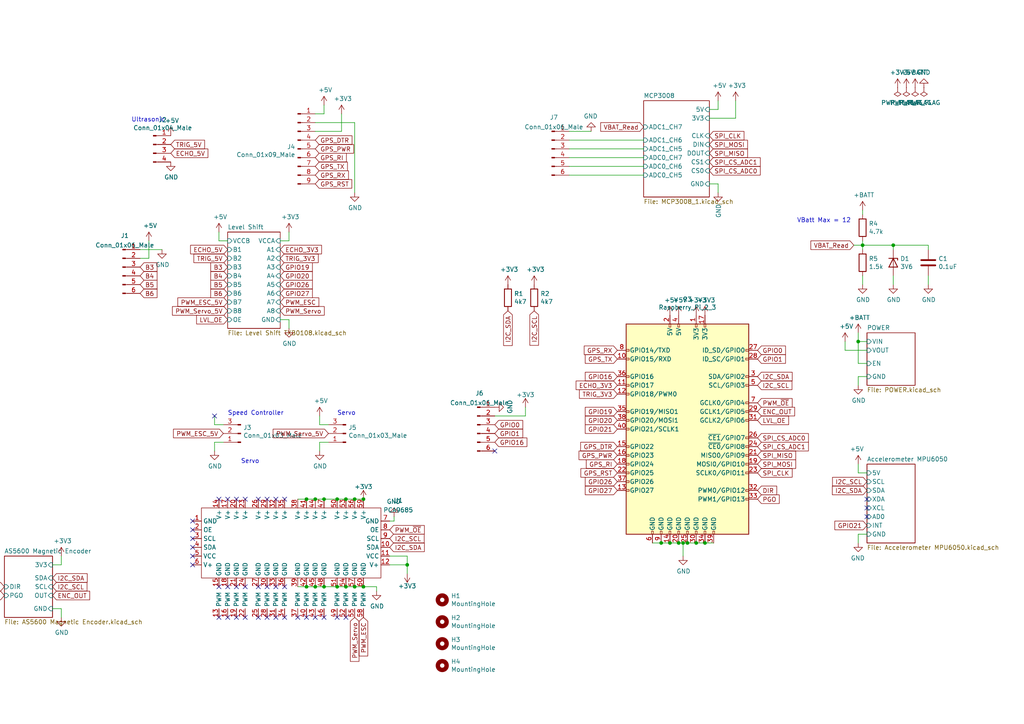
<source format=kicad_sch>
(kicad_sch (version 20211123) (generator eeschema)

  (uuid ce72ea62-9343-4a4f-81bf-8ac601f5d005)

  (paper "A4")

  (title_block
    (title "RascalHat")
    (rev "1.0")
    (company "James, Leach, & Andreev, L.L.C.")
  )

  (lib_symbols
    (symbol "Connector:Conn_01x03_Male" (pin_names (offset 1.016) hide) (in_bom yes) (on_board yes)
      (property "Reference" "J" (id 0) (at 0 5.08 0)
        (effects (font (size 1.27 1.27)))
      )
      (property "Value" "Conn_01x03_Male" (id 1) (at 0 -5.08 0)
        (effects (font (size 1.27 1.27)))
      )
      (property "Footprint" "" (id 2) (at 0 0 0)
        (effects (font (size 1.27 1.27)) hide)
      )
      (property "Datasheet" "~" (id 3) (at 0 0 0)
        (effects (font (size 1.27 1.27)) hide)
      )
      (property "ki_keywords" "connector" (id 4) (at 0 0 0)
        (effects (font (size 1.27 1.27)) hide)
      )
      (property "ki_description" "Generic connector, single row, 01x03, script generated (kicad-library-utils/schlib/autogen/connector/)" (id 5) (at 0 0 0)
        (effects (font (size 1.27 1.27)) hide)
      )
      (property "ki_fp_filters" "Connector*:*_1x??_*" (id 6) (at 0 0 0)
        (effects (font (size 1.27 1.27)) hide)
      )
      (symbol "Conn_01x03_Male_1_1"
        (polyline
          (pts
            (xy 1.27 -2.54)
            (xy 0.8636 -2.54)
          )
          (stroke (width 0.1524) (type default) (color 0 0 0 0))
          (fill (type none))
        )
        (polyline
          (pts
            (xy 1.27 0)
            (xy 0.8636 0)
          )
          (stroke (width 0.1524) (type default) (color 0 0 0 0))
          (fill (type none))
        )
        (polyline
          (pts
            (xy 1.27 2.54)
            (xy 0.8636 2.54)
          )
          (stroke (width 0.1524) (type default) (color 0 0 0 0))
          (fill (type none))
        )
        (rectangle (start 0.8636 -2.413) (end 0 -2.667)
          (stroke (width 0.1524) (type default) (color 0 0 0 0))
          (fill (type outline))
        )
        (rectangle (start 0.8636 0.127) (end 0 -0.127)
          (stroke (width 0.1524) (type default) (color 0 0 0 0))
          (fill (type outline))
        )
        (rectangle (start 0.8636 2.667) (end 0 2.413)
          (stroke (width 0.1524) (type default) (color 0 0 0 0))
          (fill (type outline))
        )
        (pin passive line (at 5.08 2.54 180) (length 3.81)
          (name "Pin_1" (effects (font (size 1.27 1.27))))
          (number "1" (effects (font (size 1.27 1.27))))
        )
        (pin passive line (at 5.08 0 180) (length 3.81)
          (name "Pin_2" (effects (font (size 1.27 1.27))))
          (number "2" (effects (font (size 1.27 1.27))))
        )
        (pin passive line (at 5.08 -2.54 180) (length 3.81)
          (name "Pin_3" (effects (font (size 1.27 1.27))))
          (number "3" (effects (font (size 1.27 1.27))))
        )
      )
    )
    (symbol "Connector:Conn_01x04_Male" (pin_names (offset 1.016) hide) (in_bom yes) (on_board yes)
      (property "Reference" "J" (id 0) (at 0 5.08 0)
        (effects (font (size 1.27 1.27)))
      )
      (property "Value" "Conn_01x04_Male" (id 1) (at 0 -7.62 0)
        (effects (font (size 1.27 1.27)))
      )
      (property "Footprint" "" (id 2) (at 0 0 0)
        (effects (font (size 1.27 1.27)) hide)
      )
      (property "Datasheet" "~" (id 3) (at 0 0 0)
        (effects (font (size 1.27 1.27)) hide)
      )
      (property "ki_keywords" "connector" (id 4) (at 0 0 0)
        (effects (font (size 1.27 1.27)) hide)
      )
      (property "ki_description" "Generic connector, single row, 01x04, script generated (kicad-library-utils/schlib/autogen/connector/)" (id 5) (at 0 0 0)
        (effects (font (size 1.27 1.27)) hide)
      )
      (property "ki_fp_filters" "Connector*:*_1x??_*" (id 6) (at 0 0 0)
        (effects (font (size 1.27 1.27)) hide)
      )
      (symbol "Conn_01x04_Male_1_1"
        (polyline
          (pts
            (xy 1.27 -5.08)
            (xy 0.8636 -5.08)
          )
          (stroke (width 0.1524) (type default) (color 0 0 0 0))
          (fill (type none))
        )
        (polyline
          (pts
            (xy 1.27 -2.54)
            (xy 0.8636 -2.54)
          )
          (stroke (width 0.1524) (type default) (color 0 0 0 0))
          (fill (type none))
        )
        (polyline
          (pts
            (xy 1.27 0)
            (xy 0.8636 0)
          )
          (stroke (width 0.1524) (type default) (color 0 0 0 0))
          (fill (type none))
        )
        (polyline
          (pts
            (xy 1.27 2.54)
            (xy 0.8636 2.54)
          )
          (stroke (width 0.1524) (type default) (color 0 0 0 0))
          (fill (type none))
        )
        (rectangle (start 0.8636 -4.953) (end 0 -5.207)
          (stroke (width 0.1524) (type default) (color 0 0 0 0))
          (fill (type outline))
        )
        (rectangle (start 0.8636 -2.413) (end 0 -2.667)
          (stroke (width 0.1524) (type default) (color 0 0 0 0))
          (fill (type outline))
        )
        (rectangle (start 0.8636 0.127) (end 0 -0.127)
          (stroke (width 0.1524) (type default) (color 0 0 0 0))
          (fill (type outline))
        )
        (rectangle (start 0.8636 2.667) (end 0 2.413)
          (stroke (width 0.1524) (type default) (color 0 0 0 0))
          (fill (type outline))
        )
        (pin passive line (at 5.08 2.54 180) (length 3.81)
          (name "Pin_1" (effects (font (size 1.27 1.27))))
          (number "1" (effects (font (size 1.27 1.27))))
        )
        (pin passive line (at 5.08 0 180) (length 3.81)
          (name "Pin_2" (effects (font (size 1.27 1.27))))
          (number "2" (effects (font (size 1.27 1.27))))
        )
        (pin passive line (at 5.08 -2.54 180) (length 3.81)
          (name "Pin_3" (effects (font (size 1.27 1.27))))
          (number "3" (effects (font (size 1.27 1.27))))
        )
        (pin passive line (at 5.08 -5.08 180) (length 3.81)
          (name "Pin_4" (effects (font (size 1.27 1.27))))
          (number "4" (effects (font (size 1.27 1.27))))
        )
      )
    )
    (symbol "Connector:Conn_01x06_Male" (pin_names (offset 1.016) hide) (in_bom yes) (on_board yes)
      (property "Reference" "J" (id 0) (at 0 7.62 0)
        (effects (font (size 1.27 1.27)))
      )
      (property "Value" "Conn_01x06_Male" (id 1) (at 0 -10.16 0)
        (effects (font (size 1.27 1.27)))
      )
      (property "Footprint" "" (id 2) (at 0 0 0)
        (effects (font (size 1.27 1.27)) hide)
      )
      (property "Datasheet" "~" (id 3) (at 0 0 0)
        (effects (font (size 1.27 1.27)) hide)
      )
      (property "ki_keywords" "connector" (id 4) (at 0 0 0)
        (effects (font (size 1.27 1.27)) hide)
      )
      (property "ki_description" "Generic connector, single row, 01x06, script generated (kicad-library-utils/schlib/autogen/connector/)" (id 5) (at 0 0 0)
        (effects (font (size 1.27 1.27)) hide)
      )
      (property "ki_fp_filters" "Connector*:*_1x??_*" (id 6) (at 0 0 0)
        (effects (font (size 1.27 1.27)) hide)
      )
      (symbol "Conn_01x06_Male_1_1"
        (polyline
          (pts
            (xy 1.27 -7.62)
            (xy 0.8636 -7.62)
          )
          (stroke (width 0.1524) (type default) (color 0 0 0 0))
          (fill (type none))
        )
        (polyline
          (pts
            (xy 1.27 -5.08)
            (xy 0.8636 -5.08)
          )
          (stroke (width 0.1524) (type default) (color 0 0 0 0))
          (fill (type none))
        )
        (polyline
          (pts
            (xy 1.27 -2.54)
            (xy 0.8636 -2.54)
          )
          (stroke (width 0.1524) (type default) (color 0 0 0 0))
          (fill (type none))
        )
        (polyline
          (pts
            (xy 1.27 0)
            (xy 0.8636 0)
          )
          (stroke (width 0.1524) (type default) (color 0 0 0 0))
          (fill (type none))
        )
        (polyline
          (pts
            (xy 1.27 2.54)
            (xy 0.8636 2.54)
          )
          (stroke (width 0.1524) (type default) (color 0 0 0 0))
          (fill (type none))
        )
        (polyline
          (pts
            (xy 1.27 5.08)
            (xy 0.8636 5.08)
          )
          (stroke (width 0.1524) (type default) (color 0 0 0 0))
          (fill (type none))
        )
        (rectangle (start 0.8636 -7.493) (end 0 -7.747)
          (stroke (width 0.1524) (type default) (color 0 0 0 0))
          (fill (type outline))
        )
        (rectangle (start 0.8636 -4.953) (end 0 -5.207)
          (stroke (width 0.1524) (type default) (color 0 0 0 0))
          (fill (type outline))
        )
        (rectangle (start 0.8636 -2.413) (end 0 -2.667)
          (stroke (width 0.1524) (type default) (color 0 0 0 0))
          (fill (type outline))
        )
        (rectangle (start 0.8636 0.127) (end 0 -0.127)
          (stroke (width 0.1524) (type default) (color 0 0 0 0))
          (fill (type outline))
        )
        (rectangle (start 0.8636 2.667) (end 0 2.413)
          (stroke (width 0.1524) (type default) (color 0 0 0 0))
          (fill (type outline))
        )
        (rectangle (start 0.8636 5.207) (end 0 4.953)
          (stroke (width 0.1524) (type default) (color 0 0 0 0))
          (fill (type outline))
        )
        (pin passive line (at 5.08 5.08 180) (length 3.81)
          (name "Pin_1" (effects (font (size 1.27 1.27))))
          (number "1" (effects (font (size 1.27 1.27))))
        )
        (pin passive line (at 5.08 2.54 180) (length 3.81)
          (name "Pin_2" (effects (font (size 1.27 1.27))))
          (number "2" (effects (font (size 1.27 1.27))))
        )
        (pin passive line (at 5.08 0 180) (length 3.81)
          (name "Pin_3" (effects (font (size 1.27 1.27))))
          (number "3" (effects (font (size 1.27 1.27))))
        )
        (pin passive line (at 5.08 -2.54 180) (length 3.81)
          (name "Pin_4" (effects (font (size 1.27 1.27))))
          (number "4" (effects (font (size 1.27 1.27))))
        )
        (pin passive line (at 5.08 -5.08 180) (length 3.81)
          (name "Pin_5" (effects (font (size 1.27 1.27))))
          (number "5" (effects (font (size 1.27 1.27))))
        )
        (pin passive line (at 5.08 -7.62 180) (length 3.81)
          (name "Pin_6" (effects (font (size 1.27 1.27))))
          (number "6" (effects (font (size 1.27 1.27))))
        )
      )
    )
    (symbol "Connector:Conn_01x09_Male" (pin_names (offset 1.016) hide) (in_bom yes) (on_board yes)
      (property "Reference" "J" (id 0) (at 0 12.7 0)
        (effects (font (size 1.27 1.27)))
      )
      (property "Value" "Conn_01x09_Male" (id 1) (at 0 -12.7 0)
        (effects (font (size 1.27 1.27)))
      )
      (property "Footprint" "" (id 2) (at 0 0 0)
        (effects (font (size 1.27 1.27)) hide)
      )
      (property "Datasheet" "~" (id 3) (at 0 0 0)
        (effects (font (size 1.27 1.27)) hide)
      )
      (property "ki_keywords" "connector" (id 4) (at 0 0 0)
        (effects (font (size 1.27 1.27)) hide)
      )
      (property "ki_description" "Generic connector, single row, 01x09, script generated (kicad-library-utils/schlib/autogen/connector/)" (id 5) (at 0 0 0)
        (effects (font (size 1.27 1.27)) hide)
      )
      (property "ki_fp_filters" "Connector*:*_1x??_*" (id 6) (at 0 0 0)
        (effects (font (size 1.27 1.27)) hide)
      )
      (symbol "Conn_01x09_Male_1_1"
        (polyline
          (pts
            (xy 1.27 -10.16)
            (xy 0.8636 -10.16)
          )
          (stroke (width 0.1524) (type default) (color 0 0 0 0))
          (fill (type none))
        )
        (polyline
          (pts
            (xy 1.27 -7.62)
            (xy 0.8636 -7.62)
          )
          (stroke (width 0.1524) (type default) (color 0 0 0 0))
          (fill (type none))
        )
        (polyline
          (pts
            (xy 1.27 -5.08)
            (xy 0.8636 -5.08)
          )
          (stroke (width 0.1524) (type default) (color 0 0 0 0))
          (fill (type none))
        )
        (polyline
          (pts
            (xy 1.27 -2.54)
            (xy 0.8636 -2.54)
          )
          (stroke (width 0.1524) (type default) (color 0 0 0 0))
          (fill (type none))
        )
        (polyline
          (pts
            (xy 1.27 0)
            (xy 0.8636 0)
          )
          (stroke (width 0.1524) (type default) (color 0 0 0 0))
          (fill (type none))
        )
        (polyline
          (pts
            (xy 1.27 2.54)
            (xy 0.8636 2.54)
          )
          (stroke (width 0.1524) (type default) (color 0 0 0 0))
          (fill (type none))
        )
        (polyline
          (pts
            (xy 1.27 5.08)
            (xy 0.8636 5.08)
          )
          (stroke (width 0.1524) (type default) (color 0 0 0 0))
          (fill (type none))
        )
        (polyline
          (pts
            (xy 1.27 7.62)
            (xy 0.8636 7.62)
          )
          (stroke (width 0.1524) (type default) (color 0 0 0 0))
          (fill (type none))
        )
        (polyline
          (pts
            (xy 1.27 10.16)
            (xy 0.8636 10.16)
          )
          (stroke (width 0.1524) (type default) (color 0 0 0 0))
          (fill (type none))
        )
        (rectangle (start 0.8636 -10.033) (end 0 -10.287)
          (stroke (width 0.1524) (type default) (color 0 0 0 0))
          (fill (type outline))
        )
        (rectangle (start 0.8636 -7.493) (end 0 -7.747)
          (stroke (width 0.1524) (type default) (color 0 0 0 0))
          (fill (type outline))
        )
        (rectangle (start 0.8636 -4.953) (end 0 -5.207)
          (stroke (width 0.1524) (type default) (color 0 0 0 0))
          (fill (type outline))
        )
        (rectangle (start 0.8636 -2.413) (end 0 -2.667)
          (stroke (width 0.1524) (type default) (color 0 0 0 0))
          (fill (type outline))
        )
        (rectangle (start 0.8636 0.127) (end 0 -0.127)
          (stroke (width 0.1524) (type default) (color 0 0 0 0))
          (fill (type outline))
        )
        (rectangle (start 0.8636 2.667) (end 0 2.413)
          (stroke (width 0.1524) (type default) (color 0 0 0 0))
          (fill (type outline))
        )
        (rectangle (start 0.8636 5.207) (end 0 4.953)
          (stroke (width 0.1524) (type default) (color 0 0 0 0))
          (fill (type outline))
        )
        (rectangle (start 0.8636 7.747) (end 0 7.493)
          (stroke (width 0.1524) (type default) (color 0 0 0 0))
          (fill (type outline))
        )
        (rectangle (start 0.8636 10.287) (end 0 10.033)
          (stroke (width 0.1524) (type default) (color 0 0 0 0))
          (fill (type outline))
        )
        (pin passive line (at 5.08 10.16 180) (length 3.81)
          (name "Pin_1" (effects (font (size 1.27 1.27))))
          (number "1" (effects (font (size 1.27 1.27))))
        )
        (pin passive line (at 5.08 7.62 180) (length 3.81)
          (name "Pin_2" (effects (font (size 1.27 1.27))))
          (number "2" (effects (font (size 1.27 1.27))))
        )
        (pin passive line (at 5.08 5.08 180) (length 3.81)
          (name "Pin_3" (effects (font (size 1.27 1.27))))
          (number "3" (effects (font (size 1.27 1.27))))
        )
        (pin passive line (at 5.08 2.54 180) (length 3.81)
          (name "Pin_4" (effects (font (size 1.27 1.27))))
          (number "4" (effects (font (size 1.27 1.27))))
        )
        (pin passive line (at 5.08 0 180) (length 3.81)
          (name "Pin_5" (effects (font (size 1.27 1.27))))
          (number "5" (effects (font (size 1.27 1.27))))
        )
        (pin passive line (at 5.08 -2.54 180) (length 3.81)
          (name "Pin_6" (effects (font (size 1.27 1.27))))
          (number "6" (effects (font (size 1.27 1.27))))
        )
        (pin passive line (at 5.08 -5.08 180) (length 3.81)
          (name "Pin_7" (effects (font (size 1.27 1.27))))
          (number "7" (effects (font (size 1.27 1.27))))
        )
        (pin passive line (at 5.08 -7.62 180) (length 3.81)
          (name "Pin_8" (effects (font (size 1.27 1.27))))
          (number "8" (effects (font (size 1.27 1.27))))
        )
        (pin passive line (at 5.08 -10.16 180) (length 3.81)
          (name "Pin_9" (effects (font (size 1.27 1.27))))
          (number "9" (effects (font (size 1.27 1.27))))
        )
      )
    )
    (symbol "Connector:Raspberry_Pi_2_3" (pin_names (offset 1.016)) (in_bom yes) (on_board yes)
      (property "Reference" "J" (id 0) (at -17.78 31.75 0)
        (effects (font (size 1.27 1.27)) (justify left bottom))
      )
      (property "Value" "Raspberry_Pi_2_3" (id 1) (at 10.16 -31.75 0)
        (effects (font (size 1.27 1.27)) (justify left top))
      )
      (property "Footprint" "" (id 2) (at 0 0 0)
        (effects (font (size 1.27 1.27)) hide)
      )
      (property "Datasheet" "https://www.raspberrypi.org/documentation/hardware/raspberrypi/schematics/rpi_SCH_3bplus_1p0_reduced.pdf" (id 3) (at 0 0 0)
        (effects (font (size 1.27 1.27)) hide)
      )
      (property "ki_keywords" "raspberrypi gpio" (id 4) (at 0 0 0)
        (effects (font (size 1.27 1.27)) hide)
      )
      (property "ki_description" "expansion header for Raspberry Pi 2 & 3" (id 5) (at 0 0 0)
        (effects (font (size 1.27 1.27)) hide)
      )
      (property "ki_fp_filters" "PinHeader*2x20*P2.54mm*Vertical* PinSocket*2x20*P2.54mm*Vertical*" (id 6) (at 0 0 0)
        (effects (font (size 1.27 1.27)) hide)
      )
      (symbol "Raspberry_Pi_2_3_0_1"
        (rectangle (start -17.78 30.48) (end 17.78 -30.48)
          (stroke (width 0.254) (type default) (color 0 0 0 0))
          (fill (type background))
        )
      )
      (symbol "Raspberry_Pi_2_3_1_1"
        (rectangle (start -16.891 -17.526) (end -17.78 -18.034)
          (stroke (width 0) (type default) (color 0 0 0 0))
          (fill (type none))
        )
        (rectangle (start -16.891 -14.986) (end -17.78 -15.494)
          (stroke (width 0) (type default) (color 0 0 0 0))
          (fill (type none))
        )
        (rectangle (start -16.891 -12.446) (end -17.78 -12.954)
          (stroke (width 0) (type default) (color 0 0 0 0))
          (fill (type none))
        )
        (rectangle (start -16.891 -9.906) (end -17.78 -10.414)
          (stroke (width 0) (type default) (color 0 0 0 0))
          (fill (type none))
        )
        (rectangle (start -16.891 -7.366) (end -17.78 -7.874)
          (stroke (width 0) (type default) (color 0 0 0 0))
          (fill (type none))
        )
        (rectangle (start -16.891 -4.826) (end -17.78 -5.334)
          (stroke (width 0) (type default) (color 0 0 0 0))
          (fill (type none))
        )
        (rectangle (start -16.891 0.254) (end -17.78 -0.254)
          (stroke (width 0) (type default) (color 0 0 0 0))
          (fill (type none))
        )
        (rectangle (start -16.891 2.794) (end -17.78 2.286)
          (stroke (width 0) (type default) (color 0 0 0 0))
          (fill (type none))
        )
        (rectangle (start -16.891 5.334) (end -17.78 4.826)
          (stroke (width 0) (type default) (color 0 0 0 0))
          (fill (type none))
        )
        (rectangle (start -16.891 10.414) (end -17.78 9.906)
          (stroke (width 0) (type default) (color 0 0 0 0))
          (fill (type none))
        )
        (rectangle (start -16.891 12.954) (end -17.78 12.446)
          (stroke (width 0) (type default) (color 0 0 0 0))
          (fill (type none))
        )
        (rectangle (start -16.891 15.494) (end -17.78 14.986)
          (stroke (width 0) (type default) (color 0 0 0 0))
          (fill (type none))
        )
        (rectangle (start -16.891 20.574) (end -17.78 20.066)
          (stroke (width 0) (type default) (color 0 0 0 0))
          (fill (type none))
        )
        (rectangle (start -16.891 23.114) (end -17.78 22.606)
          (stroke (width 0) (type default) (color 0 0 0 0))
          (fill (type none))
        )
        (rectangle (start -10.414 -29.591) (end -9.906 -30.48)
          (stroke (width 0) (type default) (color 0 0 0 0))
          (fill (type none))
        )
        (rectangle (start -7.874 -29.591) (end -7.366 -30.48)
          (stroke (width 0) (type default) (color 0 0 0 0))
          (fill (type none))
        )
        (rectangle (start -5.334 -29.591) (end -4.826 -30.48)
          (stroke (width 0) (type default) (color 0 0 0 0))
          (fill (type none))
        )
        (rectangle (start -5.334 30.48) (end -4.826 29.591)
          (stroke (width 0) (type default) (color 0 0 0 0))
          (fill (type none))
        )
        (rectangle (start -2.794 -29.591) (end -2.286 -30.48)
          (stroke (width 0) (type default) (color 0 0 0 0))
          (fill (type none))
        )
        (rectangle (start -2.794 30.48) (end -2.286 29.591)
          (stroke (width 0) (type default) (color 0 0 0 0))
          (fill (type none))
        )
        (rectangle (start -0.254 -29.591) (end 0.254 -30.48)
          (stroke (width 0) (type default) (color 0 0 0 0))
          (fill (type none))
        )
        (rectangle (start 2.286 -29.591) (end 2.794 -30.48)
          (stroke (width 0) (type default) (color 0 0 0 0))
          (fill (type none))
        )
        (rectangle (start 2.286 30.48) (end 2.794 29.591)
          (stroke (width 0) (type default) (color 0 0 0 0))
          (fill (type none))
        )
        (rectangle (start 4.826 -29.591) (end 5.334 -30.48)
          (stroke (width 0) (type default) (color 0 0 0 0))
          (fill (type none))
        )
        (rectangle (start 4.826 30.48) (end 5.334 29.591)
          (stroke (width 0) (type default) (color 0 0 0 0))
          (fill (type none))
        )
        (rectangle (start 7.366 -29.591) (end 7.874 -30.48)
          (stroke (width 0) (type default) (color 0 0 0 0))
          (fill (type none))
        )
        (rectangle (start 17.78 -20.066) (end 16.891 -20.574)
          (stroke (width 0) (type default) (color 0 0 0 0))
          (fill (type none))
        )
        (rectangle (start 17.78 -17.526) (end 16.891 -18.034)
          (stroke (width 0) (type default) (color 0 0 0 0))
          (fill (type none))
        )
        (rectangle (start 17.78 -12.446) (end 16.891 -12.954)
          (stroke (width 0) (type default) (color 0 0 0 0))
          (fill (type none))
        )
        (rectangle (start 17.78 -9.906) (end 16.891 -10.414)
          (stroke (width 0) (type default) (color 0 0 0 0))
          (fill (type none))
        )
        (rectangle (start 17.78 -7.366) (end 16.891 -7.874)
          (stroke (width 0) (type default) (color 0 0 0 0))
          (fill (type none))
        )
        (rectangle (start 17.78 -4.826) (end 16.891 -5.334)
          (stroke (width 0) (type default) (color 0 0 0 0))
          (fill (type none))
        )
        (rectangle (start 17.78 -2.286) (end 16.891 -2.794)
          (stroke (width 0) (type default) (color 0 0 0 0))
          (fill (type none))
        )
        (rectangle (start 17.78 2.794) (end 16.891 2.286)
          (stroke (width 0) (type default) (color 0 0 0 0))
          (fill (type none))
        )
        (rectangle (start 17.78 5.334) (end 16.891 4.826)
          (stroke (width 0) (type default) (color 0 0 0 0))
          (fill (type none))
        )
        (rectangle (start 17.78 7.874) (end 16.891 7.366)
          (stroke (width 0) (type default) (color 0 0 0 0))
          (fill (type none))
        )
        (rectangle (start 17.78 12.954) (end 16.891 12.446)
          (stroke (width 0) (type default) (color 0 0 0 0))
          (fill (type none))
        )
        (rectangle (start 17.78 15.494) (end 16.891 14.986)
          (stroke (width 0) (type default) (color 0 0 0 0))
          (fill (type none))
        )
        (rectangle (start 17.78 20.574) (end 16.891 20.066)
          (stroke (width 0) (type default) (color 0 0 0 0))
          (fill (type none))
        )
        (rectangle (start 17.78 23.114) (end 16.891 22.606)
          (stroke (width 0) (type default) (color 0 0 0 0))
          (fill (type none))
        )
        (pin power_in line (at 2.54 33.02 270) (length 2.54)
          (name "3V3" (effects (font (size 1.27 1.27))))
          (number "1" (effects (font (size 1.27 1.27))))
        )
        (pin bidirectional line (at -20.32 20.32 0) (length 2.54)
          (name "GPIO15/RXD" (effects (font (size 1.27 1.27))))
          (number "10" (effects (font (size 1.27 1.27))))
        )
        (pin bidirectional line (at -20.32 12.7 0) (length 2.54)
          (name "GPIO17" (effects (font (size 1.27 1.27))))
          (number "11" (effects (font (size 1.27 1.27))))
        )
        (pin bidirectional line (at -20.32 10.16 0) (length 2.54)
          (name "GPIO18/PWM0" (effects (font (size 1.27 1.27))))
          (number "12" (effects (font (size 1.27 1.27))))
        )
        (pin bidirectional line (at -20.32 -17.78 0) (length 2.54)
          (name "GPIO27" (effects (font (size 1.27 1.27))))
          (number "13" (effects (font (size 1.27 1.27))))
        )
        (pin power_in line (at -5.08 -33.02 90) (length 2.54)
          (name "GND" (effects (font (size 1.27 1.27))))
          (number "14" (effects (font (size 1.27 1.27))))
        )
        (pin bidirectional line (at -20.32 -5.08 0) (length 2.54)
          (name "GPIO22" (effects (font (size 1.27 1.27))))
          (number "15" (effects (font (size 1.27 1.27))))
        )
        (pin bidirectional line (at -20.32 -7.62 0) (length 2.54)
          (name "GPIO23" (effects (font (size 1.27 1.27))))
          (number "16" (effects (font (size 1.27 1.27))))
        )
        (pin power_in line (at 5.08 33.02 270) (length 2.54)
          (name "3V3" (effects (font (size 1.27 1.27))))
          (number "17" (effects (font (size 1.27 1.27))))
        )
        (pin bidirectional line (at -20.32 -10.16 0) (length 2.54)
          (name "GPIO24" (effects (font (size 1.27 1.27))))
          (number "18" (effects (font (size 1.27 1.27))))
        )
        (pin bidirectional line (at 20.32 -10.16 180) (length 2.54)
          (name "MOSI0/GPIO10" (effects (font (size 1.27 1.27))))
          (number "19" (effects (font (size 1.27 1.27))))
        )
        (pin power_in line (at -5.08 33.02 270) (length 2.54)
          (name "5V" (effects (font (size 1.27 1.27))))
          (number "2" (effects (font (size 1.27 1.27))))
        )
        (pin power_in line (at -2.54 -33.02 90) (length 2.54)
          (name "GND" (effects (font (size 1.27 1.27))))
          (number "20" (effects (font (size 1.27 1.27))))
        )
        (pin bidirectional line (at 20.32 -7.62 180) (length 2.54)
          (name "MISO0/GPIO9" (effects (font (size 1.27 1.27))))
          (number "21" (effects (font (size 1.27 1.27))))
        )
        (pin bidirectional line (at -20.32 -12.7 0) (length 2.54)
          (name "GPIO25" (effects (font (size 1.27 1.27))))
          (number "22" (effects (font (size 1.27 1.27))))
        )
        (pin bidirectional line (at 20.32 -12.7 180) (length 2.54)
          (name "SCLK0/GPIO11" (effects (font (size 1.27 1.27))))
          (number "23" (effects (font (size 1.27 1.27))))
        )
        (pin bidirectional line (at 20.32 -5.08 180) (length 2.54)
          (name "~{CE0}/GPIO8" (effects (font (size 1.27 1.27))))
          (number "24" (effects (font (size 1.27 1.27))))
        )
        (pin power_in line (at 0 -33.02 90) (length 2.54)
          (name "GND" (effects (font (size 1.27 1.27))))
          (number "25" (effects (font (size 1.27 1.27))))
        )
        (pin bidirectional line (at 20.32 -2.54 180) (length 2.54)
          (name "~{CE1}/GPIO7" (effects (font (size 1.27 1.27))))
          (number "26" (effects (font (size 1.27 1.27))))
        )
        (pin bidirectional line (at 20.32 22.86 180) (length 2.54)
          (name "ID_SD/GPIO0" (effects (font (size 1.27 1.27))))
          (number "27" (effects (font (size 1.27 1.27))))
        )
        (pin bidirectional line (at 20.32 20.32 180) (length 2.54)
          (name "ID_SC/GPIO1" (effects (font (size 1.27 1.27))))
          (number "28" (effects (font (size 1.27 1.27))))
        )
        (pin bidirectional line (at 20.32 5.08 180) (length 2.54)
          (name "GCLK1/GPIO5" (effects (font (size 1.27 1.27))))
          (number "29" (effects (font (size 1.27 1.27))))
        )
        (pin bidirectional line (at 20.32 15.24 180) (length 2.54)
          (name "SDA/GPIO2" (effects (font (size 1.27 1.27))))
          (number "3" (effects (font (size 1.27 1.27))))
        )
        (pin power_in line (at 2.54 -33.02 90) (length 2.54)
          (name "GND" (effects (font (size 1.27 1.27))))
          (number "30" (effects (font (size 1.27 1.27))))
        )
        (pin bidirectional line (at 20.32 2.54 180) (length 2.54)
          (name "GCLK2/GPIO6" (effects (font (size 1.27 1.27))))
          (number "31" (effects (font (size 1.27 1.27))))
        )
        (pin bidirectional line (at 20.32 -17.78 180) (length 2.54)
          (name "PWM0/GPIO12" (effects (font (size 1.27 1.27))))
          (number "32" (effects (font (size 1.27 1.27))))
        )
        (pin bidirectional line (at 20.32 -20.32 180) (length 2.54)
          (name "PWM1/GPIO13" (effects (font (size 1.27 1.27))))
          (number "33" (effects (font (size 1.27 1.27))))
        )
        (pin power_in line (at 5.08 -33.02 90) (length 2.54)
          (name "GND" (effects (font (size 1.27 1.27))))
          (number "34" (effects (font (size 1.27 1.27))))
        )
        (pin bidirectional line (at -20.32 5.08 0) (length 2.54)
          (name "GPIO19/MISO1" (effects (font (size 1.27 1.27))))
          (number "35" (effects (font (size 1.27 1.27))))
        )
        (pin bidirectional line (at -20.32 15.24 0) (length 2.54)
          (name "GPIO16" (effects (font (size 1.27 1.27))))
          (number "36" (effects (font (size 1.27 1.27))))
        )
        (pin bidirectional line (at -20.32 -15.24 0) (length 2.54)
          (name "GPIO26" (effects (font (size 1.27 1.27))))
          (number "37" (effects (font (size 1.27 1.27))))
        )
        (pin bidirectional line (at -20.32 2.54 0) (length 2.54)
          (name "GPIO20/MOSI1" (effects (font (size 1.27 1.27))))
          (number "38" (effects (font (size 1.27 1.27))))
        )
        (pin power_in line (at 7.62 -33.02 90) (length 2.54)
          (name "GND" (effects (font (size 1.27 1.27))))
          (number "39" (effects (font (size 1.27 1.27))))
        )
        (pin power_in line (at -2.54 33.02 270) (length 2.54)
          (name "5V" (effects (font (size 1.27 1.27))))
          (number "4" (effects (font (size 1.27 1.27))))
        )
        (pin bidirectional line (at -20.32 0 0) (length 2.54)
          (name "GPIO21/SCLK1" (effects (font (size 1.27 1.27))))
          (number "40" (effects (font (size 1.27 1.27))))
        )
        (pin bidirectional line (at 20.32 12.7 180) (length 2.54)
          (name "SCL/GPIO3" (effects (font (size 1.27 1.27))))
          (number "5" (effects (font (size 1.27 1.27))))
        )
        (pin power_in line (at -10.16 -33.02 90) (length 2.54)
          (name "GND" (effects (font (size 1.27 1.27))))
          (number "6" (effects (font (size 1.27 1.27))))
        )
        (pin bidirectional line (at 20.32 7.62 180) (length 2.54)
          (name "GCLK0/GPIO4" (effects (font (size 1.27 1.27))))
          (number "7" (effects (font (size 1.27 1.27))))
        )
        (pin bidirectional line (at -20.32 22.86 0) (length 2.54)
          (name "GPIO14/TXD" (effects (font (size 1.27 1.27))))
          (number "8" (effects (font (size 1.27 1.27))))
        )
        (pin power_in line (at -7.62 -33.02 90) (length 2.54)
          (name "GND" (effects (font (size 1.27 1.27))))
          (number "9" (effects (font (size 1.27 1.27))))
        )
      )
    )
    (symbol "Device:C" (pin_numbers hide) (pin_names (offset 0.254)) (in_bom yes) (on_board yes)
      (property "Reference" "C" (id 0) (at 0.635 2.54 0)
        (effects (font (size 1.27 1.27)) (justify left))
      )
      (property "Value" "C" (id 1) (at 0.635 -2.54 0)
        (effects (font (size 1.27 1.27)) (justify left))
      )
      (property "Footprint" "" (id 2) (at 0.9652 -3.81 0)
        (effects (font (size 1.27 1.27)) hide)
      )
      (property "Datasheet" "~" (id 3) (at 0 0 0)
        (effects (font (size 1.27 1.27)) hide)
      )
      (property "ki_keywords" "cap capacitor" (id 4) (at 0 0 0)
        (effects (font (size 1.27 1.27)) hide)
      )
      (property "ki_description" "Unpolarized capacitor" (id 5) (at 0 0 0)
        (effects (font (size 1.27 1.27)) hide)
      )
      (property "ki_fp_filters" "C_*" (id 6) (at 0 0 0)
        (effects (font (size 1.27 1.27)) hide)
      )
      (symbol "C_0_1"
        (polyline
          (pts
            (xy -2.032 -0.762)
            (xy 2.032 -0.762)
          )
          (stroke (width 0.508) (type default) (color 0 0 0 0))
          (fill (type none))
        )
        (polyline
          (pts
            (xy -2.032 0.762)
            (xy 2.032 0.762)
          )
          (stroke (width 0.508) (type default) (color 0 0 0 0))
          (fill (type none))
        )
      )
      (symbol "C_1_1"
        (pin passive line (at 0 3.81 270) (length 2.794)
          (name "~" (effects (font (size 1.27 1.27))))
          (number "1" (effects (font (size 1.27 1.27))))
        )
        (pin passive line (at 0 -3.81 90) (length 2.794)
          (name "~" (effects (font (size 1.27 1.27))))
          (number "2" (effects (font (size 1.27 1.27))))
        )
      )
    )
    (symbol "Device:D_Zener" (pin_numbers hide) (pin_names (offset 1.016) hide) (in_bom yes) (on_board yes)
      (property "Reference" "D" (id 0) (at 0 2.54 0)
        (effects (font (size 1.27 1.27)))
      )
      (property "Value" "D_Zener" (id 1) (at 0 -2.54 0)
        (effects (font (size 1.27 1.27)))
      )
      (property "Footprint" "" (id 2) (at 0 0 0)
        (effects (font (size 1.27 1.27)) hide)
      )
      (property "Datasheet" "~" (id 3) (at 0 0 0)
        (effects (font (size 1.27 1.27)) hide)
      )
      (property "ki_keywords" "diode" (id 4) (at 0 0 0)
        (effects (font (size 1.27 1.27)) hide)
      )
      (property "ki_description" "Zener diode" (id 5) (at 0 0 0)
        (effects (font (size 1.27 1.27)) hide)
      )
      (property "ki_fp_filters" "TO-???* *_Diode_* *SingleDiode* D_*" (id 6) (at 0 0 0)
        (effects (font (size 1.27 1.27)) hide)
      )
      (symbol "D_Zener_0_1"
        (polyline
          (pts
            (xy 1.27 0)
            (xy -1.27 0)
          )
          (stroke (width 0) (type default) (color 0 0 0 0))
          (fill (type none))
        )
        (polyline
          (pts
            (xy -1.27 -1.27)
            (xy -1.27 1.27)
            (xy -0.762 1.27)
          )
          (stroke (width 0.254) (type default) (color 0 0 0 0))
          (fill (type none))
        )
        (polyline
          (pts
            (xy 1.27 -1.27)
            (xy 1.27 1.27)
            (xy -1.27 0)
            (xy 1.27 -1.27)
          )
          (stroke (width 0.254) (type default) (color 0 0 0 0))
          (fill (type none))
        )
      )
      (symbol "D_Zener_1_1"
        (pin passive line (at -3.81 0 0) (length 2.54)
          (name "K" (effects (font (size 1.27 1.27))))
          (number "1" (effects (font (size 1.27 1.27))))
        )
        (pin passive line (at 3.81 0 180) (length 2.54)
          (name "A" (effects (font (size 1.27 1.27))))
          (number "2" (effects (font (size 1.27 1.27))))
        )
      )
    )
    (symbol "Device:R" (pin_numbers hide) (pin_names (offset 0)) (in_bom yes) (on_board yes)
      (property "Reference" "R" (id 0) (at 2.032 0 90)
        (effects (font (size 1.27 1.27)))
      )
      (property "Value" "R" (id 1) (at 0 0 90)
        (effects (font (size 1.27 1.27)))
      )
      (property "Footprint" "" (id 2) (at -1.778 0 90)
        (effects (font (size 1.27 1.27)) hide)
      )
      (property "Datasheet" "~" (id 3) (at 0 0 0)
        (effects (font (size 1.27 1.27)) hide)
      )
      (property "ki_keywords" "R res resistor" (id 4) (at 0 0 0)
        (effects (font (size 1.27 1.27)) hide)
      )
      (property "ki_description" "Resistor" (id 5) (at 0 0 0)
        (effects (font (size 1.27 1.27)) hide)
      )
      (property "ki_fp_filters" "R_*" (id 6) (at 0 0 0)
        (effects (font (size 1.27 1.27)) hide)
      )
      (symbol "R_0_1"
        (rectangle (start -1.016 -2.54) (end 1.016 2.54)
          (stroke (width 0.254) (type default) (color 0 0 0 0))
          (fill (type none))
        )
      )
      (symbol "R_1_1"
        (pin passive line (at 0 3.81 270) (length 1.27)
          (name "~" (effects (font (size 1.27 1.27))))
          (number "1" (effects (font (size 1.27 1.27))))
        )
        (pin passive line (at 0 -3.81 90) (length 1.27)
          (name "~" (effects (font (size 1.27 1.27))))
          (number "2" (effects (font (size 1.27 1.27))))
        )
      )
    )
    (symbol "LolomoloKiCAD6SymLib:PCA9685" (in_bom yes) (on_board yes)
      (property "Reference" "U?" (id 0) (at 31.6939 12.3233 0)
        (effects (font (size 1.27 1.27)))
      )
      (property "Value" "PCA9685" (id 1) (at 31.6939 9.5482 0)
        (effects (font (size 1.27 1.27)))
      )
      (property "Footprint" "" (id 2) (at -1.27 -1.27 0)
        (effects (font (size 1.27 1.27)) hide)
      )
      (property "Datasheet" "" (id 3) (at -1.27 -1.27 0)
        (effects (font (size 1.27 1.27)) hide)
      )
      (symbol "PCA9685_0_1"
        (rectangle (start -25.4 10.16) (end 26.67 -10.16)
          (stroke (width 0.1524) (type default) (color 0 0 0 0))
          (fill (type none))
        )
      )
      (symbol "PCA9685_1_1"
        (pin input line (at -27.94 6.35 0) (length 2.54)
          (name "GND" (effects (font (size 1.27 1.27))))
          (number "1" (effects (font (size 1.27 1.27))))
        )
        (pin input line (at 29.21 -1.27 180) (length 2.54)
          (name "SDA" (effects (font (size 1.27 1.27))))
          (number "10" (effects (font (size 1.27 1.27))))
        )
        (pin input line (at 29.21 -3.81 180) (length 2.54)
          (name "VCC" (effects (font (size 1.27 1.27))))
          (number "11" (effects (font (size 1.27 1.27))))
        )
        (pin input line (at 29.21 -6.35 180) (length 2.54)
          (name "V+" (effects (font (size 1.27 1.27))))
          (number "12" (effects (font (size 1.27 1.27))))
        )
        (pin input line (at -20.32 -21.59 90) (length 2.54)
          (name "PWM" (effects (font (size 1.27 1.27))))
          (number "13" (effects (font (size 1.27 1.27))))
        )
        (pin input line (at -20.32 12.7 270) (length 2.54)
          (name "V+" (effects (font (size 1.27 1.27))))
          (number "14" (effects (font (size 1.27 1.27))))
        )
        (pin input line (at -20.32 -12.7 90) (length 2.54)
          (name "GND" (effects (font (size 1.27 1.27))))
          (number "15" (effects (font (size 1.27 1.27))))
        )
        (pin input line (at -17.78 -21.59 90) (length 2.54)
          (name "PWM" (effects (font (size 1.27 1.27))))
          (number "16" (effects (font (size 1.27 1.27))))
        )
        (pin input line (at -17.78 12.7 270) (length 2.54)
          (name "V+" (effects (font (size 1.27 1.27))))
          (number "17" (effects (font (size 1.27 1.27))))
        )
        (pin input line (at -17.78 -12.7 90) (length 2.54)
          (name "GND" (effects (font (size 1.27 1.27))))
          (number "18" (effects (font (size 1.27 1.27))))
        )
        (pin input line (at -15.24 -21.59 90) (length 2.54)
          (name "PWM" (effects (font (size 1.27 1.27))))
          (number "19" (effects (font (size 1.27 1.27))))
        )
        (pin input line (at -27.94 3.81 0) (length 2.54)
          (name "OE" (effects (font (size 1.27 1.27))))
          (number "2" (effects (font (size 1.27 1.27))))
        )
        (pin input line (at -15.24 12.7 270) (length 2.54)
          (name "V+" (effects (font (size 1.27 1.27))))
          (number "20" (effects (font (size 1.27 1.27))))
        )
        (pin input line (at -15.24 -12.7 90) (length 2.54)
          (name "GND" (effects (font (size 1.27 1.27))))
          (number "21" (effects (font (size 1.27 1.27))))
        )
        (pin input line (at -12.7 -21.59 90) (length 2.54)
          (name "PWM" (effects (font (size 1.27 1.27))))
          (number "22" (effects (font (size 1.27 1.27))))
        )
        (pin input line (at -12.7 12.7 270) (length 2.54)
          (name "V+" (effects (font (size 1.27 1.27))))
          (number "23" (effects (font (size 1.27 1.27))))
        )
        (pin input line (at -12.7 -12.7 90) (length 2.54)
          (name "GND" (effects (font (size 1.27 1.27))))
          (number "24" (effects (font (size 1.27 1.27))))
        )
        (pin input line (at -8.89 -21.59 90) (length 2.54)
          (name "PWM" (effects (font (size 1.27 1.27))))
          (number "25" (effects (font (size 1.27 1.27))))
        )
        (pin input line (at -8.89 12.7 270) (length 2.54)
          (name "V+" (effects (font (size 1.27 1.27))))
          (number "26" (effects (font (size 1.27 1.27))))
        )
        (pin input line (at -8.89 -12.7 90) (length 2.54)
          (name "GND" (effects (font (size 1.27 1.27))))
          (number "27" (effects (font (size 1.27 1.27))))
        )
        (pin input line (at -6.35 -21.59 90) (length 2.54)
          (name "PWM" (effects (font (size 1.27 1.27))))
          (number "28" (effects (font (size 1.27 1.27))))
        )
        (pin input line (at -6.35 12.7 270) (length 2.54)
          (name "V+" (effects (font (size 1.27 1.27))))
          (number "29" (effects (font (size 1.27 1.27))))
        )
        (pin input line (at -27.94 1.27 0) (length 2.54)
          (name "SCL" (effects (font (size 1.27 1.27))))
          (number "3" (effects (font (size 1.27 1.27))))
        )
        (pin input line (at -6.35 -12.7 90) (length 2.54)
          (name "GND" (effects (font (size 1.27 1.27))))
          (number "30" (effects (font (size 1.27 1.27))))
        )
        (pin input line (at -3.81 -21.59 90) (length 2.54)
          (name "PWM" (effects (font (size 1.27 1.27))))
          (number "31" (effects (font (size 1.27 1.27))))
        )
        (pin input line (at -3.81 12.7 270) (length 2.54)
          (name "V+" (effects (font (size 1.27 1.27))))
          (number "32" (effects (font (size 1.27 1.27))))
        )
        (pin input line (at -3.81 -12.7 90) (length 2.54)
          (name "GND" (effects (font (size 1.27 1.27))))
          (number "33" (effects (font (size 1.27 1.27))))
        )
        (pin input line (at -1.27 -21.59 90) (length 2.54)
          (name "PWM" (effects (font (size 1.27 1.27))))
          (number "34" (effects (font (size 1.27 1.27))))
        )
        (pin input line (at -1.27 12.7 270) (length 2.54)
          (name "V+" (effects (font (size 1.27 1.27))))
          (number "35" (effects (font (size 1.27 1.27))))
        )
        (pin input line (at -1.27 -12.7 90) (length 2.54)
          (name "GND" (effects (font (size 1.27 1.27))))
          (number "36" (effects (font (size 1.27 1.27))))
        )
        (pin input line (at 2.54 -21.59 90) (length 2.54)
          (name "PWM" (effects (font (size 1.27 1.27))))
          (number "37" (effects (font (size 1.27 1.27))))
        )
        (pin input line (at 2.54 12.7 270) (length 2.54)
          (name "V+" (effects (font (size 1.27 1.27))))
          (number "38" (effects (font (size 1.27 1.27))))
        )
        (pin input line (at 2.54 -12.7 90) (length 2.54)
          (name "GND" (effects (font (size 1.27 1.27))))
          (number "39" (effects (font (size 1.27 1.27))))
        )
        (pin input line (at -27.94 -1.27 0) (length 2.54)
          (name "SDA" (effects (font (size 1.27 1.27))))
          (number "4" (effects (font (size 1.27 1.27))))
        )
        (pin input line (at 5.08 -21.59 90) (length 2.54)
          (name "PWM" (effects (font (size 1.27 1.27))))
          (number "40" (effects (font (size 1.27 1.27))))
        )
        (pin input line (at 5.08 12.7 270) (length 2.54)
          (name "V+" (effects (font (size 1.27 1.27))))
          (number "41" (effects (font (size 1.27 1.27))))
        )
        (pin input line (at 5.08 -12.7 90) (length 2.54)
          (name "GND" (effects (font (size 1.27 1.27))))
          (number "42" (effects (font (size 1.27 1.27))))
        )
        (pin input line (at 7.62 -21.59 90) (length 2.54)
          (name "PWM" (effects (font (size 1.27 1.27))))
          (number "43" (effects (font (size 1.27 1.27))))
        )
        (pin input line (at 7.62 12.7 270) (length 2.54)
          (name "V+" (effects (font (size 1.27 1.27))))
          (number "44" (effects (font (size 1.27 1.27))))
        )
        (pin input line (at 7.62 -12.7 90) (length 2.54)
          (name "GND" (effects (font (size 1.27 1.27))))
          (number "45" (effects (font (size 1.27 1.27))))
        )
        (pin input line (at 10.16 -21.59 90) (length 2.54)
          (name "PWM" (effects (font (size 1.27 1.27))))
          (number "46" (effects (font (size 1.27 1.27))))
        )
        (pin input line (at 10.16 12.7 270) (length 2.54)
          (name "V+" (effects (font (size 1.27 1.27))))
          (number "47" (effects (font (size 1.27 1.27))))
        )
        (pin input line (at 10.16 -12.7 90) (length 2.54)
          (name "GND" (effects (font (size 1.27 1.27))))
          (number "48" (effects (font (size 1.27 1.27))))
        )
        (pin input line (at 13.97 -21.59 90) (length 2.54)
          (name "PWM" (effects (font (size 1.27 1.27))))
          (number "49" (effects (font (size 1.27 1.27))))
        )
        (pin input line (at -27.94 -3.81 0) (length 2.54)
          (name "VCC" (effects (font (size 1.27 1.27))))
          (number "5" (effects (font (size 1.27 1.27))))
        )
        (pin input line (at 13.97 12.7 270) (length 2.54)
          (name "V+" (effects (font (size 1.27 1.27))))
          (number "50" (effects (font (size 1.27 1.27))))
        )
        (pin input line (at 13.97 -12.7 90) (length 2.54)
          (name "GND" (effects (font (size 1.27 1.27))))
          (number "51" (effects (font (size 1.27 1.27))))
        )
        (pin input line (at 16.51 -21.59 90) (length 2.54)
          (name "PWM" (effects (font (size 1.27 1.27))))
          (number "52" (effects (font (size 1.27 1.27))))
        )
        (pin input line (at 16.51 12.7 270) (length 2.54)
          (name "V+" (effects (font (size 1.27 1.27))))
          (number "53" (effects (font (size 1.27 1.27))))
        )
        (pin input line (at 16.51 -12.7 90) (length 2.54)
          (name "GND" (effects (font (size 1.27 1.27))))
          (number "54" (effects (font (size 1.27 1.27))))
        )
        (pin input line (at 19.05 -21.59 90) (length 2.54)
          (name "PWM" (effects (font (size 1.27 1.27))))
          (number "55" (effects (font (size 1.27 1.27))))
        )
        (pin input line (at 19.05 12.7 270) (length 2.54)
          (name "V+" (effects (font (size 1.27 1.27))))
          (number "56" (effects (font (size 1.27 1.27))))
        )
        (pin input line (at 19.05 -12.7 90) (length 2.54)
          (name "GND" (effects (font (size 1.27 1.27))))
          (number "57" (effects (font (size 1.27 1.27))))
        )
        (pin input line (at 21.59 -21.59 90) (length 2.54)
          (name "PWM" (effects (font (size 1.27 1.27))))
          (number "58" (effects (font (size 1.27 1.27))))
        )
        (pin input line (at 21.59 12.7 270) (length 2.54)
          (name "V+" (effects (font (size 1.27 1.27))))
          (number "59" (effects (font (size 1.27 1.27))))
        )
        (pin input line (at -27.94 -6.35 0) (length 2.54)
          (name "V+" (effects (font (size 1.27 1.27))))
          (number "6" (effects (font (size 1.27 1.27))))
        )
        (pin input line (at 21.59 -12.7 90) (length 2.54)
          (name "GND" (effects (font (size 1.27 1.27))))
          (number "60" (effects (font (size 1.27 1.27))))
        )
        (pin input line (at 29.21 6.35 180) (length 2.54)
          (name "GND" (effects (font (size 1.27 1.27))))
          (number "7" (effects (font (size 1.27 1.27))))
        )
        (pin input line (at 29.21 3.81 180) (length 2.54)
          (name "OE" (effects (font (size 1.27 1.27))))
          (number "8" (effects (font (size 1.27 1.27))))
        )
        (pin input line (at 29.21 1.27 180) (length 2.54)
          (name "SCL" (effects (font (size 1.27 1.27))))
          (number "9" (effects (font (size 1.27 1.27))))
        )
      )
    )
    (symbol "Mechanical:MountingHole" (pin_names (offset 1.016)) (in_bom yes) (on_board yes)
      (property "Reference" "H" (id 0) (at 0 5.08 0)
        (effects (font (size 1.27 1.27)))
      )
      (property "Value" "MountingHole" (id 1) (at 0 3.175 0)
        (effects (font (size 1.27 1.27)))
      )
      (property "Footprint" "" (id 2) (at 0 0 0)
        (effects (font (size 1.27 1.27)) hide)
      )
      (property "Datasheet" "~" (id 3) (at 0 0 0)
        (effects (font (size 1.27 1.27)) hide)
      )
      (property "ki_keywords" "mounting hole" (id 4) (at 0 0 0)
        (effects (font (size 1.27 1.27)) hide)
      )
      (property "ki_description" "Mounting Hole without connection" (id 5) (at 0 0 0)
        (effects (font (size 1.27 1.27)) hide)
      )
      (property "ki_fp_filters" "MountingHole*" (id 6) (at 0 0 0)
        (effects (font (size 1.27 1.27)) hide)
      )
      (symbol "MountingHole_0_1"
        (circle (center 0 0) (radius 1.27)
          (stroke (width 1.27) (type default) (color 0 0 0 0))
          (fill (type none))
        )
      )
    )
    (symbol "power:+3V3" (power) (pin_names (offset 0)) (in_bom yes) (on_board yes)
      (property "Reference" "#PWR" (id 0) (at 0 -3.81 0)
        (effects (font (size 1.27 1.27)) hide)
      )
      (property "Value" "+3V3" (id 1) (at 0 3.556 0)
        (effects (font (size 1.27 1.27)))
      )
      (property "Footprint" "" (id 2) (at 0 0 0)
        (effects (font (size 1.27 1.27)) hide)
      )
      (property "Datasheet" "" (id 3) (at 0 0 0)
        (effects (font (size 1.27 1.27)) hide)
      )
      (property "ki_keywords" "power-flag" (id 4) (at 0 0 0)
        (effects (font (size 1.27 1.27)) hide)
      )
      (property "ki_description" "Power symbol creates a global label with name \"+3V3\"" (id 5) (at 0 0 0)
        (effects (font (size 1.27 1.27)) hide)
      )
      (symbol "+3V3_0_1"
        (polyline
          (pts
            (xy -0.762 1.27)
            (xy 0 2.54)
          )
          (stroke (width 0) (type default) (color 0 0 0 0))
          (fill (type none))
        )
        (polyline
          (pts
            (xy 0 0)
            (xy 0 2.54)
          )
          (stroke (width 0) (type default) (color 0 0 0 0))
          (fill (type none))
        )
        (polyline
          (pts
            (xy 0 2.54)
            (xy 0.762 1.27)
          )
          (stroke (width 0) (type default) (color 0 0 0 0))
          (fill (type none))
        )
      )
      (symbol "+3V3_1_1"
        (pin power_in line (at 0 0 90) (length 0) hide
          (name "+3V3" (effects (font (size 1.27 1.27))))
          (number "1" (effects (font (size 1.27 1.27))))
        )
      )
    )
    (symbol "power:+5V" (power) (pin_names (offset 0)) (in_bom yes) (on_board yes)
      (property "Reference" "#PWR" (id 0) (at 0 -3.81 0)
        (effects (font (size 1.27 1.27)) hide)
      )
      (property "Value" "+5V" (id 1) (at 0 3.556 0)
        (effects (font (size 1.27 1.27)))
      )
      (property "Footprint" "" (id 2) (at 0 0 0)
        (effects (font (size 1.27 1.27)) hide)
      )
      (property "Datasheet" "" (id 3) (at 0 0 0)
        (effects (font (size 1.27 1.27)) hide)
      )
      (property "ki_keywords" "power-flag" (id 4) (at 0 0 0)
        (effects (font (size 1.27 1.27)) hide)
      )
      (property "ki_description" "Power symbol creates a global label with name \"+5V\"" (id 5) (at 0 0 0)
        (effects (font (size 1.27 1.27)) hide)
      )
      (symbol "+5V_0_1"
        (polyline
          (pts
            (xy -0.762 1.27)
            (xy 0 2.54)
          )
          (stroke (width 0) (type default) (color 0 0 0 0))
          (fill (type none))
        )
        (polyline
          (pts
            (xy 0 0)
            (xy 0 2.54)
          )
          (stroke (width 0) (type default) (color 0 0 0 0))
          (fill (type none))
        )
        (polyline
          (pts
            (xy 0 2.54)
            (xy 0.762 1.27)
          )
          (stroke (width 0) (type default) (color 0 0 0 0))
          (fill (type none))
        )
      )
      (symbol "+5V_1_1"
        (pin power_in line (at 0 0 90) (length 0) hide
          (name "+5V" (effects (font (size 1.27 1.27))))
          (number "1" (effects (font (size 1.27 1.27))))
        )
      )
    )
    (symbol "power:+BATT" (power) (pin_names (offset 0)) (in_bom yes) (on_board yes)
      (property "Reference" "#PWR" (id 0) (at 0 -3.81 0)
        (effects (font (size 1.27 1.27)) hide)
      )
      (property "Value" "+BATT" (id 1) (at 0 3.556 0)
        (effects (font (size 1.27 1.27)))
      )
      (property "Footprint" "" (id 2) (at 0 0 0)
        (effects (font (size 1.27 1.27)) hide)
      )
      (property "Datasheet" "" (id 3) (at 0 0 0)
        (effects (font (size 1.27 1.27)) hide)
      )
      (property "ki_keywords" "power-flag battery" (id 4) (at 0 0 0)
        (effects (font (size 1.27 1.27)) hide)
      )
      (property "ki_description" "Power symbol creates a global label with name \"+BATT\"" (id 5) (at 0 0 0)
        (effects (font (size 1.27 1.27)) hide)
      )
      (symbol "+BATT_0_1"
        (polyline
          (pts
            (xy -0.762 1.27)
            (xy 0 2.54)
          )
          (stroke (width 0) (type default) (color 0 0 0 0))
          (fill (type none))
        )
        (polyline
          (pts
            (xy 0 0)
            (xy 0 2.54)
          )
          (stroke (width 0) (type default) (color 0 0 0 0))
          (fill (type none))
        )
        (polyline
          (pts
            (xy 0 2.54)
            (xy 0.762 1.27)
          )
          (stroke (width 0) (type default) (color 0 0 0 0))
          (fill (type none))
        )
      )
      (symbol "+BATT_1_1"
        (pin power_in line (at 0 0 90) (length 0) hide
          (name "+BATT" (effects (font (size 1.27 1.27))))
          (number "1" (effects (font (size 1.27 1.27))))
        )
      )
    )
    (symbol "power:GND" (power) (pin_names (offset 0)) (in_bom yes) (on_board yes)
      (property "Reference" "#PWR" (id 0) (at 0 -6.35 0)
        (effects (font (size 1.27 1.27)) hide)
      )
      (property "Value" "GND" (id 1) (at 0 -3.81 0)
        (effects (font (size 1.27 1.27)))
      )
      (property "Footprint" "" (id 2) (at 0 0 0)
        (effects (font (size 1.27 1.27)) hide)
      )
      (property "Datasheet" "" (id 3) (at 0 0 0)
        (effects (font (size 1.27 1.27)) hide)
      )
      (property "ki_keywords" "power-flag" (id 4) (at 0 0 0)
        (effects (font (size 1.27 1.27)) hide)
      )
      (property "ki_description" "Power symbol creates a global label with name \"GND\" , ground" (id 5) (at 0 0 0)
        (effects (font (size 1.27 1.27)) hide)
      )
      (symbol "GND_0_1"
        (polyline
          (pts
            (xy 0 0)
            (xy 0 -1.27)
            (xy 1.27 -1.27)
            (xy 0 -2.54)
            (xy -1.27 -1.27)
            (xy 0 -1.27)
          )
          (stroke (width 0) (type default) (color 0 0 0 0))
          (fill (type none))
        )
      )
      (symbol "GND_1_1"
        (pin power_in line (at 0 0 270) (length 0) hide
          (name "GND" (effects (font (size 1.27 1.27))))
          (number "1" (effects (font (size 1.27 1.27))))
        )
      )
    )
    (symbol "power:PWR_FLAG" (power) (pin_numbers hide) (pin_names (offset 0) hide) (in_bom yes) (on_board yes)
      (property "Reference" "#FLG" (id 0) (at 0 1.905 0)
        (effects (font (size 1.27 1.27)) hide)
      )
      (property "Value" "PWR_FLAG" (id 1) (at 0 3.81 0)
        (effects (font (size 1.27 1.27)))
      )
      (property "Footprint" "" (id 2) (at 0 0 0)
        (effects (font (size 1.27 1.27)) hide)
      )
      (property "Datasheet" "~" (id 3) (at 0 0 0)
        (effects (font (size 1.27 1.27)) hide)
      )
      (property "ki_keywords" "power-flag" (id 4) (at 0 0 0)
        (effects (font (size 1.27 1.27)) hide)
      )
      (property "ki_description" "Special symbol for telling ERC where power comes from" (id 5) (at 0 0 0)
        (effects (font (size 1.27 1.27)) hide)
      )
      (symbol "PWR_FLAG_0_0"
        (pin power_out line (at 0 0 90) (length 0)
          (name "pwr" (effects (font (size 1.27 1.27))))
          (number "1" (effects (font (size 1.27 1.27))))
        )
      )
      (symbol "PWR_FLAG_0_1"
        (polyline
          (pts
            (xy 0 0)
            (xy 0 1.27)
            (xy -1.016 1.905)
            (xy 0 2.54)
            (xy 1.016 1.905)
            (xy 0 1.27)
          )
          (stroke (width 0) (type default) (color 0 0 0 0))
          (fill (type none))
        )
      )
    )
  )


  (junction (at 102.87 170.18) (diameter 0) (color 0 0 0 0)
    (uuid 11890cec-807b-4554-a97e-fa79601b126e)
  )
  (junction (at 93.98 144.78) (diameter 0) (color 0 0 0 0)
    (uuid 1ad94801-83da-4708-a00e-8ec937c14e4e)
  )
  (junction (at 91.44 170.18) (diameter 0) (color 0 0 0 0)
    (uuid 1ee515e2-5153-4e22-89c2-c5eb7c7008b7)
  )
  (junction (at 196.85 157.48) (diameter 0) (color 0 0 0 0)
    (uuid 2c60448a-e30f-46b2-89e1-a44f51688efc)
  )
  (junction (at 204.47 157.48) (diameter 0) (color 0 0 0 0)
    (uuid 4aa97874-2fd2-414c-b381-9420384c2fd8)
  )
  (junction (at 199.39 157.48) (diameter 0) (color 0 0 0 0)
    (uuid 4b1fce17-dec7-457e-ba3b-a77604e77dc9)
  )
  (junction (at 93.98 170.18) (diameter 0) (color 0 0 0 0)
    (uuid 5ad50617-fd14-4970-a8c8-2720db179ec7)
  )
  (junction (at 88.9 170.18) (diameter 0) (color 0 0 0 0)
    (uuid 67245eb0-3cb7-4926-bcda-374bcb6bf747)
  )
  (junction (at 105.41 170.18) (diameter 0) (color 0 0 0 0)
    (uuid 7b30c847-c643-45c5-8c32-32185e4eb0af)
  )
  (junction (at 250.19 71.12) (diameter 0) (color 0 0 0 0)
    (uuid 88002554-c459-46e5-8b22-6ea6fe07fd4c)
  )
  (junction (at 100.33 144.78) (diameter 0) (color 0 0 0 0)
    (uuid 8b19a3d3-d0ce-4763-a8cf-008eae462279)
  )
  (junction (at 97.79 144.78) (diameter 0) (color 0 0 0 0)
    (uuid 9e823e00-2562-4a55-8deb-f8f19c4d02b4)
  )
  (junction (at 259.08 71.12) (diameter 0) (color 0 0 0 0)
    (uuid a48f5fff-52e4-4ae8-8faa-7084c7ae8a28)
  )
  (junction (at 105.41 144.78) (diameter 0) (color 0 0 0 0)
    (uuid aafab74c-6f18-4e13-801d-2d9d4186d47f)
  )
  (junction (at 248.92 99.06) (diameter 0) (color 0 0 0 0)
    (uuid ac78c93b-7d94-46d0-88c1-660aae1b94ca)
  )
  (junction (at 118.11 163.83) (diameter 0) (color 0 0 0 0)
    (uuid bc2d46fb-e8c7-4889-ae6c-b9b50040c3fa)
  )
  (junction (at 198.12 157.48) (diameter 0) (color 0 0 0 0)
    (uuid be4b72db-0e02-4d9b-844a-aff689b4e648)
  )
  (junction (at 97.79 170.18) (diameter 0) (color 0 0 0 0)
    (uuid c6ad7b66-a5fa-4300-88c4-22a792d2009d)
  )
  (junction (at 91.44 144.78) (diameter 0) (color 0 0 0 0)
    (uuid cc3f9b3e-ed65-402b-a938-d0f47fa65ea5)
  )
  (junction (at 102.87 144.78) (diameter 0) (color 0 0 0 0)
    (uuid ce15fd25-1cbd-42ce-894e-626538d208c7)
  )
  (junction (at 88.9 144.78) (diameter 0) (color 0 0 0 0)
    (uuid d4efe8f1-e37f-44e6-a095-46237b332789)
  )
  (junction (at 194.31 157.48) (diameter 0) (color 0 0 0 0)
    (uuid d7e5a060-eb57-4238-9312-26bc885fc97d)
  )
  (junction (at 201.93 157.48) (diameter 0) (color 0 0 0 0)
    (uuid e1b88aa4-d887-4eea-83ff-5c009f4390c4)
  )
  (junction (at 191.77 157.48) (diameter 0) (color 0 0 0 0)
    (uuid f19c9655-8ddb-411a-96dd-bd986870c3c6)
  )
  (junction (at 100.33 170.18) (diameter 0) (color 0 0 0 0)
    (uuid f32a3409-c699-4102-8a5e-18241ef685b7)
  )

  (no_connect (at 251.46 144.78) (uuid 008da5b9-6f95-4113-b7d0-d93ac62efd33))
  (no_connect (at 77.47 179.07) (uuid 046b302d-f3d0-4bb6-8f0b-a045cdb75de8))
  (no_connect (at 82.55 170.18) (uuid 0e784f34-374d-40f7-8be9-daed4d13681d))
  (no_connect (at 80.01 179.07) (uuid 15eb8977-0135-44cc-a2ac-3e68ef88a473))
  (no_connect (at 66.04 179.07) (uuid 17810429-0706-4dd6-a8ca-7fdc63fc02c5))
  (no_connect (at 251.46 149.86) (uuid 1bdd5841-68b7-42e2-9447-cbdb608d8a08))
  (no_connect (at 91.44 179.07) (uuid 1d6339cc-4782-4f38-bdee-d0e892b72d9e))
  (no_connect (at 66.04 144.78) (uuid 20b612a3-739d-4efe-a1f9-26d33b289f4c))
  (no_connect (at 63.5 144.78) (uuid 20b612a3-739d-4efe-a1f9-26d33b289f4c))
  (no_connect (at 82.55 144.78) (uuid 20b612a3-739d-4efe-a1f9-26d33b289f4c))
  (no_connect (at 80.01 144.78) (uuid 20b612a3-739d-4efe-a1f9-26d33b289f4c))
  (no_connect (at 77.47 144.78) (uuid 20b612a3-739d-4efe-a1f9-26d33b289f4c))
  (no_connect (at 74.93 144.78) (uuid 20b612a3-739d-4efe-a1f9-26d33b289f4c))
  (no_connect (at 71.12 144.78) (uuid 20b612a3-739d-4efe-a1f9-26d33b289f4c))
  (no_connect (at 68.58 144.78) (uuid 20b612a3-739d-4efe-a1f9-26d33b289f4c))
  (no_connect (at 97.79 179.07) (uuid 284db705-4b07-4411-8611-d4e5f727db51))
  (no_connect (at 74.93 179.07) (uuid 2934b399-082a-4e13-b15a-e7a537d975bc))
  (no_connect (at 80.01 170.18) (uuid 2e200155-c727-450b-9011-2a2ec4124ec3))
  (no_connect (at 63.5 179.07) (uuid 58cd2eb4-7722-45bd-a609-905edd08ebd8))
  (no_connect (at 143.51 130.81) (uuid 7745f37b-46ba-4937-8fe9-8b5a05aa9fba))
  (no_connect (at 86.36 179.07) (uuid 77dacbe0-9f77-4db7-a422-0a37e0a2f719))
  (no_connect (at 63.5 170.18) (uuid 80259207-8aa5-4986-b6f6-8914fe7e9561))
  (no_connect (at 55.88 151.13) (uuid 854f31dd-4685-4240-bdaa-e2f54553f6ce))
  (no_connect (at 82.55 179.07) (uuid a2bcce6c-f534-491a-ba3c-b4be46148a04))
  (no_connect (at 77.47 170.18) (uuid a4a1c7f8-5115-4624-a913-f2a8ff777e47))
  (no_connect (at 55.88 153.67) (uuid aead54be-5f3a-4b92-a4ea-2de86fbf90cb))
  (no_connect (at 251.46 147.32) (uuid aeb03be9-98f0-43f6-9432-1bb35aa04bab))
  (no_connect (at 55.88 161.29) (uuid b0ae3ca3-3d2e-44c3-b013-a8b1e142ab33))
  (no_connect (at 55.88 163.83) (uuid bddb5384-c913-4905-adc2-e89e9b983e70))
  (no_connect (at 88.9 179.07) (uuid d0bc9d6f-ebcc-4e10-b4eb-4b94d590d110))
  (no_connect (at 71.12 179.07) (uuid d9e5ff1a-ae91-435e-8bb8-125a60cac3ad))
  (no_connect (at 100.33 179.07) (uuid da2f7d05-d27c-4625-a25f-2a5bfc59537e))
  (no_connect (at 68.58 170.18) (uuid de36822b-5009-4817-805e-df2dedf9cd6d))
  (no_connect (at 71.12 170.18) (uuid e0a0d7c9-77ce-4fac-9922-213f17f7b265))
  (no_connect (at 62.23 120.65) (uuid e4504518-96e7-4c9e-8457-7273f5a490f1))
  (no_connect (at 68.58 179.07) (uuid e8b00c97-0d08-474f-b798-2494f69fbbb5))
  (no_connect (at 55.88 156.21) (uuid ec73ff6a-dd4d-4cc6-a967-f3a5f489f79f))
  (no_connect (at 66.04 170.18) (uuid f1551fe1-41ed-4af8-bc77-6e3fbb144939))
  (no_connect (at 55.88 158.75) (uuid fc3b645b-b3f1-4d5f-9844-bc915bf35d9f))
  (no_connect (at 74.93 170.18) (uuid ff79f27d-7605-4bdc-b169-5cbac043dfae))
  (no_connect (at 93.98 179.07) (uuid ffb948fd-a68f-4bf0-9a9e-d66de722155f))

  (wire (pts (xy 208.28 29.21) (xy 208.28 31.75))
    (stroke (width 0) (type default) (color 0 0 0 0))
    (uuid 011ee658-718d-416a-85fd-961729cd1ee5)
  )
  (wire (pts (xy 88.9 144.78) (xy 91.44 144.78))
    (stroke (width 0) (type default) (color 0 0 0 0))
    (uuid 03f86f3d-cf0e-4fd3-9f0d-7b7312662a3a)
  )
  (wire (pts (xy 248.92 137.16) (xy 248.92 134.62))
    (stroke (width 0) (type default) (color 0 0 0 0))
    (uuid 04cf2f2c-74bf-400d-b4f6-201720df00ed)
  )
  (wire (pts (xy 152.4 118.11) (xy 152.4 120.65))
    (stroke (width 0) (type default) (color 0 0 0 0))
    (uuid 06deed67-8260-4960-8ea6-aeb264799d90)
  )
  (wire (pts (xy 152.4 120.65) (xy 143.51 120.65))
    (stroke (width 0) (type default) (color 0 0 0 0))
    (uuid 0cf654cc-e08b-4b84-a308-c9de9a284a1a)
  )
  (wire (pts (xy 102.87 35.56) (xy 102.87 55.88))
    (stroke (width 0) (type default) (color 0 0 0 0))
    (uuid 0d993e48-cea3-4104-9c5a-d8f97b64a3ac)
  )
  (wire (pts (xy 165.1 45.72) (xy 186.69 45.72))
    (stroke (width 0) (type default) (color 0 0 0 0))
    (uuid 0f4d7e1b-69af-48ce-a3e2-09ecf20841c2)
  )
  (wire (pts (xy 165.1 50.8) (xy 186.69 50.8))
    (stroke (width 0) (type default) (color 0 0 0 0))
    (uuid 1351fd5e-6c36-41a4-991b-ef6154e82211)
  )
  (wire (pts (xy 64.77 128.27) (xy 62.23 128.27))
    (stroke (width 0) (type default) (color 0 0 0 0))
    (uuid 1ab71a3c-340b-469a-ada5-4f87f0b7b2fa)
  )
  (wire (pts (xy 40.64 74.93) (xy 43.18 74.93))
    (stroke (width 0) (type default) (color 0 0 0 0))
    (uuid 1e9ed15e-9b4f-452c-ae7d-5dd576b29b9f)
  )
  (wire (pts (xy 269.24 71.12) (xy 269.24 72.39))
    (stroke (width 0) (type default) (color 0 0 0 0))
    (uuid 2028d85e-9e27-4758-8c0b-559fad072813)
  )
  (wire (pts (xy 245.11 101.6) (xy 245.11 99.06))
    (stroke (width 0) (type default) (color 0 0 0 0))
    (uuid 21492bcd-343a-4b2b-b55a-b4586c11bdeb)
  )
  (wire (pts (xy 83.82 92.71) (xy 81.28 92.71))
    (stroke (width 0) (type default) (color 0 0 0 0))
    (uuid 2165c9a4-eb84-4cb6-a870-2fdc39d2511b)
  )
  (wire (pts (xy 17.78 163.83) (xy 17.78 161.29))
    (stroke (width 0) (type default) (color 0 0 0 0))
    (uuid 252f1275-081d-4d77-8bd5-3b9e6916ef42)
  )
  (wire (pts (xy 113.03 163.83) (xy 118.11 163.83))
    (stroke (width 0) (type default) (color 0 0 0 0))
    (uuid 2575b463-d657-44c2-a0e1-c7cc2669af41)
  )
  (wire (pts (xy 165.1 43.18) (xy 186.69 43.18))
    (stroke (width 0) (type default) (color 0 0 0 0))
    (uuid 2c283ede-f50c-4039-b180-f92dcf679ba2)
  )
  (wire (pts (xy 208.28 53.34) (xy 208.28 55.88))
    (stroke (width 0) (type default) (color 0 0 0 0))
    (uuid 2db910a0-b943-40b4-b81f-068ba5265f56)
  )
  (wire (pts (xy 81.28 69.85) (xy 83.82 69.85))
    (stroke (width 0) (type default) (color 0 0 0 0))
    (uuid 2de1ffee-2174-41d2-8969-68b8d21e5a7d)
  )
  (wire (pts (xy 165.1 38.1) (xy 171.45 38.1))
    (stroke (width 0) (type default) (color 0 0 0 0))
    (uuid 2e3e22c9-8078-4e23-92cb-073d0b506138)
  )
  (wire (pts (xy 105.41 170.18) (xy 109.22 170.18))
    (stroke (width 0) (type default) (color 0 0 0 0))
    (uuid 36916369-7905-433e-b22b-f0b761cc32f4)
  )
  (wire (pts (xy 91.44 144.78) (xy 93.98 144.78))
    (stroke (width 0) (type default) (color 0 0 0 0))
    (uuid 3bbc2092-1f84-4e44-bce8-32998bdb1ae0)
  )
  (wire (pts (xy 114.3 151.13) (xy 113.03 151.13))
    (stroke (width 0) (type default) (color 0 0 0 0))
    (uuid 3cb284bb-f958-4fb8-b306-3c9cabd6d6b2)
  )
  (wire (pts (xy 259.08 80.01) (xy 259.08 82.55))
    (stroke (width 0) (type default) (color 0 0 0 0))
    (uuid 44035e53-ff94-45ad-801f-55a1ce042a0d)
  )
  (wire (pts (xy 248.92 109.22) (xy 248.92 111.76))
    (stroke (width 0) (type default) (color 0 0 0 0))
    (uuid 4431c0f6-83ea-4eee-95a8-991da2f03ccd)
  )
  (wire (pts (xy 43.18 69.85) (xy 43.18 74.93))
    (stroke (width 0) (type default) (color 0 0 0 0))
    (uuid 44a29e84-aef6-4ae8-9f6f-530a60e1ac17)
  )
  (wire (pts (xy 118.11 161.29) (xy 118.11 163.83))
    (stroke (width 0) (type default) (color 0 0 0 0))
    (uuid 48c4c64b-9ccc-47fc-8bc6-b670b6bd1108)
  )
  (wire (pts (xy 204.47 157.48) (xy 207.01 157.48))
    (stroke (width 0) (type default) (color 0 0 0 0))
    (uuid 4a54c707-7b6f-4a3d-a74d-5e3526114aba)
  )
  (wire (pts (xy 93.98 33.02) (xy 93.98 30.48))
    (stroke (width 0) (type default) (color 0 0 0 0))
    (uuid 4a7e3849-3bc9-4bb3-b16a-fab2f5cee0e5)
  )
  (wire (pts (xy 198.12 161.29) (xy 198.12 157.48))
    (stroke (width 0) (type default) (color 0 0 0 0))
    (uuid 4cafb73d-1ad8-4d24-acf7-63d78095ae46)
  )
  (wire (pts (xy 86.36 170.18) (xy 88.9 170.18))
    (stroke (width 0) (type default) (color 0 0 0 0))
    (uuid 56348e00-8189-4d5c-90b7-8012b561a55c)
  )
  (wire (pts (xy 191.77 157.48) (xy 194.31 157.48))
    (stroke (width 0) (type default) (color 0 0 0 0))
    (uuid 576f00e6-a1be-45d3-9b93-e26d9e0fe306)
  )
  (wire (pts (xy 198.12 157.48) (xy 199.39 157.48))
    (stroke (width 0) (type default) (color 0 0 0 0))
    (uuid 5889287d-b845-4684-b23e-663811b25d27)
  )
  (wire (pts (xy 247.65 71.12) (xy 250.19 71.12))
    (stroke (width 0) (type default) (color 0 0 0 0))
    (uuid 5a222fb6-5159-4931-9015-19df65643140)
  )
  (wire (pts (xy 250.19 71.12) (xy 259.08 71.12))
    (stroke (width 0) (type default) (color 0 0 0 0))
    (uuid 5d49e9a6-41dd-4072-adde-ef1036c1979b)
  )
  (wire (pts (xy 100.33 144.78) (xy 102.87 144.78))
    (stroke (width 0) (type default) (color 0 0 0 0))
    (uuid 5f8cb404-1854-48e2-b09d-5f181d3174b5)
  )
  (wire (pts (xy 250.19 69.85) (xy 250.19 71.12))
    (stroke (width 0) (type default) (color 0 0 0 0))
    (uuid 626679e8-6101-4722-ac57-5b8d9dab4c8b)
  )
  (wire (pts (xy 15.24 163.83) (xy 17.78 163.83))
    (stroke (width 0) (type default) (color 0 0 0 0))
    (uuid 62e8c4d4-266c-4e53-8981-1028251d724c)
  )
  (wire (pts (xy 114.3 149.86) (xy 114.3 151.13))
    (stroke (width 0) (type default) (color 0 0 0 0))
    (uuid 6658a4c4-6497-4ff0-9587-029b00f4a621)
  )
  (wire (pts (xy 248.92 99.06) (xy 248.92 96.52))
    (stroke (width 0) (type default) (color 0 0 0 0))
    (uuid 6afc19cf-38b4-47a3-bc2b-445b18724310)
  )
  (wire (pts (xy 15.24 176.53) (xy 17.78 176.53))
    (stroke (width 0) (type default) (color 0 0 0 0))
    (uuid 6b91a3ee-fdcd-4bfe-ad57-c8d5ea9903a8)
  )
  (wire (pts (xy 189.23 157.48) (xy 191.77 157.48))
    (stroke (width 0) (type default) (color 0 0 0 0))
    (uuid 713e0777-58b2-4487-baca-60d0ebed27c3)
  )
  (wire (pts (xy 40.64 72.39) (xy 46.99 72.39))
    (stroke (width 0) (type default) (color 0 0 0 0))
    (uuid 72336125-1db5-4190-919f-fa99c79a265d)
  )
  (wire (pts (xy 83.82 95.25) (xy 83.82 92.71))
    (stroke (width 0) (type default) (color 0 0 0 0))
    (uuid 75b944f9-bf25-4dc7-8104-e9f80b4f359b)
  )
  (wire (pts (xy 86.36 144.78) (xy 88.9 144.78))
    (stroke (width 0) (type default) (color 0 0 0 0))
    (uuid 7829317c-7e8c-4be1-907c-16f86cdbb9c6)
  )
  (wire (pts (xy 91.44 33.02) (xy 93.98 33.02))
    (stroke (width 0) (type default) (color 0 0 0 0))
    (uuid 79451892-db6b-4999-916d-6392174ee493)
  )
  (wire (pts (xy 95.25 123.19) (xy 92.71 123.19))
    (stroke (width 0) (type default) (color 0 0 0 0))
    (uuid 7c2008c8-0626-4a09-a873-065e83502a0e)
  )
  (wire (pts (xy 208.28 31.75) (xy 205.74 31.75))
    (stroke (width 0) (type default) (color 0 0 0 0))
    (uuid 7d76d925-f900-42af-a03f-bb32d2381b09)
  )
  (wire (pts (xy 118.11 163.83) (xy 118.11 166.37))
    (stroke (width 0) (type default) (color 0 0 0 0))
    (uuid 7ec8bdae-11e1-4239-a859-5acffeff7dcd)
  )
  (wire (pts (xy 102.87 144.78) (xy 105.41 144.78))
    (stroke (width 0) (type default) (color 0 0 0 0))
    (uuid 8051ab37-e157-4c59-ae08-8309fbdc46a5)
  )
  (wire (pts (xy 93.98 170.18) (xy 97.79 170.18))
    (stroke (width 0) (type default) (color 0 0 0 0))
    (uuid 8071713e-1106-4f6a-9e11-7b7c203f044f)
  )
  (wire (pts (xy 251.46 99.06) (xy 248.92 99.06))
    (stroke (width 0) (type default) (color 0 0 0 0))
    (uuid 84d296ba-3d39-4264-ad19-947f90c54396)
  )
  (wire (pts (xy 66.04 69.85) (xy 63.5 69.85))
    (stroke (width 0) (type default) (color 0 0 0 0))
    (uuid 84d4e166-b429-409a-ab37-c6a10fd82ff5)
  )
  (wire (pts (xy 201.93 157.48) (xy 204.47 157.48))
    (stroke (width 0) (type default) (color 0 0 0 0))
    (uuid 869d6302-ae22-478f-9723-3feacbb12eef)
  )
  (wire (pts (xy 93.98 144.78) (xy 97.79 144.78))
    (stroke (width 0) (type default) (color 0 0 0 0))
    (uuid 88d5f413-0f27-49ec-9c19-cee033b1c24f)
  )
  (wire (pts (xy 213.36 34.29) (xy 205.74 34.29))
    (stroke (width 0) (type default) (color 0 0 0 0))
    (uuid 8cd050d6-228c-4da0-9533-b4f8d14cfb34)
  )
  (wire (pts (xy 250.19 71.12) (xy 250.19 72.39))
    (stroke (width 0) (type default) (color 0 0 0 0))
    (uuid 8cdc8ef9-532e-4bf5-9998-7213b9e692a2)
  )
  (wire (pts (xy 196.85 157.48) (xy 198.12 157.48))
    (stroke (width 0) (type default) (color 0 0 0 0))
    (uuid 901440f4-e2a6-4447-83cc-f58a2b26f5c4)
  )
  (wire (pts (xy 251.46 109.22) (xy 248.92 109.22))
    (stroke (width 0) (type default) (color 0 0 0 0))
    (uuid 90e761f6-1432-4f73-ad28-fa8869b7ec31)
  )
  (wire (pts (xy 88.9 170.18) (xy 91.44 170.18))
    (stroke (width 0) (type default) (color 0 0 0 0))
    (uuid 94bac62b-2866-456b-8ae6-5af71f8f4eb7)
  )
  (wire (pts (xy 251.46 137.16) (xy 248.92 137.16))
    (stroke (width 0) (type default) (color 0 0 0 0))
    (uuid 955cc99e-a129-42cf-abc7-aa99813fdb5f)
  )
  (wire (pts (xy 205.74 53.34) (xy 208.28 53.34))
    (stroke (width 0) (type default) (color 0 0 0 0))
    (uuid 96de0051-7945-413a-9219-1ab367546962)
  )
  (wire (pts (xy 91.44 38.1) (xy 99.06 38.1))
    (stroke (width 0) (type default) (color 0 0 0 0))
    (uuid 98970bf0-1168-4b4e-a1c9-3b0c8d7eaacf)
  )
  (wire (pts (xy 165.1 48.26) (xy 186.69 48.26))
    (stroke (width 0) (type default) (color 0 0 0 0))
    (uuid 99139b29-6c00-48a0-906f-5134b9c225ea)
  )
  (wire (pts (xy 248.92 99.06) (xy 248.92 105.41))
    (stroke (width 0) (type default) (color 0 0 0 0))
    (uuid 9d00b23f-afc1-44a3-afcb-2d6277ca571c)
  )
  (wire (pts (xy 269.24 80.01) (xy 269.24 82.55))
    (stroke (width 0) (type default) (color 0 0 0 0))
    (uuid 9e2492fd-e074-42db-8129-fe39460dc1e0)
  )
  (wire (pts (xy 194.31 157.48) (xy 196.85 157.48))
    (stroke (width 0) (type default) (color 0 0 0 0))
    (uuid a0dee8e6-f88a-4f05-aba0-bab3aafdf2bc)
  )
  (wire (pts (xy 100.33 170.18) (xy 102.87 170.18))
    (stroke (width 0) (type default) (color 0 0 0 0))
    (uuid a1e9cdf7-64e6-4f22-a912-5295d14368d1)
  )
  (wire (pts (xy 95.25 128.27) (xy 92.71 128.27))
    (stroke (width 0) (type default) (color 0 0 0 0))
    (uuid a5c8e189-1ddc-4a66-984b-e0fd1529d346)
  )
  (wire (pts (xy 83.82 69.85) (xy 83.82 67.31))
    (stroke (width 0) (type default) (color 0 0 0 0))
    (uuid a7f2e97b-29f3-44fd-bf8a-97a3c1528b61)
  )
  (wire (pts (xy 250.19 82.55) (xy 250.19 80.01))
    (stroke (width 0) (type default) (color 0 0 0 0))
    (uuid a90361cd-254c-4d27-ae1f-9a6c85bafe28)
  )
  (wire (pts (xy 113.03 161.29) (xy 118.11 161.29))
    (stroke (width 0) (type default) (color 0 0 0 0))
    (uuid a95fab87-51bf-4f21-b570-750fcbaae9c0)
  )
  (wire (pts (xy 102.87 170.18) (xy 105.41 170.18))
    (stroke (width 0) (type default) (color 0 0 0 0))
    (uuid aaff37d5-6871-490c-b5d4-cc762f6a64cc)
  )
  (wire (pts (xy 91.44 35.56) (xy 102.87 35.56))
    (stroke (width 0) (type default) (color 0 0 0 0))
    (uuid b12e5309-5d01-40ef-a9c3-8453e00a555e)
  )
  (wire (pts (xy 248.92 105.41) (xy 251.46 105.41))
    (stroke (width 0) (type default) (color 0 0 0 0))
    (uuid b602d73b-355a-421f-9e1a-154784237821)
  )
  (wire (pts (xy 17.78 176.53) (xy 17.78 179.07))
    (stroke (width 0) (type default) (color 0 0 0 0))
    (uuid bd793ae5-cde5-43f6-8def-1f95f35b1be6)
  )
  (wire (pts (xy 109.22 170.18) (xy 109.22 171.45))
    (stroke (width 0) (type default) (color 0 0 0 0))
    (uuid bdd1d1b1-e1f3-40a8-9c8c-72aac4769d98)
  )
  (wire (pts (xy 213.36 29.21) (xy 213.36 34.29))
    (stroke (width 0) (type default) (color 0 0 0 0))
    (uuid bde95c06-433a-4c03-bc48-e3abcdb4e054)
  )
  (wire (pts (xy 99.06 38.1) (xy 99.06 33.02))
    (stroke (width 0) (type default) (color 0 0 0 0))
    (uuid c67ad10d-2f75-4ec6-a139-47058f7f06b2)
  )
  (wire (pts (xy 92.71 128.27) (xy 92.71 130.81))
    (stroke (width 0) (type default) (color 0 0 0 0))
    (uuid c71f56c1-5b7c-4373-9716-fffac482104c)
  )
  (wire (pts (xy 259.08 71.12) (xy 259.08 72.39))
    (stroke (width 0) (type default) (color 0 0 0 0))
    (uuid c8ab8246-b2bb-4b06-b45e-2548482466fd)
  )
  (wire (pts (xy 248.92 154.94) (xy 248.92 157.48))
    (stroke (width 0) (type default) (color 0 0 0 0))
    (uuid cebb9021-66d3-4116-98d4-5e6f3c1552be)
  )
  (wire (pts (xy 62.23 123.19) (xy 62.23 120.65))
    (stroke (width 0) (type default) (color 0 0 0 0))
    (uuid d102186a-5b58-41d0-9985-3dbb3593f397)
  )
  (wire (pts (xy 251.46 154.94) (xy 248.92 154.94))
    (stroke (width 0) (type default) (color 0 0 0 0))
    (uuid d1eca865-05c5-48a4-96cf-ed5f8a640e25)
  )
  (wire (pts (xy 199.39 157.48) (xy 201.93 157.48))
    (stroke (width 0) (type default) (color 0 0 0 0))
    (uuid d66d3c12-11ce-4566-9a45-962e329503d8)
  )
  (wire (pts (xy 62.23 128.27) (xy 62.23 130.81))
    (stroke (width 0) (type default) (color 0 0 0 0))
    (uuid dbe92a0d-89cb-4d3f-9497-c2c1d93a3018)
  )
  (wire (pts (xy 259.08 71.12) (xy 269.24 71.12))
    (stroke (width 0) (type default) (color 0 0 0 0))
    (uuid e0d7c1d9-102e-4758-a8b7-ff248f1ce315)
  )
  (wire (pts (xy 64.77 123.19) (xy 62.23 123.19))
    (stroke (width 0) (type default) (color 0 0 0 0))
    (uuid e36988d2-ecb2-461b-a443-7006f447e828)
  )
  (wire (pts (xy 63.5 69.85) (xy 63.5 67.31))
    (stroke (width 0) (type default) (color 0 0 0 0))
    (uuid e87738fc-e372-4c48-9de9-398fd8b4874c)
  )
  (wire (pts (xy 97.79 170.18) (xy 100.33 170.18))
    (stroke (width 0) (type default) (color 0 0 0 0))
    (uuid eaecfd69-2e20-4282-85c0-0acce5cf064e)
  )
  (wire (pts (xy 165.1 40.64) (xy 186.69 40.64))
    (stroke (width 0) (type default) (color 0 0 0 0))
    (uuid eee533a6-bebe-4c74-afc9-b8b9babfcbd6)
  )
  (wire (pts (xy 92.71 123.19) (xy 92.71 120.65))
    (stroke (width 0) (type default) (color 0 0 0 0))
    (uuid f4a8afbe-ed68-4253-959f-6be4d2cbf8c5)
  )
  (wire (pts (xy 97.79 144.78) (xy 100.33 144.78))
    (stroke (width 0) (type default) (color 0 0 0 0))
    (uuid f714f7b4-df04-43b1-b8c1-95003c561490)
  )
  (wire (pts (xy 91.44 170.18) (xy 93.98 170.18))
    (stroke (width 0) (type default) (color 0 0 0 0))
    (uuid f9a5f160-7c8b-4829-8b35-df9577bfeff7)
  )
  (wire (pts (xy 250.19 62.23) (xy 250.19 60.96))
    (stroke (width 0) (type default) (color 0 0 0 0))
    (uuid f9b1563b-384a-447c-9f47-736504e995c8)
  )
  (wire (pts (xy 251.46 101.6) (xy 245.11 101.6))
    (stroke (width 0) (type default) (color 0 0 0 0))
    (uuid fa20e708-ec85-4e0b-8402-f74a2724f920)
  )

  (text "Servo" (at 97.79 120.65 0)
    (effects (font (size 1.27 1.27)) (justify left bottom))
    (uuid 98fe66f3-ec8b-4515-ae34-617f2124a7ec)
  )
  (text "VBatt Max = 12" (at 231.14 64.77 0)
    (effects (font (size 1.27 1.27)) (justify left bottom))
    (uuid a8fb8ee0-623f-4870-a716-ecc88f37ef9a)
  )
  (text "Ultrasonic" (at 38.1 35.56 0)
    (effects (font (size 1.27 1.27)) (justify left bottom))
    (uuid e7d81bce-286e-41e4-9181-3511e9c0455e)
  )
  (text "Speed Controller" (at 66.04 120.65 0)
    (effects (font (size 1.27 1.27)) (justify left bottom))
    (uuid fc3d51c1-8b35-4da3-a742-0ebe104989d7)
  )
  (text "Servo" (at 69.85 134.62 0)
    (effects (font (size 1.27 1.27)) (justify left bottom))
    (uuid fc4ad874-c922-4070-89f9-7262080469d8)
  )

  (global_label "GPS_RST" (shape input) (at 179.07 137.16 180) (fields_autoplaced)
    (effects (font (size 1.27 1.27)) (justify right))
    (uuid 05d3e08e-e1f9-46cf-93d0-836d1306d03a)
    (property "Intersheet References" "${INTERSHEET_REFS}" (id 0) (at 0 0 0)
      (effects (font (size 1.27 1.27)) hide)
    )
  )
  (global_label "B6" (shape input) (at 40.64 85.09 0) (fields_autoplaced)
    (effects (font (size 1.27 1.27)) (justify left))
    (uuid 07af0f0a-e03b-44ea-a69d-5b1000d83c13)
    (property "Intersheet References" "${INTERSHEET_REFS}" (id 0) (at 45.4437 85.0106 0)
      (effects (font (size 1.27 1.27)) (justify left) hide)
    )
  )
  (global_label "SPI_MISO" (shape input) (at 205.74 44.45 0) (fields_autoplaced)
    (effects (font (size 1.27 1.27)) (justify left))
    (uuid 0a1a4d88-972a-46ce-b25e-6cb796bd41f7)
    (property "Intersheet References" "${INTERSHEET_REFS}" (id 0) (at 0 0 0)
      (effects (font (size 1.27 1.27)) hide)
    )
  )
  (global_label "GPIO16" (shape input) (at 143.51 128.27 0) (fields_autoplaced)
    (effects (font (size 1.27 1.27)) (justify left))
    (uuid 0a1d0cbe-85ab-4f0f-b3b1-fcef21dfb600)
    (property "Intersheet References" "${INTERSHEET_REFS}" (id 0) (at 248.92 29.21 0)
      (effects (font (size 1.27 1.27)) (justify left) hide)
    )
  )
  (global_label "B5" (shape input) (at 66.04 82.55 180) (fields_autoplaced)
    (effects (font (size 1.27 1.27)) (justify right))
    (uuid 0b091581-c310-492e-a618-9f57c80e94d3)
    (property "Intersheet References" "${INTERSHEET_REFS}" (id 0) (at 61.2363 82.4706 0)
      (effects (font (size 1.27 1.27)) (justify right) hide)
    )
  )
  (global_label "GPS_TX" (shape input) (at 179.07 104.14 180) (fields_autoplaced)
    (effects (font (size 1.27 1.27)) (justify right))
    (uuid 0b4c0f05-c855-4742-bad2-dbf645d5842b)
    (property "Intersheet References" "${INTERSHEET_REFS}" (id 0) (at 0 0 0)
      (effects (font (size 1.27 1.27)) hide)
    )
  )
  (global_label "B3" (shape input) (at 66.04 77.47 180) (fields_autoplaced)
    (effects (font (size 1.27 1.27)) (justify right))
    (uuid 0bed4b8e-7d45-4d45-a8e4-e0ecbf29ab87)
    (property "Intersheet References" "${INTERSHEET_REFS}" (id 0) (at 61.2363 77.3906 0)
      (effects (font (size 1.27 1.27)) (justify right) hide)
    )
  )
  (global_label "PWM_Servo" (shape input) (at 102.87 179.07 270) (fields_autoplaced)
    (effects (font (size 1.27 1.27)) (justify right))
    (uuid 0e249018-17e7-42b3-ae5d-5ebf3ae299ae)
    (property "Intersheet References" "${INTERSHEET_REFS}" (id 0) (at -85.09 261.62 0)
      (effects (font (size 1.27 1.27)) hide)
    )
  )
  (global_label "I2C_SCL" (shape input) (at 219.71 111.76 0) (fields_autoplaced)
    (effects (font (size 1.27 1.27)) (justify left))
    (uuid 0fafc6b9-fd35-4a55-9270-7a8e7ce3cb13)
    (property "Intersheet References" "${INTERSHEET_REFS}" (id 0) (at 0 0 0)
      (effects (font (size 1.27 1.27)) hide)
    )
  )
  (global_label "GPS_DTR" (shape input) (at 179.07 129.54 180) (fields_autoplaced)
    (effects (font (size 1.27 1.27)) (justify right))
    (uuid 12f8e43c-8f83-48d3-a9b5-5f3ebc0b6c43)
    (property "Intersheet References" "${INTERSHEET_REFS}" (id 0) (at 0 0 0)
      (effects (font (size 1.27 1.27)) hide)
    )
  )
  (global_label "LVL_OE" (shape input) (at 219.71 121.92 0) (fields_autoplaced)
    (effects (font (size 1.27 1.27)) (justify left))
    (uuid 13ac70df-e9b9-44e5-96e6-20f0b0dc6a3a)
    (property "Intersheet References" "${INTERSHEET_REFS}" (id 0) (at 0 0 0)
      (effects (font (size 1.27 1.27)) hide)
    )
  )
  (global_label "GPS_RST" (shape input) (at 91.44 53.34 0) (fields_autoplaced)
    (effects (font (size 1.27 1.27)) (justify left))
    (uuid 20901d7e-a300-4069-8967-a6a7e97a68bc)
    (property "Intersheet References" "${INTERSHEET_REFS}" (id 0) (at 0 0 0)
      (effects (font (size 1.27 1.27)) hide)
    )
  )
  (global_label "I2C_SCL" (shape input) (at 15.24 170.18 0) (fields_autoplaced)
    (effects (font (size 1.27 1.27)) (justify left))
    (uuid 20caf6d2-76a7-497e-ac56-f6d31eb9027b)
    (property "Intersheet References" "${INTERSHEET_REFS}" (id 0) (at -34.29 -12.7 0)
      (effects (font (size 1.27 1.27)) hide)
    )
  )
  (global_label "GPIO20" (shape input) (at 179.07 121.92 180) (fields_autoplaced)
    (effects (font (size 1.27 1.27)) (justify right))
    (uuid 22c28634-55a5-4f76-9217-6b70ddd108b8)
    (property "Intersheet References" "${INTERSHEET_REFS}" (id 0) (at 0 0 0)
      (effects (font (size 1.27 1.27)) hide)
    )
  )
  (global_label "TRIG_3V3" (shape input) (at 179.07 114.3 180) (fields_autoplaced)
    (effects (font (size 1.27 1.27)) (justify right))
    (uuid 235067e2-1686-40fe-a9a0-61704311b2b1)
    (property "Intersheet References" "${INTERSHEET_REFS}" (id 0) (at 0 0 0)
      (effects (font (size 1.27 1.27)) hide)
    )
  )
  (global_label "GPS_RI" (shape input) (at 179.07 134.62 180) (fields_autoplaced)
    (effects (font (size 1.27 1.27)) (justify right))
    (uuid 282c8e53-3acc-42f0-a92a-6aa976b97a93)
    (property "Intersheet References" "${INTERSHEET_REFS}" (id 0) (at 0 0 0)
      (effects (font (size 1.27 1.27)) hide)
    )
  )
  (global_label "GPS_TX" (shape input) (at 91.44 48.26 0) (fields_autoplaced)
    (effects (font (size 1.27 1.27)) (justify left))
    (uuid 35c09d1f-2914-4d1e-a002-df30af772f3b)
    (property "Intersheet References" "${INTERSHEET_REFS}" (id 0) (at 0 0 0)
      (effects (font (size 1.27 1.27)) hide)
    )
  )
  (global_label "PWM_Servo_5V" (shape input) (at 66.04 90.17 180) (fields_autoplaced)
    (effects (font (size 1.27 1.27)) (justify right))
    (uuid 35f7db7a-0ddd-4e22-a0fb-b6d0c04af63a)
    (property "Intersheet References" "${INTERSHEET_REFS}" (id 0) (at 50.1087 90.0906 0)
      (effects (font (size 1.27 1.27)) (justify right) hide)
    )
  )
  (global_label "GPIO19" (shape input) (at 81.28 77.47 0) (fields_autoplaced)
    (effects (font (size 1.27 1.27)) (justify left))
    (uuid 378fbec3-563e-41c6-b1a2-05a910ce622e)
    (property "Intersheet References" "${INTERSHEET_REFS}" (id 0) (at 186.69 -24.13 0)
      (effects (font (size 1.27 1.27)) (justify left) hide)
    )
  )
  (global_label "GPIO26" (shape input) (at 81.28 82.55 0) (fields_autoplaced)
    (effects (font (size 1.27 1.27)) (justify left))
    (uuid 39779481-adae-4f39-8657-201579ab7be2)
    (property "Intersheet References" "${INTERSHEET_REFS}" (id 0) (at 90.4985 82.4706 0)
      (effects (font (size 1.27 1.27)) (justify left) hide)
    )
  )
  (global_label "ENC_OUT" (shape input) (at 219.71 119.38 0) (fields_autoplaced)
    (effects (font (size 1.27 1.27)) (justify left))
    (uuid 3a70978e-dcc2-4620-a99c-514362812927)
    (property "Intersheet References" "${INTERSHEET_REFS}" (id 0) (at 0 0 0)
      (effects (font (size 1.27 1.27)) hide)
    )
  )
  (global_label "PWM_ESC" (shape input) (at 81.28 87.63 0) (fields_autoplaced)
    (effects (font (size 1.27 1.27)) (justify left))
    (uuid 3c27ee20-1a18-47c1-856f-c2cc2afc5c5b)
    (property "Intersheet References" "${INTERSHEET_REFS}" (id 0) (at 163.83 278.13 0)
      (effects (font (size 1.27 1.27)) hide)
    )
  )
  (global_label "GPIO1" (shape input) (at 219.71 104.14 0) (fields_autoplaced)
    (effects (font (size 1.27 1.27)) (justify left))
    (uuid 3d552623-2969-4b15-8623-368144f225e9)
    (property "Intersheet References" "${INTERSHEET_REFS}" (id 0) (at 0 0 0)
      (effects (font (size 1.27 1.27)) hide)
    )
  )
  (global_label "TRIG_3V3" (shape input) (at 81.28 74.93 0) (fields_autoplaced)
    (effects (font (size 1.27 1.27)) (justify left))
    (uuid 3efa2ece-8f3f-4a8c-96e9-6ab3ec6f1f70)
    (property "Intersheet References" "${INTERSHEET_REFS}" (id 0) (at 0 0 0)
      (effects (font (size 1.27 1.27)) hide)
    )
  )
  (global_label "PWM_Servo_5V" (shape input) (at 95.25 125.73 180) (fields_autoplaced)
    (effects (font (size 1.27 1.27)) (justify right))
    (uuid 45e518e1-69b1-4800-b77e-f060802764fc)
    (property "Intersheet References" "${INTERSHEET_REFS}" (id 0) (at 79.3187 125.6506 0)
      (effects (font (size 1.27 1.27)) (justify right) hide)
    )
  )
  (global_label "PGO" (shape input) (at 219.71 144.78 0) (fields_autoplaced)
    (effects (font (size 1.27 1.27)) (justify left))
    (uuid 4641c87c-bffa-41fe-ae77-be3a97a6f797)
    (property "Intersheet References" "${INTERSHEET_REFS}" (id 0) (at 0 0 0)
      (effects (font (size 1.27 1.27)) hide)
    )
  )
  (global_label "B6" (shape input) (at 66.04 85.09 180) (fields_autoplaced)
    (effects (font (size 1.27 1.27)) (justify right))
    (uuid 47d255d8-dad1-4705-bdf3-6df71c5b4f1b)
    (property "Intersheet References" "${INTERSHEET_REFS}" (id 0) (at 61.2363 85.0106 0)
      (effects (font (size 1.27 1.27)) (justify right) hide)
    )
  )
  (global_label "SPI_CLK" (shape input) (at 219.71 137.16 0) (fields_autoplaced)
    (effects (font (size 1.27 1.27)) (justify left))
    (uuid 4c843bdb-6c9e-40dd-85e2-0567846e18ba)
    (property "Intersheet References" "${INTERSHEET_REFS}" (id 0) (at 0 0 0)
      (effects (font (size 1.27 1.27)) hide)
    )
  )
  (global_label "I2C_SCL" (shape input) (at 113.03 156.21 0) (fields_autoplaced)
    (effects (font (size 1.27 1.27)) (justify left))
    (uuid 59fc765e-1357-4c94-9529-5635418c7d73)
    (property "Intersheet References" "${INTERSHEET_REFS}" (id 0) (at 16.51 -2.54 0)
      (effects (font (size 1.27 1.27)) hide)
    )
  )
  (global_label "SPI_MISO" (shape input) (at 219.71 132.08 0) (fields_autoplaced)
    (effects (font (size 1.27 1.27)) (justify left))
    (uuid 5c30b9b4-3014-4f50-9329-27a539b67e01)
    (property "Intersheet References" "${INTERSHEET_REFS}" (id 0) (at 0 0 0)
      (effects (font (size 1.27 1.27)) hide)
    )
  )
  (global_label "PWM_~{OE}" (shape input) (at 219.71 116.84 0) (fields_autoplaced)
    (effects (font (size 1.27 1.27)) (justify left))
    (uuid 5c7d6eaf-f256-4349-8203-d2e836872231)
    (property "Intersheet References" "${INTERSHEET_REFS}" (id 0) (at 0 0 0)
      (effects (font (size 1.27 1.27)) hide)
    )
  )
  (global_label "I2C_SCL" (shape input) (at 251.46 139.7 180) (fields_autoplaced)
    (effects (font (size 1.27 1.27)) (justify right))
    (uuid 5d3d7893-1d11-4f1d-9052-85cf0e07d281)
    (property "Intersheet References" "${INTERSHEET_REFS}" (id 0) (at 0 0 0)
      (effects (font (size 1.27 1.27)) hide)
    )
  )
  (global_label "GPS_PWR" (shape input) (at 179.07 132.08 180) (fields_autoplaced)
    (effects (font (size 1.27 1.27)) (justify right))
    (uuid 5f38bdb2-3657-474e-8e86-d6bb0b298110)
    (property "Intersheet References" "${INTERSHEET_REFS}" (id 0) (at 0 0 0)
      (effects (font (size 1.27 1.27)) hide)
    )
  )
  (global_label "GPIO27" (shape input) (at 81.28 85.09 0) (fields_autoplaced)
    (effects (font (size 1.27 1.27)) (justify left))
    (uuid 63787146-8ecd-46a2-b6b2-58632b4c218e)
    (property "Intersheet References" "${INTERSHEET_REFS}" (id 0) (at 90.4985 85.0106 0)
      (effects (font (size 1.27 1.27)) (justify left) hide)
    )
  )
  (global_label "PWM_ESC_5V" (shape input) (at 66.04 87.63 180) (fields_autoplaced)
    (effects (font (size 1.27 1.27)) (justify right))
    (uuid 676ad756-302f-47ae-991b-68a63fb5a0d1)
    (property "Intersheet References" "${INTERSHEET_REFS}" (id 0) (at 51.681 87.5506 0)
      (effects (font (size 1.27 1.27)) (justify right) hide)
    )
  )
  (global_label "VBAT_Read" (shape input) (at 247.65 71.12 180) (fields_autoplaced)
    (effects (font (size 1.27 1.27)) (justify right))
    (uuid 691af561-538d-4e8f-a916-26cad45eb7d6)
    (property "Intersheet References" "${INTERSHEET_REFS}" (id 0) (at 0 0 0)
      (effects (font (size 1.27 1.27)) hide)
    )
  )
  (global_label "ECHO_5V" (shape input) (at 49.53 44.45 0) (fields_autoplaced)
    (effects (font (size 1.27 1.27)) (justify left))
    (uuid 6a2bcc72-047b-4846-8583-1109e3552669)
    (property "Intersheet References" "${INTERSHEET_REFS}" (id 0) (at 6.35 -8.89 0)
      (effects (font (size 1.27 1.27)) hide)
    )
  )
  (global_label "GPIO27" (shape input) (at 179.07 142.24 180) (fields_autoplaced)
    (effects (font (size 1.27 1.27)) (justify right))
    (uuid 6b5af316-c129-4926-a6d6-9101dfbe8a6b)
    (property "Intersheet References" "${INTERSHEET_REFS}" (id 0) (at 169.8515 142.1606 0)
      (effects (font (size 1.27 1.27)) (justify right) hide)
    )
  )
  (global_label "PWM_~{OE}" (shape input) (at 113.03 153.67 0) (fields_autoplaced)
    (effects (font (size 1.27 1.27)) (justify left))
    (uuid 6f580eb1-88cc-489d-a7ca-9efa5e590715)
    (property "Intersheet References" "${INTERSHEET_REFS}" (id 0) (at 16.51 -7.62 0)
      (effects (font (size 1.27 1.27)) hide)
    )
  )
  (global_label "GPIO21" (shape input) (at 179.07 124.46 180) (fields_autoplaced)
    (effects (font (size 1.27 1.27)) (justify right))
    (uuid 74012f9c-57f0-452a-9ea1-1e3437e264b8)
    (property "Intersheet References" "${INTERSHEET_REFS}" (id 0) (at 0 0 0)
      (effects (font (size 1.27 1.27)) hide)
    )
  )
  (global_label "I2C_SCL" (shape input) (at 154.94 90.17 270) (fields_autoplaced)
    (effects (font (size 1.27 1.27)) (justify right))
    (uuid 765684c2-53b3-4ef7-bd1b-7a4a73d87b76)
    (property "Intersheet References" "${INTERSHEET_REFS}" (id 0) (at 0 0 0)
      (effects (font (size 1.27 1.27)) hide)
    )
  )
  (global_label "PWM_Servo" (shape input) (at 81.28 90.17 0) (fields_autoplaced)
    (effects (font (size 1.27 1.27)) (justify left))
    (uuid 7f4d64f8-11a9-485b-ab22-96fd5bcf039c)
    (property "Intersheet References" "${INTERSHEET_REFS}" (id 0) (at 163.83 278.13 0)
      (effects (font (size 1.27 1.27)) hide)
    )
  )
  (global_label "B5" (shape input) (at 40.64 82.55 0) (fields_autoplaced)
    (effects (font (size 1.27 1.27)) (justify left))
    (uuid 82664bca-4d3a-4dc5-abc6-c3e89996a070)
    (property "Intersheet References" "${INTERSHEET_REFS}" (id 0) (at 45.4437 82.4706 0)
      (effects (font (size 1.27 1.27)) (justify left) hide)
    )
  )
  (global_label "B4" (shape input) (at 66.04 80.01 180) (fields_autoplaced)
    (effects (font (size 1.27 1.27)) (justify right))
    (uuid 82ce5ec3-3f66-4cdb-a203-38f1363b6427)
    (property "Intersheet References" "${INTERSHEET_REFS}" (id 0) (at 61.2363 79.9306 0)
      (effects (font (size 1.27 1.27)) (justify right) hide)
    )
  )
  (global_label "GPS_DTR" (shape input) (at 91.44 40.64 0) (fields_autoplaced)
    (effects (font (size 1.27 1.27)) (justify left))
    (uuid 888fd7cb-2fc6-480c-bcfa-0b71303087d3)
    (property "Intersheet References" "${INTERSHEET_REFS}" (id 0) (at 0 0 0)
      (effects (font (size 1.27 1.27)) hide)
    )
  )
  (global_label "I2C_SDA" (shape input) (at 251.46 142.24 180) (fields_autoplaced)
    (effects (font (size 1.27 1.27)) (justify right))
    (uuid 8b290a17-6328-4178-9131-29524d345539)
    (property "Intersheet References" "${INTERSHEET_REFS}" (id 0) (at 0 0 0)
      (effects (font (size 1.27 1.27)) hide)
    )
  )
  (global_label "GPIO0" (shape input) (at 219.71 101.6 0) (fields_autoplaced)
    (effects (font (size 1.27 1.27)) (justify left))
    (uuid 92848721-49b5-4e4c-b042-6fd51e1d562f)
    (property "Intersheet References" "${INTERSHEET_REFS}" (id 0) (at 0 0 0)
      (effects (font (size 1.27 1.27)) hide)
    )
  )
  (global_label "I2C_SDA" (shape input) (at 113.03 158.75 0) (fields_autoplaced)
    (effects (font (size 1.27 1.27)) (justify left))
    (uuid 9529c01f-e1cd-40be-b7f0-83780a544249)
    (property "Intersheet References" "${INTERSHEET_REFS}" (id 0) (at 16.51 2.54 0)
      (effects (font (size 1.27 1.27)) hide)
    )
  )
  (global_label "GPIO16" (shape input) (at 179.07 109.22 180) (fields_autoplaced)
    (effects (font (size 1.27 1.27)) (justify right))
    (uuid 9640e044-e4b2-4c33-9e1c-1d9894a69337)
    (property "Intersheet References" "${INTERSHEET_REFS}" (id 0) (at 0 0 0)
      (effects (font (size 1.27 1.27)) hide)
    )
  )
  (global_label "GPS_RI" (shape input) (at 91.44 45.72 0) (fields_autoplaced)
    (effects (font (size 1.27 1.27)) (justify left))
    (uuid 974c48bf-534e-4335-98e1-b0426c783e99)
    (property "Intersheet References" "${INTERSHEET_REFS}" (id 0) (at 0 0 0)
      (effects (font (size 1.27 1.27)) hide)
    )
  )
  (global_label "LVL_OE" (shape input) (at 66.04 92.71 180) (fields_autoplaced)
    (effects (font (size 1.27 1.27)) (justify right))
    (uuid 98966de3-2364-43d8-a2e0-b03bb9487b03)
    (property "Intersheet References" "${INTERSHEET_REFS}" (id 0) (at 0 0 0)
      (effects (font (size 1.27 1.27)) hide)
    )
  )
  (global_label "ECHO_5V" (shape input) (at 66.04 72.39 180) (fields_autoplaced)
    (effects (font (size 1.27 1.27)) (justify right))
    (uuid 99186658-0361-40ba-ae93-62f23c5622e6)
    (property "Intersheet References" "${INTERSHEET_REFS}" (id 0) (at 0 0 0)
      (effects (font (size 1.27 1.27)) hide)
    )
  )
  (global_label "PGO" (shape input) (at 1.27 172.72 180) (fields_autoplaced)
    (effects (font (size 1.27 1.27)) (justify right))
    (uuid 9da1ace0-4181-4f12-80f8-16786a9e5c07)
    (property "Intersheet References" "${INTERSHEET_REFS}" (id 0) (at -34.29 -12.7 0)
      (effects (font (size 1.27 1.27)) hide)
    )
  )
  (global_label "ECHO_3V3" (shape input) (at 81.28 72.39 0) (fields_autoplaced)
    (effects (font (size 1.27 1.27)) (justify left))
    (uuid a0e7a81b-2259-4f8d-8368-ba75f2004714)
    (property "Intersheet References" "${INTERSHEET_REFS}" (id 0) (at 0 0 0)
      (effects (font (size 1.27 1.27)) hide)
    )
  )
  (global_label "GPS_PWR" (shape input) (at 91.44 43.18 0) (fields_autoplaced)
    (effects (font (size 1.27 1.27)) (justify left))
    (uuid aa1c6f47-cbd4-4cbd-8265-e5ac08b7ffc8)
    (property "Intersheet References" "${INTERSHEET_REFS}" (id 0) (at 0 0 0)
      (effects (font (size 1.27 1.27)) hide)
    )
  )
  (global_label "B3" (shape input) (at 40.64 77.47 0) (fields_autoplaced)
    (effects (font (size 1.27 1.27)) (justify left))
    (uuid ab012340-d5b2-4365-8299-986926c24ff0)
    (property "Intersheet References" "${INTERSHEET_REFS}" (id 0) (at 45.4437 77.3906 0)
      (effects (font (size 1.27 1.27)) (justify left) hide)
    )
  )
  (global_label "B4" (shape input) (at 40.64 80.01 0) (fields_autoplaced)
    (effects (font (size 1.27 1.27)) (justify left))
    (uuid add722a9-3cb5-4a4e-8eff-40f91cd7f8f3)
    (property "Intersheet References" "${INTERSHEET_REFS}" (id 0) (at 45.4437 79.9306 0)
      (effects (font (size 1.27 1.27)) (justify left) hide)
    )
  )
  (global_label "DIR" (shape input) (at 1.27 170.18 180) (fields_autoplaced)
    (effects (font (size 1.27 1.27)) (justify right))
    (uuid af186015-d283-4209-aade-a247e5de01df)
    (property "Intersheet References" "${INTERSHEET_REFS}" (id 0) (at -34.29 -12.7 0)
      (effects (font (size 1.27 1.27)) hide)
    )
  )
  (global_label "VBAT_Read" (shape input) (at 186.69 36.83 180) (fields_autoplaced)
    (effects (font (size 1.27 1.27)) (justify right))
    (uuid b7bf6e08-7978-4190-aff5-c90d967f0f9c)
    (property "Intersheet References" "${INTERSHEET_REFS}" (id 0) (at 0 0 0)
      (effects (font (size 1.27 1.27)) hide)
    )
  )
  (global_label "GPIO0" (shape input) (at 143.51 123.19 0) (fields_autoplaced)
    (effects (font (size 1.27 1.27)) (justify left))
    (uuid bc3b3f93-69e0-44a5-b919-319b81d13095)
    (property "Intersheet References" "${INTERSHEET_REFS}" (id 0) (at 248.92 29.21 0)
      (effects (font (size 1.27 1.27)) (justify left) hide)
    )
  )
  (global_label "SPI_MOSI" (shape input) (at 205.74 41.91 0) (fields_autoplaced)
    (effects (font (size 1.27 1.27)) (justify left))
    (uuid bdf40d30-88ff-4479-bad1-69529464b61b)
    (property "Intersheet References" "${INTERSHEET_REFS}" (id 0) (at 0 0 0)
      (effects (font (size 1.27 1.27)) hide)
    )
  )
  (global_label "ECHO_3V3" (shape input) (at 179.07 111.76 180) (fields_autoplaced)
    (effects (font (size 1.27 1.27)) (justify right))
    (uuid be41ac9e-b8ba-4089-983b-b84269707f1c)
    (property "Intersheet References" "${INTERSHEET_REFS}" (id 0) (at 0 0 0)
      (effects (font (size 1.27 1.27)) hide)
    )
  )
  (global_label "GPIO21" (shape input) (at 251.46 152.4 180) (fields_autoplaced)
    (effects (font (size 1.27 1.27)) (justify right))
    (uuid c37d3f0c-41ec-4928-8869-febc821c6326)
    (property "Intersheet References" "${INTERSHEET_REFS}" (id 0) (at 0 0 0)
      (effects (font (size 1.27 1.27)) hide)
    )
  )
  (global_label "SPI_MOSI" (shape input) (at 219.71 134.62 0) (fields_autoplaced)
    (effects (font (size 1.27 1.27)) (justify left))
    (uuid c4cab9c5-d6e5-4660-b910-603a51b56783)
    (property "Intersheet References" "${INTERSHEET_REFS}" (id 0) (at 0 0 0)
      (effects (font (size 1.27 1.27)) hide)
    )
  )
  (global_label "I2C_SDA" (shape input) (at 147.32 90.17 270) (fields_autoplaced)
    (effects (font (size 1.27 1.27)) (justify right))
    (uuid c811ed5f-f509-4605-b7d3-da6f79935a1e)
    (property "Intersheet References" "${INTERSHEET_REFS}" (id 0) (at 6.35 0 0)
      (effects (font (size 1.27 1.27)) hide)
    )
  )
  (global_label "SPI_CS_ADC1" (shape input) (at 205.74 46.99 0) (fields_autoplaced)
    (effects (font (size 1.27 1.27)) (justify left))
    (uuid cb6062da-8dcd-4826-92fd-4071e9e97213)
    (property "Intersheet References" "${INTERSHEET_REFS}" (id 0) (at 0 0 0)
      (effects (font (size 1.27 1.27)) hide)
    )
  )
  (global_label "TRIG_5V" (shape input) (at 49.53 41.91 0) (fields_autoplaced)
    (effects (font (size 1.27 1.27)) (justify left))
    (uuid cee2f43a-7d22-4585-a857-73949bd17a9d)
    (property "Intersheet References" "${INTERSHEET_REFS}" (id 0) (at 6.35 -8.89 0)
      (effects (font (size 1.27 1.27)) hide)
    )
  )
  (global_label "GPIO20" (shape input) (at 81.28 80.01 0) (fields_autoplaced)
    (effects (font (size 1.27 1.27)) (justify left))
    (uuid da025980-11ba-4c3e-8616-91e53a0fd4e5)
    (property "Intersheet References" "${INTERSHEET_REFS}" (id 0) (at 186.69 -24.13 0)
      (effects (font (size 1.27 1.27)) (justify left) hide)
    )
  )
  (global_label "I2C_SDA" (shape input) (at 219.71 109.22 0) (fields_autoplaced)
    (effects (font (size 1.27 1.27)) (justify left))
    (uuid dca1d7db-c913-4d73-a2cc-fdc9651eda69)
    (property "Intersheet References" "${INTERSHEET_REFS}" (id 0) (at 0 0 0)
      (effects (font (size 1.27 1.27)) hide)
    )
  )
  (global_label "PWM_ESC_5V" (shape input) (at 64.77 125.73 180) (fields_autoplaced)
    (effects (font (size 1.27 1.27)) (justify right))
    (uuid e0c4710b-8fe1-4ba1-95ce-a9793b6f1021)
    (property "Intersheet References" "${INTERSHEET_REFS}" (id 0) (at 50.411 125.6506 0)
      (effects (font (size 1.27 1.27)) (justify right) hide)
    )
  )
  (global_label "DIR" (shape input) (at 219.71 142.24 0) (fields_autoplaced)
    (effects (font (size 1.27 1.27)) (justify left))
    (uuid e2fac877-439c-4da0-af2e-5fdc70f85d42)
    (property "Intersheet References" "${INTERSHEET_REFS}" (id 0) (at 0 0 0)
      (effects (font (size 1.27 1.27)) hide)
    )
  )
  (global_label "SPI_CLK" (shape input) (at 205.74 39.37 0) (fields_autoplaced)
    (effects (font (size 1.27 1.27)) (justify left))
    (uuid e5217a0c-7f55-4c30-adda-7f8d95709d1b)
    (property "Intersheet References" "${INTERSHEET_REFS}" (id 0) (at 0 0 0)
      (effects (font (size 1.27 1.27)) hide)
    )
  )
  (global_label "SPI_CS_ADC1" (shape input) (at 219.71 129.54 0) (fields_autoplaced)
    (effects (font (size 1.27 1.27)) (justify left))
    (uuid e5b328f6-dc69-4905-ae98-2dc3200a51d6)
    (property "Intersheet References" "${INTERSHEET_REFS}" (id 0) (at 0 0 0)
      (effects (font (size 1.27 1.27)) hide)
    )
  )
  (global_label "PWM_ESC" (shape input) (at 105.41 179.07 270) (fields_autoplaced)
    (effects (font (size 1.27 1.27)) (justify right))
    (uuid e6d68f56-4a40-4849-b8d1-13d5ca292900)
    (property "Intersheet References" "${INTERSHEET_REFS}" (id 0) (at -85.09 261.62 0)
      (effects (font (size 1.27 1.27)) hide)
    )
  )
  (global_label "GPS_RX" (shape input) (at 179.07 101.6 180) (fields_autoplaced)
    (effects (font (size 1.27 1.27)) (justify right))
    (uuid ea2ea877-1ce1-4cd6-ad19-1da87f51601d)
    (property "Intersheet References" "${INTERSHEET_REFS}" (id 0) (at 0 0 0)
      (effects (font (size 1.27 1.27)) hide)
    )
  )
  (global_label "GPIO1" (shape input) (at 143.51 125.73 0) (fields_autoplaced)
    (effects (font (size 1.27 1.27)) (justify left))
    (uuid eb473bfd-fc2d-4cf0-8714-6b7dd95b0a03)
    (property "Intersheet References" "${INTERSHEET_REFS}" (id 0) (at 248.92 29.21 0)
      (effects (font (size 1.27 1.27)) (justify left) hide)
    )
  )
  (global_label "SPI_CS_ADC0" (shape input) (at 205.74 49.53 0) (fields_autoplaced)
    (effects (font (size 1.27 1.27)) (justify left))
    (uuid eb8d02e9-145c-465d-b6a8-bae84d47a94b)
    (property "Intersheet References" "${INTERSHEET_REFS}" (id 0) (at 0 0 0)
      (effects (font (size 1.27 1.27)) hide)
    )
  )
  (global_label "TRIG_5V" (shape input) (at 66.04 74.93 180) (fields_autoplaced)
    (effects (font (size 1.27 1.27)) (justify right))
    (uuid ee29d712-3378-4507-a00b-003526b29bb1)
    (property "Intersheet References" "${INTERSHEET_REFS}" (id 0) (at 0 0 0)
      (effects (font (size 1.27 1.27)) hide)
    )
  )
  (global_label "GPIO26" (shape input) (at 179.07 139.7 180) (fields_autoplaced)
    (effects (font (size 1.27 1.27)) (justify right))
    (uuid ef77e9b8-8325-4d2b-bc75-a3a5914a539f)
    (property "Intersheet References" "${INTERSHEET_REFS}" (id 0) (at 169.8515 139.6206 0)
      (effects (font (size 1.27 1.27)) (justify right) hide)
    )
  )
  (global_label "GPIO19" (shape input) (at 179.07 119.38 180) (fields_autoplaced)
    (effects (font (size 1.27 1.27)) (justify right))
    (uuid f220d6a7-3170-4e04-8de6-2df0c3962fe0)
    (property "Intersheet References" "${INTERSHEET_REFS}" (id 0) (at 0 0 0)
      (effects (font (size 1.27 1.27)) hide)
    )
  )
  (global_label "ENC_OUT" (shape input) (at 15.24 172.72 0) (fields_autoplaced)
    (effects (font (size 1.27 1.27)) (justify left))
    (uuid f447e585-df78-4239-b8cb-4653b3837bb1)
    (property "Intersheet References" "${INTERSHEET_REFS}" (id 0) (at -34.29 -12.7 0)
      (effects (font (size 1.27 1.27)) hide)
    )
  )
  (global_label "I2C_SDA" (shape input) (at 15.24 167.64 0) (fields_autoplaced)
    (effects (font (size 1.27 1.27)) (justify left))
    (uuid f44d04c5-0d17-4d52-8328-ef3b4fdfba5f)
    (property "Intersheet References" "${INTERSHEET_REFS}" (id 0) (at -34.29 -12.7 0)
      (effects (font (size 1.27 1.27)) hide)
    )
  )
  (global_label "SPI_CS_ADC0" (shape input) (at 219.71 127 0) (fields_autoplaced)
    (effects (font (size 1.27 1.27)) (justify left))
    (uuid faa1812c-fdf3-47ae-9cf4-ae06a263bfbd)
    (property "Intersheet References" "${INTERSHEET_REFS}" (id 0) (at 0 0 0)
      (effects (font (size 1.27 1.27)) hide)
    )
  )
  (global_label "GPS_RX" (shape input) (at 91.44 50.8 0) (fields_autoplaced)
    (effects (font (size 1.27 1.27)) (justify left))
    (uuid fad4c712-0a2e-465d-a9f8-83d26bd66e37)
    (property "Intersheet References" "${INTERSHEET_REFS}" (id 0) (at 0 0 0)
      (effects (font (size 1.27 1.27)) hide)
    )
  )

  (symbol (lib_id "Connector:Raspberry_Pi_2_3") (at 199.39 124.46 0) (unit 1)
    (in_bom yes) (on_board yes)
    (uuid 00000000-0000-0000-0000-0000613e8873)
    (property "Reference" "R3" (id 0) (at 199.39 86.8426 0))
    (property "Value" "Raspberry_Pi_2_3" (id 1) (at 199.39 89.154 0))
    (property "Footprint" "Connector_PinSocket_2.54mm:PinSocket_2x20_P2.54mm_Vertical" (id 2) (at 199.39 124.46 0)
      (effects (font (size 1.27 1.27)) hide)
    )
    (property "Datasheet" "https://www.raspberrypi.org/documentation/hardware/raspberrypi/schematics/rpi_SCH_3bplus_1p0_reduced.pdf" (id 3) (at 199.39 124.46 0)
      (effects (font (size 1.27 1.27)) hide)
    )
    (pin "1" (uuid 96fb5445-49e5-4aab-bce1-d457196940fb))
    (pin "10" (uuid 5e4455bf-fc3d-4419-89f0-f121d94a7f9c))
    (pin "11" (uuid a68099d4-407b-45a4-8b28-3b319691f93c))
    (pin "12" (uuid f50ff67c-bc98-4f0f-8643-c236014bd778))
    (pin "13" (uuid 79dae78d-e4d7-4497-b944-aa77d71326fc))
    (pin "14" (uuid ebca8e32-4f25-4e4c-9a7e-070fd3265cb0))
    (pin "15" (uuid b8b20a39-75ff-4efc-8a99-9d357139885b))
    (pin "16" (uuid 92366b16-9d82-4f3b-ba4e-0b2c1d452df2))
    (pin "17" (uuid 22cbb075-dfb0-4df1-8617-ba68d6b54879))
    (pin "18" (uuid fcf27cff-110a-4947-ae19-e1a9bad4abcc))
    (pin "19" (uuid a2591ed7-c948-4629-9fe9-fac41b5c845d))
    (pin "2" (uuid d7a7c9c9-5acf-4436-8213-4b494048a79d))
    (pin "20" (uuid 114db9f3-7436-4043-b177-bceeb3364763))
    (pin "21" (uuid ea2fc560-beec-4458-a301-8420eef7e28d))
    (pin "22" (uuid e6e947ad-2e31-4ec1-a476-024e3502ba46))
    (pin "23" (uuid 9206be15-a6d0-4c89-830c-2d3a4bf1f538))
    (pin "24" (uuid 54e6b0f7-631b-467d-9eac-3a6f11bc77f0))
    (pin "25" (uuid e09b8bcb-d7f8-4e06-a431-100dc8ccffad))
    (pin "26" (uuid c441825f-b2d8-4d8d-81ea-c14ec13c3b78))
    (pin "27" (uuid e1015e14-64bf-45f5-8f06-36e2de13242b))
    (pin "28" (uuid d9043f3a-0d1f-4873-9cee-d93f0d7b57fc))
    (pin "29" (uuid 7ca34555-9f42-4554-a6c9-7ab196fd338a))
    (pin "3" (uuid 6565c157-b9f0-40ab-abe9-dfe0616d4016))
    (pin "30" (uuid fa971bba-6f44-4d1b-aea3-fda778e90ccc))
    (pin "31" (uuid 1e857316-7914-46f8-982b-2cfd8084ac40))
    (pin "32" (uuid 529c3296-7567-4791-965b-c6289c029990))
    (pin "33" (uuid adf882c1-d576-4914-b96e-b119daae652c))
    (pin "34" (uuid 1edbf087-1a59-4cf9-9e2d-3de9b8f2c42a))
    (pin "35" (uuid d1f22893-3245-4984-897d-cdfb0ef26f80))
    (pin "36" (uuid c8bbe335-85fa-43ba-8cce-669492277c6a))
    (pin "37" (uuid e0f0e473-7e5f-4b37-9b31-d09320a17856))
    (pin "38" (uuid f648cdef-41e2-4e5e-8d68-dfb226450b01))
    (pin "39" (uuid 132fa33e-44b2-4b54-a935-b7ad32082220))
    (pin "4" (uuid 57e1e26c-33b1-4c6d-a265-160a5378a316))
    (pin "40" (uuid c07224e4-2664-4e52-86ac-ac310788d85e))
    (pin "5" (uuid dae585a8-64cb-4af0-b873-d6bff82d4c47))
    (pin "6" (uuid c706dcd3-e83d-473b-ad8b-96d5b94a8631))
    (pin "7" (uuid 23e1c828-a33e-40ec-964e-bf0aa6f994ae))
    (pin "8" (uuid 2322c4ca-e2c8-4ec8-8618-1c4f04c2ccb0))
    (pin "9" (uuid 631faf12-5aff-4f26-a794-3a3da24b171d))
  )

  (symbol (lib_id "power:+3V3") (at 201.93 91.44 0) (unit 1)
    (in_bom yes) (on_board yes)
    (uuid 00000000-0000-0000-0000-000061482147)
    (property "Reference" "#PWR030" (id 0) (at 201.93 95.25 0)
      (effects (font (size 1.27 1.27)) hide)
    )
    (property "Value" "+3V3" (id 1) (at 202.311 87.0458 0))
    (property "Footprint" "" (id 2) (at 201.93 91.44 0)
      (effects (font (size 1.27 1.27)) hide)
    )
    (property "Datasheet" "" (id 3) (at 201.93 91.44 0)
      (effects (font (size 1.27 1.27)) hide)
    )
    (pin "1" (uuid 2c259faf-78dd-4114-9613-87e97f36f276))
  )

  (symbol (lib_id "power:+5V") (at 194.31 91.44 0) (unit 1)
    (in_bom yes) (on_board yes)
    (uuid 00000000-0000-0000-0000-0000614832b2)
    (property "Reference" "#PWR027" (id 0) (at 194.31 95.25 0)
      (effects (font (size 1.27 1.27)) hide)
    )
    (property "Value" "+5V" (id 1) (at 194.691 87.0458 0))
    (property "Footprint" "" (id 2) (at 194.31 91.44 0)
      (effects (font (size 1.27 1.27)) hide)
    )
    (property "Datasheet" "" (id 3) (at 194.31 91.44 0)
      (effects (font (size 1.27 1.27)) hide)
    )
    (pin "1" (uuid f338bb28-7c39-4673-9248-9da810189c53))
  )

  (symbol (lib_id "power:+5V") (at 49.53 39.37 0) (unit 1)
    (in_bom yes) (on_board yes)
    (uuid 00000000-0000-0000-0000-00006148503a)
    (property "Reference" "#PWR06" (id 0) (at 49.53 43.18 0)
      (effects (font (size 1.27 1.27)) hide)
    )
    (property "Value" "+5V" (id 1) (at 49.911 34.9758 0))
    (property "Footprint" "" (id 2) (at 49.53 39.37 0)
      (effects (font (size 1.27 1.27)) hide)
    )
    (property "Datasheet" "" (id 3) (at 49.53 39.37 0)
      (effects (font (size 1.27 1.27)) hide)
    )
    (pin "1" (uuid 7a30fcba-d370-4ec1-84ad-f12719f3e640))
  )

  (symbol (lib_id "power:GND") (at 49.53 46.99 0) (unit 1)
    (in_bom yes) (on_board yes)
    (uuid 00000000-0000-0000-0000-000061487ff0)
    (property "Reference" "#PWR07" (id 0) (at 49.53 53.34 0)
      (effects (font (size 1.27 1.27)) hide)
    )
    (property "Value" "GND" (id 1) (at 49.657 51.3842 0))
    (property "Footprint" "" (id 2) (at 49.53 46.99 0)
      (effects (font (size 1.27 1.27)) hide)
    )
    (property "Datasheet" "" (id 3) (at 49.53 46.99 0)
      (effects (font (size 1.27 1.27)) hide)
    )
    (pin "1" (uuid a27896df-4fd7-4877-a7d1-8b75391338ac))
  )

  (symbol (lib_id "power:GND") (at 62.23 130.81 0) (unit 1)
    (in_bom yes) (on_board yes)
    (uuid 00000000-0000-0000-0000-000061488456)
    (property "Reference" "#PWR09" (id 0) (at 62.23 137.16 0)
      (effects (font (size 1.27 1.27)) hide)
    )
    (property "Value" "GND" (id 1) (at 62.357 135.2042 0))
    (property "Footprint" "" (id 2) (at 62.23 130.81 0)
      (effects (font (size 1.27 1.27)) hide)
    )
    (property "Datasheet" "" (id 3) (at 62.23 130.81 0)
      (effects (font (size 1.27 1.27)) hide)
    )
    (pin "1" (uuid b63ec9f9-1aca-435f-9ed4-503fbf06ad9b))
  )

  (symbol (lib_id "power:GND") (at 92.71 130.81 0) (unit 1)
    (in_bom yes) (on_board yes)
    (uuid 00000000-0000-0000-0000-00006179f2fe)
    (property "Reference" "#PWR014" (id 0) (at 92.71 137.16 0)
      (effects (font (size 1.27 1.27)) hide)
    )
    (property "Value" "GND" (id 1) (at 92.837 135.2042 0))
    (property "Footprint" "" (id 2) (at 92.71 130.81 0)
      (effects (font (size 1.27 1.27)) hide)
    )
    (property "Datasheet" "" (id 3) (at 92.71 130.81 0)
      (effects (font (size 1.27 1.27)) hide)
    )
    (pin "1" (uuid 6b7e6623-df01-4904-a8bd-1e718d9e95e0))
  )

  (symbol (lib_id "power:+5V") (at 92.71 120.65 0) (unit 1)
    (in_bom yes) (on_board yes)
    (uuid 00000000-0000-0000-0000-0000617bc87c)
    (property "Reference" "#PWR013" (id 0) (at 92.71 124.46 0)
      (effects (font (size 1.27 1.27)) hide)
    )
    (property "Value" "+5V" (id 1) (at 93.091 116.2558 0))
    (property "Footprint" "" (id 2) (at 92.71 120.65 0)
      (effects (font (size 1.27 1.27)) hide)
    )
    (property "Datasheet" "" (id 3) (at 92.71 120.65 0)
      (effects (font (size 1.27 1.27)) hide)
    )
    (pin "1" (uuid 0c6d5dde-23d0-4c89-bdb2-366e90a4a81a))
  )

  (symbol (lib_id "power:GND") (at 208.28 55.88 0) (unit 1)
    (in_bom yes) (on_board yes)
    (uuid 00000000-0000-0000-0000-0000617e890b)
    (property "Reference" "#PWR033" (id 0) (at 208.28 62.23 0)
      (effects (font (size 1.27 1.27)) hide)
    )
    (property "Value" "GND" (id 1) (at 208.407 59.1312 90)
      (effects (font (size 1.27 1.27)) (justify right))
    )
    (property "Footprint" "" (id 2) (at 208.28 55.88 0)
      (effects (font (size 1.27 1.27)) hide)
    )
    (property "Datasheet" "" (id 3) (at 208.28 55.88 0)
      (effects (font (size 1.27 1.27)) hide)
    )
    (pin "1" (uuid e19a65cc-8c55-43ca-bf7e-578646270dea))
  )

  (symbol (lib_id "power:+5V") (at 208.28 29.21 0) (unit 1)
    (in_bom yes) (on_board yes)
    (uuid 00000000-0000-0000-0000-0000617ef6d5)
    (property "Reference" "#PWR032" (id 0) (at 208.28 33.02 0)
      (effects (font (size 1.27 1.27)) hide)
    )
    (property "Value" "+5V" (id 1) (at 208.661 24.8158 0))
    (property "Footprint" "" (id 2) (at 208.28 29.21 0)
      (effects (font (size 1.27 1.27)) hide)
    )
    (property "Datasheet" "" (id 3) (at 208.28 29.21 0)
      (effects (font (size 1.27 1.27)) hide)
    )
    (pin "1" (uuid e0078500-72da-484a-b3e6-8567b5c8908f))
  )

  (symbol (lib_id "power:+3V3") (at 213.36 29.21 0) (unit 1)
    (in_bom yes) (on_board yes)
    (uuid 00000000-0000-0000-0000-0000617f7efe)
    (property "Reference" "#PWR034" (id 0) (at 213.36 33.02 0)
      (effects (font (size 1.27 1.27)) hide)
    )
    (property "Value" "+3V3" (id 1) (at 213.741 24.8158 0))
    (property "Footprint" "" (id 2) (at 213.36 29.21 0)
      (effects (font (size 1.27 1.27)) hide)
    )
    (property "Datasheet" "" (id 3) (at 213.36 29.21 0)
      (effects (font (size 1.27 1.27)) hide)
    )
    (pin "1" (uuid 8856dd98-951b-4402-8794-e65a73d5ad1b))
  )

  (symbol (lib_id "power:GND") (at 248.92 157.48 0) (mirror y) (unit 1)
    (in_bom yes) (on_board yes)
    (uuid 00000000-0000-0000-0000-000061844a70)
    (property "Reference" "#PWR039" (id 0) (at 248.92 163.83 0)
      (effects (font (size 1.27 1.27)) hide)
    )
    (property "Value" "GND" (id 1) (at 248.793 161.8742 0))
    (property "Footprint" "" (id 2) (at 248.92 157.48 0)
      (effects (font (size 1.27 1.27)) hide)
    )
    (property "Datasheet" "" (id 3) (at 248.92 157.48 0)
      (effects (font (size 1.27 1.27)) hide)
    )
    (pin "1" (uuid 72889597-2ed5-425a-a967-2a84cd5d720e))
  )

  (symbol (lib_id "power:+5V") (at 248.92 134.62 0) (mirror y) (unit 1)
    (in_bom yes) (on_board yes)
    (uuid 00000000-0000-0000-0000-000061844c9c)
    (property "Reference" "#PWR038" (id 0) (at 248.92 138.43 0)
      (effects (font (size 1.27 1.27)) hide)
    )
    (property "Value" "+5V" (id 1) (at 248.539 130.2258 0))
    (property "Footprint" "" (id 2) (at 248.92 134.62 0)
      (effects (font (size 1.27 1.27)) hide)
    )
    (property "Datasheet" "" (id 3) (at 248.92 134.62 0)
      (effects (font (size 1.27 1.27)) hide)
    )
    (pin "1" (uuid c1718160-a8e2-4637-ae0d-6ac6e43b1cde))
  )

  (symbol (lib_id "Device:R") (at 147.32 86.36 0) (unit 1)
    (in_bom yes) (on_board yes)
    (uuid 00000000-0000-0000-0000-000061877a47)
    (property "Reference" "R1" (id 0) (at 149.098 85.1916 0)
      (effects (font (size 1.27 1.27)) (justify left))
    )
    (property "Value" "4k7" (id 1) (at 149.098 87.503 0)
      (effects (font (size 1.27 1.27)) (justify left))
    )
    (property "Footprint" "Resistor_SMD:R_0805_2012Metric" (id 2) (at 145.542 86.36 90)
      (effects (font (size 1.27 1.27)) hide)
    )
    (property "Datasheet" "~" (id 3) (at 147.32 86.36 0)
      (effects (font (size 1.27 1.27)) hide)
    )
    (pin "1" (uuid cb6f88f8-d28c-4835-8ac0-c6de233cbbeb))
    (pin "2" (uuid 29f97c6d-f4a1-4b11-bc21-f267ac1969c6))
  )

  (symbol (lib_id "Device:R") (at 154.94 86.36 0) (unit 1)
    (in_bom yes) (on_board yes)
    (uuid 00000000-0000-0000-0000-0000618872a0)
    (property "Reference" "R2" (id 0) (at 156.718 85.1916 0)
      (effects (font (size 1.27 1.27)) (justify left))
    )
    (property "Value" "4k7" (id 1) (at 156.718 87.503 0)
      (effects (font (size 1.27 1.27)) (justify left))
    )
    (property "Footprint" "Resistor_SMD:R_0805_2012Metric" (id 2) (at 153.162 86.36 90)
      (effects (font (size 1.27 1.27)) hide)
    )
    (property "Datasheet" "~" (id 3) (at 154.94 86.36 0)
      (effects (font (size 1.27 1.27)) hide)
    )
    (pin "1" (uuid d650cc0a-8fd4-43d4-9fa3-883a7fc89963))
    (pin "2" (uuid fecceda7-75f9-4740-8dec-49f0847712ff))
  )

  (symbol (lib_id "power:+3V3") (at 147.32 82.55 0) (unit 1)
    (in_bom yes) (on_board yes)
    (uuid 00000000-0000-0000-0000-00006188d984)
    (property "Reference" "#PWR023" (id 0) (at 147.32 86.36 0)
      (effects (font (size 1.27 1.27)) hide)
    )
    (property "Value" "+3V3" (id 1) (at 147.701 78.1558 0))
    (property "Footprint" "" (id 2) (at 147.32 82.55 0)
      (effects (font (size 1.27 1.27)) hide)
    )
    (property "Datasheet" "" (id 3) (at 147.32 82.55 0)
      (effects (font (size 1.27 1.27)) hide)
    )
    (pin "1" (uuid b5f037e7-8997-49c0-943b-c906eb27b80e))
  )

  (symbol (lib_id "power:+3V3") (at 154.94 82.55 0) (unit 1)
    (in_bom yes) (on_board yes)
    (uuid 00000000-0000-0000-0000-00006188e419)
    (property "Reference" "#PWR025" (id 0) (at 154.94 86.36 0)
      (effects (font (size 1.27 1.27)) hide)
    )
    (property "Value" "+3V3" (id 1) (at 155.321 78.1558 0))
    (property "Footprint" "" (id 2) (at 154.94 82.55 0)
      (effects (font (size 1.27 1.27)) hide)
    )
    (property "Datasheet" "" (id 3) (at 154.94 82.55 0)
      (effects (font (size 1.27 1.27)) hide)
    )
    (pin "1" (uuid 5933dbb4-22f5-42a1-ac1b-d61498fa06b2))
  )

  (symbol (lib_id "Device:R") (at 250.19 76.2 0) (unit 1)
    (in_bom yes) (on_board yes)
    (uuid 00000000-0000-0000-0000-0000618ba568)
    (property "Reference" "R5" (id 0) (at 251.968 75.0316 0)
      (effects (font (size 1.27 1.27)) (justify left))
    )
    (property "Value" "1.5k" (id 1) (at 251.968 77.343 0)
      (effects (font (size 1.27 1.27)) (justify left))
    )
    (property "Footprint" "Resistor_SMD:R_0805_2012Metric" (id 2) (at 248.412 76.2 90)
      (effects (font (size 1.27 1.27)) hide)
    )
    (property "Datasheet" "~" (id 3) (at 250.19 76.2 0)
      (effects (font (size 1.27 1.27)) hide)
    )
    (pin "1" (uuid 59959d26-39e5-4b89-96ae-0be1efbd1145))
    (pin "2" (uuid 0fc48702-b298-46b8-8bf9-2429234468cc))
  )

  (symbol (lib_id "Device:R") (at 250.19 66.04 0) (unit 1)
    (in_bom yes) (on_board yes)
    (uuid 00000000-0000-0000-0000-0000618baaa0)
    (property "Reference" "R4" (id 0) (at 251.968 64.8716 0)
      (effects (font (size 1.27 1.27)) (justify left))
    )
    (property "Value" "4.7k" (id 1) (at 251.968 67.183 0)
      (effects (font (size 1.27 1.27)) (justify left))
    )
    (property "Footprint" "Resistor_SMD:R_0805_2012Metric" (id 2) (at 248.412 66.04 90)
      (effects (font (size 1.27 1.27)) hide)
    )
    (property "Datasheet" "~" (id 3) (at 250.19 66.04 0)
      (effects (font (size 1.27 1.27)) hide)
    )
    (pin "1" (uuid 965ab0b7-d65a-44a2-8e1f-b2c16d75f217))
    (pin "2" (uuid 619fefba-d0e0-4e6d-b8c0-3ceafbe209a7))
  )

  (symbol (lib_id "power:GND") (at 250.19 82.55 0) (unit 1)
    (in_bom yes) (on_board yes)
    (uuid 00000000-0000-0000-0000-0000618cb0ec)
    (property "Reference" "#PWR041" (id 0) (at 250.19 88.9 0)
      (effects (font (size 1.27 1.27)) hide)
    )
    (property "Value" "GND" (id 1) (at 250.317 86.9442 0))
    (property "Footprint" "" (id 2) (at 250.19 82.55 0)
      (effects (font (size 1.27 1.27)) hide)
    )
    (property "Datasheet" "" (id 3) (at 250.19 82.55 0)
      (effects (font (size 1.27 1.27)) hide)
    )
    (pin "1" (uuid be5e1a07-5c5b-48db-8f78-447c1062e902))
  )

  (symbol (lib_id "power:+BATT") (at 248.92 96.52 0) (unit 1)
    (in_bom yes) (on_board yes)
    (uuid 00000000-0000-0000-0000-0000618d5acb)
    (property "Reference" "#PWR036" (id 0) (at 248.92 100.33 0)
      (effects (font (size 1.27 1.27)) hide)
    )
    (property "Value" "+BATT" (id 1) (at 249.301 92.1258 0))
    (property "Footprint" "" (id 2) (at 248.92 96.52 0)
      (effects (font (size 1.27 1.27)) hide)
    )
    (property "Datasheet" "" (id 3) (at 248.92 96.52 0)
      (effects (font (size 1.27 1.27)) hide)
    )
    (pin "1" (uuid 3a48f1b9-c4a4-4323-b83d-5f90bef13445))
  )

  (symbol (lib_id "power:+BATT") (at 250.19 60.96 0) (unit 1)
    (in_bom yes) (on_board yes)
    (uuid 00000000-0000-0000-0000-0000618ddf60)
    (property "Reference" "#PWR040" (id 0) (at 250.19 64.77 0)
      (effects (font (size 1.27 1.27)) hide)
    )
    (property "Value" "+BATT" (id 1) (at 250.571 56.5658 0))
    (property "Footprint" "" (id 2) (at 250.19 60.96 0)
      (effects (font (size 1.27 1.27)) hide)
    )
    (property "Datasheet" "" (id 3) (at 250.19 60.96 0)
      (effects (font (size 1.27 1.27)) hide)
    )
    (pin "1" (uuid f2450b31-c621-417c-89f2-0e83e58c5e60))
  )

  (symbol (lib_id "power:GND") (at 248.92 111.76 0) (unit 1)
    (in_bom yes) (on_board yes)
    (uuid 00000000-0000-0000-0000-0000618e9b39)
    (property "Reference" "#PWR037" (id 0) (at 248.92 118.11 0)
      (effects (font (size 1.27 1.27)) hide)
    )
    (property "Value" "GND" (id 1) (at 249.047 116.1542 0))
    (property "Footprint" "" (id 2) (at 248.92 111.76 0)
      (effects (font (size 1.27 1.27)) hide)
    )
    (property "Datasheet" "" (id 3) (at 248.92 111.76 0)
      (effects (font (size 1.27 1.27)) hide)
    )
    (pin "1" (uuid 0b0f70e4-06af-429c-9757-ffe415fca116))
  )

  (symbol (lib_id "power:+3V3") (at 204.47 91.44 0) (unit 1)
    (in_bom yes) (on_board yes)
    (uuid 00000000-0000-0000-0000-0000618f2655)
    (property "Reference" "#PWR031" (id 0) (at 204.47 95.25 0)
      (effects (font (size 1.27 1.27)) hide)
    )
    (property "Value" "+3V3" (id 1) (at 204.851 87.0458 0))
    (property "Footprint" "" (id 2) (at 204.47 91.44 0)
      (effects (font (size 1.27 1.27)) hide)
    )
    (property "Datasheet" "" (id 3) (at 204.47 91.44 0)
      (effects (font (size 1.27 1.27)) hide)
    )
    (pin "1" (uuid 02dc98cf-cd92-4ecc-9a44-8a374cfd5215))
  )

  (symbol (lib_id "power:GND") (at 83.82 95.25 0) (unit 1)
    (in_bom yes) (on_board yes)
    (uuid 00000000-0000-0000-0000-0000618f5d46)
    (property "Reference" "#PWR012" (id 0) (at 83.82 101.6 0)
      (effects (font (size 1.27 1.27)) hide)
    )
    (property "Value" "GND" (id 1) (at 83.947 99.6442 0))
    (property "Footprint" "" (id 2) (at 83.82 95.25 0)
      (effects (font (size 1.27 1.27)) hide)
    )
    (property "Datasheet" "" (id 3) (at 83.82 95.25 0)
      (effects (font (size 1.27 1.27)) hide)
    )
    (pin "1" (uuid 0e60c4f8-c884-4386-bbe4-3d9adff002f3))
  )

  (symbol (lib_id "power:+5V") (at 63.5 67.31 0) (unit 1)
    (in_bom yes) (on_board yes)
    (uuid 00000000-0000-0000-0000-0000618fa41f)
    (property "Reference" "#PWR010" (id 0) (at 63.5 71.12 0)
      (effects (font (size 1.27 1.27)) hide)
    )
    (property "Value" "+5V" (id 1) (at 63.881 62.9158 0))
    (property "Footprint" "" (id 2) (at 63.5 67.31 0)
      (effects (font (size 1.27 1.27)) hide)
    )
    (property "Datasheet" "" (id 3) (at 63.5 67.31 0)
      (effects (font (size 1.27 1.27)) hide)
    )
    (pin "1" (uuid df245d33-e4ea-4d1f-b1e5-78c664b51ef2))
  )

  (symbol (lib_id "power:+3V3") (at 83.82 67.31 0) (unit 1)
    (in_bom yes) (on_board yes)
    (uuid 00000000-0000-0000-0000-0000618fbd54)
    (property "Reference" "#PWR011" (id 0) (at 83.82 71.12 0)
      (effects (font (size 1.27 1.27)) hide)
    )
    (property "Value" "+3V3" (id 1) (at 84.201 62.9158 0))
    (property "Footprint" "" (id 2) (at 83.82 67.31 0)
      (effects (font (size 1.27 1.27)) hide)
    )
    (property "Datasheet" "" (id 3) (at 83.82 67.31 0)
      (effects (font (size 1.27 1.27)) hide)
    )
    (pin "1" (uuid 769e1926-c789-470b-af5b-216dfdcedcd7))
  )

  (symbol (lib_id "Device:D_Zener") (at 259.08 76.2 270) (unit 1)
    (in_bom yes) (on_board yes)
    (uuid 00000000-0000-0000-0000-0000618fe299)
    (property "Reference" "D1" (id 0) (at 261.0866 75.0316 90)
      (effects (font (size 1.27 1.27)) (justify left))
    )
    (property "Value" "3V6" (id 1) (at 261.0866 77.343 90)
      (effects (font (size 1.27 1.27)) (justify left))
    )
    (property "Footprint" "Diode_SMD:D_SOD-323_HandSoldering" (id 2) (at 259.08 76.2 0)
      (effects (font (size 1.27 1.27)) hide)
    )
    (property "Datasheet" "~" (id 3) (at 259.08 76.2 0)
      (effects (font (size 1.27 1.27)) hide)
    )
    (pin "1" (uuid b7cf5309-93fc-405e-a49c-01da5771fa67))
    (pin "2" (uuid 2a9c46fd-d22b-43da-9829-a026bbd660f0))
  )

  (symbol (lib_id "power:GND") (at 259.08 82.55 0) (unit 1)
    (in_bom yes) (on_board yes)
    (uuid 00000000-0000-0000-0000-000061901dc9)
    (property "Reference" "#PWR042" (id 0) (at 259.08 88.9 0)
      (effects (font (size 1.27 1.27)) hide)
    )
    (property "Value" "GND" (id 1) (at 259.207 86.9442 0))
    (property "Footprint" "" (id 2) (at 259.08 82.55 0)
      (effects (font (size 1.27 1.27)) hide)
    )
    (property "Datasheet" "" (id 3) (at 259.08 82.55 0)
      (effects (font (size 1.27 1.27)) hide)
    )
    (pin "1" (uuid b59bcb54-04ab-4a35-9e17-38ec26726e9e))
  )

  (symbol (lib_id "Connector:Conn_01x09_Male") (at 86.36 43.18 0) (unit 1)
    (in_bom yes) (on_board yes)
    (uuid 00000000-0000-0000-0000-0000619233b1)
    (property "Reference" "J4" (id 0) (at 85.6488 42.5704 0)
      (effects (font (size 1.27 1.27)) (justify right))
    )
    (property "Value" "Conn_01x09_Male" (id 1) (at 85.6488 44.8818 0)
      (effects (font (size 1.27 1.27)) (justify right))
    )
    (property "Footprint" "Connector_JST:JST_PH_B9B-PH-K_1x09_P2.00mm_Vertical" (id 2) (at 86.36 43.18 0)
      (effects (font (size 1.27 1.27)) hide)
    )
    (property "Datasheet" "~" (id 3) (at 86.36 43.18 0)
      (effects (font (size 1.27 1.27)) hide)
    )
    (pin "1" (uuid 5dcd33f7-cbe3-4ec5-a538-594bb50879d3))
    (pin "2" (uuid 00a4bb57-a325-471d-9d83-19a64c313bbc))
    (pin "3" (uuid c19563d1-3d59-4d90-87ee-f4ea8ca22d6d))
    (pin "4" (uuid 53904f09-65e1-416d-ac69-c7c5de272801))
    (pin "5" (uuid e9c10912-8695-470d-91d4-d702d71ca91d))
    (pin "6" (uuid 57a8e169-a805-44b2-805a-7fb4258a4d6b))
    (pin "7" (uuid c567d02d-33a4-4aa5-9767-9a7870797595))
    (pin "8" (uuid 37d84c3e-4224-471b-8e4a-c2b2e57c96a2))
    (pin "9" (uuid 62a39380-ee17-4c8e-b760-1f6232fb9738))
  )

  (symbol (lib_id "power:GND") (at 198.12 161.29 0) (unit 1)
    (in_bom yes) (on_board yes)
    (uuid 00000000-0000-0000-0000-00006192ea6a)
    (property "Reference" "#PWR029" (id 0) (at 198.12 167.64 0)
      (effects (font (size 1.27 1.27)) hide)
    )
    (property "Value" "GND" (id 1) (at 198.247 165.6842 0))
    (property "Footprint" "" (id 2) (at 198.12 161.29 0)
      (effects (font (size 1.27 1.27)) hide)
    )
    (property "Datasheet" "" (id 3) (at 198.12 161.29 0)
      (effects (font (size 1.27 1.27)) hide)
    )
    (pin "1" (uuid 7907c73c-f963-4d8a-97fe-40a1bbb53c1e))
  )

  (symbol (lib_id "power:GND") (at 102.87 55.88 0) (unit 1)
    (in_bom yes) (on_board yes)
    (uuid 00000000-0000-0000-0000-0000619309a8)
    (property "Reference" "#PWR017" (id 0) (at 102.87 62.23 0)
      (effects (font (size 1.27 1.27)) hide)
    )
    (property "Value" "GND" (id 1) (at 102.997 60.2742 0))
    (property "Footprint" "" (id 2) (at 102.87 55.88 0)
      (effects (font (size 1.27 1.27)) hide)
    )
    (property "Datasheet" "" (id 3) (at 102.87 55.88 0)
      (effects (font (size 1.27 1.27)) hide)
    )
    (pin "1" (uuid fc36199d-cb36-4cbd-a66d-2e19a74c42d0))
  )

  (symbol (lib_id "power:+3V3") (at 99.06 33.02 0) (unit 1)
    (in_bom yes) (on_board yes)
    (uuid 00000000-0000-0000-0000-0000619354b4)
    (property "Reference" "#PWR016" (id 0) (at 99.06 36.83 0)
      (effects (font (size 1.27 1.27)) hide)
    )
    (property "Value" "+3V3" (id 1) (at 99.441 28.6258 0))
    (property "Footprint" "" (id 2) (at 99.06 33.02 0)
      (effects (font (size 1.27 1.27)) hide)
    )
    (property "Datasheet" "" (id 3) (at 99.06 33.02 0)
      (effects (font (size 1.27 1.27)) hide)
    )
    (pin "1" (uuid 30fb3d6a-c511-4923-a621-6fa11845326d))
  )

  (symbol (lib_id "power:+5V") (at 93.98 30.48 0) (unit 1)
    (in_bom yes) (on_board yes)
    (uuid 00000000-0000-0000-0000-00006193b2fd)
    (property "Reference" "#PWR015" (id 0) (at 93.98 34.29 0)
      (effects (font (size 1.27 1.27)) hide)
    )
    (property "Value" "+5V" (id 1) (at 94.361 26.0858 0))
    (property "Footprint" "" (id 2) (at 93.98 30.48 0)
      (effects (font (size 1.27 1.27)) hide)
    )
    (property "Datasheet" "" (id 3) (at 93.98 30.48 0)
      (effects (font (size 1.27 1.27)) hide)
    )
    (pin "1" (uuid c4a10c80-a780-41b4-bb7f-cb081f13cb1f))
  )

  (symbol (lib_id "power:GND") (at 114.3 149.86 180) (unit 1)
    (in_bom yes) (on_board yes)
    (uuid 00000000-0000-0000-0000-000061965e1b)
    (property "Reference" "#PWR020" (id 0) (at 114.3 143.51 0)
      (effects (font (size 1.27 1.27)) hide)
    )
    (property "Value" "GND" (id 1) (at 114.173 145.4658 0))
    (property "Footprint" "" (id 2) (at 114.3 149.86 0)
      (effects (font (size 1.27 1.27)) hide)
    )
    (property "Datasheet" "" (id 3) (at 114.3 149.86 0)
      (effects (font (size 1.27 1.27)) hide)
    )
    (pin "1" (uuid feaf164e-35b8-46e5-a5ef-da2de1549294))
  )

  (symbol (lib_id "power:GND") (at 17.78 179.07 0) (unit 1)
    (in_bom yes) (on_board yes)
    (uuid 00000000-0000-0000-0000-00006198d7c4)
    (property "Reference" "#PWR02" (id 0) (at 17.78 185.42 0)
      (effects (font (size 1.27 1.27)) hide)
    )
    (property "Value" "GND" (id 1) (at 17.907 183.4642 0))
    (property "Footprint" "" (id 2) (at 17.78 179.07 0)
      (effects (font (size 1.27 1.27)) hide)
    )
    (property "Datasheet" "" (id 3) (at 17.78 179.07 0)
      (effects (font (size 1.27 1.27)) hide)
    )
    (pin "1" (uuid 5b4bd01a-58a3-427e-9bf9-6ce1f8b5722c))
  )

  (symbol (lib_id "power:+3V3") (at 17.78 161.29 0) (unit 1)
    (in_bom yes) (on_board yes)
    (uuid 00000000-0000-0000-0000-00006198dffe)
    (property "Reference" "#PWR01" (id 0) (at 17.78 165.1 0)
      (effects (font (size 1.27 1.27)) hide)
    )
    (property "Value" "+3V3" (id 1) (at 18.161 156.8958 0))
    (property "Footprint" "" (id 2) (at 17.78 161.29 0)
      (effects (font (size 1.27 1.27)) hide)
    )
    (property "Datasheet" "" (id 3) (at 17.78 161.29 0)
      (effects (font (size 1.27 1.27)) hide)
    )
    (pin "1" (uuid 8dae7557-8452-4051-b181-047b82396f91))
  )

  (symbol (lib_id "power:+5V") (at 245.11 99.06 0) (unit 1)
    (in_bom yes) (on_board yes)
    (uuid 00000000-0000-0000-0000-000061a1a41c)
    (property "Reference" "#PWR035" (id 0) (at 245.11 102.87 0)
      (effects (font (size 1.27 1.27)) hide)
    )
    (property "Value" "+5V" (id 1) (at 245.491 94.6658 0))
    (property "Footprint" "" (id 2) (at 245.11 99.06 0)
      (effects (font (size 1.27 1.27)) hide)
    )
    (property "Datasheet" "" (id 3) (at 245.11 99.06 0)
      (effects (font (size 1.27 1.27)) hide)
    )
    (pin "1" (uuid b79adfd9-dbae-480d-ab5a-2a9c412479a2))
  )

  (symbol (lib_id "power:+5V") (at 196.85 91.44 0) (unit 1)
    (in_bom yes) (on_board yes)
    (uuid 00000000-0000-0000-0000-000061b5673d)
    (property "Reference" "#PWR028" (id 0) (at 196.85 95.25 0)
      (effects (font (size 1.27 1.27)) hide)
    )
    (property "Value" "+5V" (id 1) (at 197.231 87.0458 0))
    (property "Footprint" "" (id 2) (at 196.85 91.44 0)
      (effects (font (size 1.27 1.27)) hide)
    )
    (property "Datasheet" "" (id 3) (at 196.85 91.44 0)
      (effects (font (size 1.27 1.27)) hide)
    )
    (pin "1" (uuid 3c68074a-e115-4691-abfd-13140a3c33ff))
  )

  (symbol (lib_id "Connector:Conn_01x04_Male") (at 44.45 41.91 0) (unit 1)
    (in_bom yes) (on_board yes)
    (uuid 00000000-0000-0000-0000-000061b6efd1)
    (property "Reference" "J2" (id 0) (at 47.1932 34.7726 0))
    (property "Value" "Conn_01x04_Male" (id 1) (at 47.1932 37.084 0))
    (property "Footprint" "Connector_JST:JST_PH_B4B-PH-K_1x04_P2.00mm_Vertical" (id 2) (at 44.45 41.91 0)
      (effects (font (size 1.27 1.27)) hide)
    )
    (property "Datasheet" "~" (id 3) (at 44.45 41.91 0)
      (effects (font (size 1.27 1.27)) hide)
    )
    (pin "1" (uuid bdaecda6-2cad-4a05-b417-bdfa06b9e6a4))
    (pin "2" (uuid ef85c080-0620-4d60-b431-365183019483))
    (pin "3" (uuid 1e9270fd-6ec0-4776-8b1e-81ca4308e84d))
    (pin "4" (uuid 7a155c26-a51a-4bf2-ba0e-e327d93410c6))
  )

  (symbol (lib_id "Connector:Conn_01x03_Male") (at 69.85 125.73 180) (unit 1)
    (in_bom yes) (on_board yes)
    (uuid 00000000-0000-0000-0000-000061b7a4c3)
    (property "Reference" "J3" (id 0) (at 70.5612 124.0028 0)
      (effects (font (size 1.27 1.27)) (justify right))
    )
    (property "Value" "Conn_01x03_Male" (id 1) (at 70.5612 126.3142 0)
      (effects (font (size 1.27 1.27)) (justify right))
    )
    (property "Footprint" "Connector_JST:JST_PH_B3B-PH-K_1x03_P2.00mm_Vertical" (id 2) (at 69.85 125.73 0)
      (effects (font (size 1.27 1.27)) hide)
    )
    (property "Datasheet" "~" (id 3) (at 69.85 125.73 0)
      (effects (font (size 1.27 1.27)) hide)
    )
    (pin "1" (uuid bbb053f9-efea-452a-b9f7-74e7c682eaf6))
    (pin "2" (uuid 8c4a3f5f-ba4a-4d83-bba5-fd24484d3ee2))
    (pin "3" (uuid e3b80142-76cc-4c64-a8d0-3b10dda13ffc))
  )

  (symbol (lib_id "Connector:Conn_01x03_Male") (at 100.33 125.73 180) (unit 1)
    (in_bom yes) (on_board yes)
    (uuid 00000000-0000-0000-0000-000061b80160)
    (property "Reference" "J5" (id 0) (at 101.0412 124.0028 0)
      (effects (font (size 1.27 1.27)) (justify right))
    )
    (property "Value" "Conn_01x03_Male" (id 1) (at 101.0412 126.3142 0)
      (effects (font (size 1.27 1.27)) (justify right))
    )
    (property "Footprint" "Connector_JST:JST_PH_B3B-PH-K_1x03_P2.00mm_Vertical" (id 2) (at 100.33 125.73 0)
      (effects (font (size 1.27 1.27)) hide)
    )
    (property "Datasheet" "~" (id 3) (at 100.33 125.73 0)
      (effects (font (size 1.27 1.27)) hide)
    )
    (pin "1" (uuid f3fa351b-41a4-44aa-a0f5-84b3c53d8774))
    (pin "2" (uuid 6cbf73f5-62ee-493c-9c8d-efc35c4232ae))
    (pin "3" (uuid 34e1d066-07b2-46e2-81af-2999e93fc4c3))
  )

  (symbol (lib_id "power:+3V3") (at 260.35 25.4 0) (unit 1)
    (in_bom yes) (on_board yes)
    (uuid 00000000-0000-0000-0000-000061b87c39)
    (property "Reference" "#PWR043" (id 0) (at 260.35 29.21 0)
      (effects (font (size 1.27 1.27)) hide)
    )
    (property "Value" "+3V3" (id 1) (at 260.731 21.0058 0))
    (property "Footprint" "" (id 2) (at 260.35 25.4 0)
      (effects (font (size 1.27 1.27)) hide)
    )
    (property "Datasheet" "" (id 3) (at 260.35 25.4 0)
      (effects (font (size 1.27 1.27)) hide)
    )
    (pin "1" (uuid 5a6611f1-db67-4ddd-b87f-62759ea898b4))
  )

  (symbol (lib_id "power:+5V") (at 262.89 25.4 0) (unit 1)
    (in_bom yes) (on_board yes)
    (uuid 00000000-0000-0000-0000-000061b8800f)
    (property "Reference" "#PWR044" (id 0) (at 262.89 29.21 0)
      (effects (font (size 1.27 1.27)) hide)
    )
    (property "Value" "+5V" (id 1) (at 263.271 21.0058 0))
    (property "Footprint" "" (id 2) (at 262.89 25.4 0)
      (effects (font (size 1.27 1.27)) hide)
    )
    (property "Datasheet" "" (id 3) (at 262.89 25.4 0)
      (effects (font (size 1.27 1.27)) hide)
    )
    (pin "1" (uuid 2447deaf-f3e5-4bac-a31b-5837706a2d04))
  )

  (symbol (lib_id "power:+BATT") (at 265.43 25.4 0) (unit 1)
    (in_bom yes) (on_board yes)
    (uuid 00000000-0000-0000-0000-000061b88252)
    (property "Reference" "#PWR045" (id 0) (at 265.43 29.21 0)
      (effects (font (size 1.27 1.27)) hide)
    )
    (property "Value" "+BATT" (id 1) (at 265.811 21.0058 0))
    (property "Footprint" "" (id 2) (at 265.43 25.4 0)
      (effects (font (size 1.27 1.27)) hide)
    )
    (property "Datasheet" "" (id 3) (at 265.43 25.4 0)
      (effects (font (size 1.27 1.27)) hide)
    )
    (pin "1" (uuid f16f54c1-75c4-436f-a0ba-92aa469353ee))
  )

  (symbol (lib_id "power:GND") (at 267.97 25.4 180) (unit 1)
    (in_bom yes) (on_board yes)
    (uuid 00000000-0000-0000-0000-000061b88838)
    (property "Reference" "#PWR046" (id 0) (at 267.97 19.05 0)
      (effects (font (size 1.27 1.27)) hide)
    )
    (property "Value" "GND" (id 1) (at 267.843 21.0058 0))
    (property "Footprint" "" (id 2) (at 267.97 25.4 0)
      (effects (font (size 1.27 1.27)) hide)
    )
    (property "Datasheet" "" (id 3) (at 267.97 25.4 0)
      (effects (font (size 1.27 1.27)) hide)
    )
    (pin "1" (uuid 57b18b31-22db-4995-a95d-e94c9ea0a0df))
  )

  (symbol (lib_id "power:PWR_FLAG") (at 267.97 25.4 180) (unit 1)
    (in_bom yes) (on_board yes)
    (uuid 00000000-0000-0000-0000-000061b89171)
    (property "Reference" "#FLG04" (id 0) (at 267.97 27.305 0)
      (effects (font (size 1.27 1.27)) hide)
    )
    (property "Value" "PWR_FLAG" (id 1) (at 267.97 29.7942 0))
    (property "Footprint" "" (id 2) (at 267.97 25.4 0)
      (effects (font (size 1.27 1.27)) hide)
    )
    (property "Datasheet" "~" (id 3) (at 267.97 25.4 0)
      (effects (font (size 1.27 1.27)) hide)
    )
    (pin "1" (uuid 4c00db0d-d00e-4f85-b7ac-9832ef3d778f))
  )

  (symbol (lib_id "power:PWR_FLAG") (at 265.43 25.4 180) (unit 1)
    (in_bom yes) (on_board yes)
    (uuid 00000000-0000-0000-0000-000061b8a0c5)
    (property "Reference" "#FLG03" (id 0) (at 265.43 27.305 0)
      (effects (font (size 1.27 1.27)) hide)
    )
    (property "Value" "PWR_FLAG" (id 1) (at 265.43 29.7942 0))
    (property "Footprint" "" (id 2) (at 265.43 25.4 0)
      (effects (font (size 1.27 1.27)) hide)
    )
    (property "Datasheet" "~" (id 3) (at 265.43 25.4 0)
      (effects (font (size 1.27 1.27)) hide)
    )
    (pin "1" (uuid 60c2811d-9183-41d7-8176-3d7bc355edd2))
  )

  (symbol (lib_id "power:PWR_FLAG") (at 262.89 25.4 180) (unit 1)
    (in_bom yes) (on_board yes)
    (uuid 00000000-0000-0000-0000-000061b8a1b3)
    (property "Reference" "#FLG02" (id 0) (at 262.89 27.305 0)
      (effects (font (size 1.27 1.27)) hide)
    )
    (property "Value" "PWR_FLAG" (id 1) (at 262.89 29.7942 0))
    (property "Footprint" "" (id 2) (at 262.89 25.4 0)
      (effects (font (size 1.27 1.27)) hide)
    )
    (property "Datasheet" "~" (id 3) (at 262.89 25.4 0)
      (effects (font (size 1.27 1.27)) hide)
    )
    (pin "1" (uuid e9b26353-a04e-4815-b93d-ab9795e351cd))
  )

  (symbol (lib_id "power:PWR_FLAG") (at 260.35 25.4 180) (unit 1)
    (in_bom yes) (on_board yes)
    (uuid 00000000-0000-0000-0000-000061b8a2d5)
    (property "Reference" "#FLG01" (id 0) (at 260.35 27.305 0)
      (effects (font (size 1.27 1.27)) hide)
    )
    (property "Value" "PWR_FLAG" (id 1) (at 260.35 29.7942 0))
    (property "Footprint" "" (id 2) (at 260.35 25.4 0)
      (effects (font (size 1.27 1.27)) hide)
    )
    (property "Datasheet" "~" (id 3) (at 260.35 25.4 0)
      (effects (font (size 1.27 1.27)) hide)
    )
    (pin "1" (uuid ffa16759-97a0-4e63-aa43-ab3c8541dbb3))
  )

  (symbol (lib_id "Mechanical:MountingHole") (at 128.27 173.99 0) (unit 1)
    (in_bom yes) (on_board yes)
    (uuid 00000000-0000-0000-0000-000061d19933)
    (property "Reference" "H1" (id 0) (at 130.81 172.8216 0)
      (effects (font (size 1.27 1.27)) (justify left))
    )
    (property "Value" "MountingHole" (id 1) (at 130.81 175.133 0)
      (effects (font (size 1.27 1.27)) (justify left))
    )
    (property "Footprint" "MountingHole:MountingHole_3.2mm_M3_DIN965_Pad" (id 2) (at 128.27 173.99 0)
      (effects (font (size 1.27 1.27)) hide)
    )
    (property "Datasheet" "~" (id 3) (at 128.27 173.99 0)
      (effects (font (size 1.27 1.27)) hide)
    )
  )

  (symbol (lib_id "Mechanical:MountingHole") (at 128.27 180.34 0) (unit 1)
    (in_bom yes) (on_board yes)
    (uuid 00000000-0000-0000-0000-000061d19d64)
    (property "Reference" "H2" (id 0) (at 130.81 179.1716 0)
      (effects (font (size 1.27 1.27)) (justify left))
    )
    (property "Value" "MountingHole" (id 1) (at 130.81 181.483 0)
      (effects (font (size 1.27 1.27)) (justify left))
    )
    (property "Footprint" "MountingHole:MountingHole_3.2mm_M3_DIN965_Pad" (id 2) (at 128.27 180.34 0)
      (effects (font (size 1.27 1.27)) hide)
    )
    (property "Datasheet" "~" (id 3) (at 128.27 180.34 0)
      (effects (font (size 1.27 1.27)) hide)
    )
  )

  (symbol (lib_id "Mechanical:MountingHole") (at 128.27 186.69 0) (unit 1)
    (in_bom yes) (on_board yes)
    (uuid 00000000-0000-0000-0000-000061d1a11c)
    (property "Reference" "H3" (id 0) (at 130.81 185.5216 0)
      (effects (font (size 1.27 1.27)) (justify left))
    )
    (property "Value" "MountingHole" (id 1) (at 130.81 187.833 0)
      (effects (font (size 1.27 1.27)) (justify left))
    )
    (property "Footprint" "MountingHole:MountingHole_3.2mm_M3_DIN965_Pad" (id 2) (at 128.27 186.69 0)
      (effects (font (size 1.27 1.27)) hide)
    )
    (property "Datasheet" "~" (id 3) (at 128.27 186.69 0)
      (effects (font (size 1.27 1.27)) hide)
    )
  )

  (symbol (lib_id "Mechanical:MountingHole") (at 128.27 193.04 0) (unit 1)
    (in_bom yes) (on_board yes)
    (uuid 00000000-0000-0000-0000-000061d1a5b1)
    (property "Reference" "H4" (id 0) (at 130.81 191.8716 0)
      (effects (font (size 1.27 1.27)) (justify left))
    )
    (property "Value" "MountingHole" (id 1) (at 130.81 194.183 0)
      (effects (font (size 1.27 1.27)) (justify left))
    )
    (property "Footprint" "MountingHole:MountingHole_3.2mm_M3_DIN965_Pad" (id 2) (at 128.27 193.04 0)
      (effects (font (size 1.27 1.27)) hide)
    )
    (property "Datasheet" "~" (id 3) (at 128.27 193.04 0)
      (effects (font (size 1.27 1.27)) hide)
    )
  )

  (symbol (lib_id "Device:C") (at 269.24 76.2 0) (unit 1)
    (in_bom yes) (on_board yes)
    (uuid 00000000-0000-0000-0000-000061d6f312)
    (property "Reference" "C1" (id 0) (at 272.161 75.0316 0)
      (effects (font (size 1.27 1.27)) (justify left))
    )
    (property "Value" "0.1uF" (id 1) (at 272.161 77.343 0)
      (effects (font (size 1.27 1.27)) (justify left))
    )
    (property "Footprint" "Capacitor_SMD:C_0805_2012Metric" (id 2) (at 270.2052 80.01 0)
      (effects (font (size 1.27 1.27)) hide)
    )
    (property "Datasheet" "~" (id 3) (at 269.24 76.2 0)
      (effects (font (size 1.27 1.27)) hide)
    )
    (pin "1" (uuid 9007838f-3d29-46ad-ba5b-96db5a520c84))
    (pin "2" (uuid 17c281aa-ca90-42be-90fb-66c02ebddd7e))
  )

  (symbol (lib_id "power:GND") (at 269.24 82.55 0) (unit 1)
    (in_bom yes) (on_board yes)
    (uuid 00000000-0000-0000-0000-000061d7a7a3)
    (property "Reference" "#PWR047" (id 0) (at 269.24 88.9 0)
      (effects (font (size 1.27 1.27)) hide)
    )
    (property "Value" "GND" (id 1) (at 269.367 86.9442 0))
    (property "Footprint" "" (id 2) (at 269.24 82.55 0)
      (effects (font (size 1.27 1.27)) hide)
    )
    (property "Datasheet" "" (id 3) (at 269.24 82.55 0)
      (effects (font (size 1.27 1.27)) hide)
    )
    (pin "1" (uuid 16c9b8f3-19c1-4ac6-99f9-1d4060d22155))
  )

  (symbol (lib_id "power:+3V3") (at 152.4 118.11 0) (unit 1)
    (in_bom yes) (on_board yes) (fields_autoplaced)
    (uuid 0bd72263-8b12-46bc-ab2f-e6ecaa03f306)
    (property "Reference" "#PWR024" (id 0) (at 152.4 121.92 0)
      (effects (font (size 1.27 1.27)) hide)
    )
    (property "Value" "+3V3" (id 1) (at 152.4 114.5055 0))
    (property "Footprint" "" (id 2) (at 152.4 118.11 0)
      (effects (font (size 1.27 1.27)) hide)
    )
    (property "Datasheet" "" (id 3) (at 152.4 118.11 0)
      (effects (font (size 1.27 1.27)) hide)
    )
    (pin "1" (uuid 8f397263-1e8e-465e-acbc-d5acd30c26c1))
  )

  (symbol (lib_id "power:GND") (at 46.99 72.39 0) (unit 1)
    (in_bom yes) (on_board yes)
    (uuid 10ab905b-77b9-4e56-a564-4588210f206a)
    (property "Reference" "#PWR05" (id 0) (at 46.99 78.74 0)
      (effects (font (size 1.27 1.27)) hide)
    )
    (property "Value" "GND" (id 1) (at 47.117 76.7842 0))
    (property "Footprint" "" (id 2) (at 46.99 72.39 0)
      (effects (font (size 1.27 1.27)) hide)
    )
    (property "Datasheet" "" (id 3) (at 46.99 72.39 0)
      (effects (font (size 1.27 1.27)) hide)
    )
    (pin "1" (uuid cdba39bd-debf-45dc-812f-aa170817fc60))
  )

  (symbol (lib_id "power:GND") (at 109.22 171.45 0) (unit 1)
    (in_bom yes) (on_board yes)
    (uuid 178970f1-f67a-42a1-aacb-1a8c1ed83832)
    (property "Reference" "#PWR019" (id 0) (at 109.22 177.8 0)
      (effects (font (size 1.27 1.27)) hide)
    )
    (property "Value" "GND" (id 1) (at 109.347 175.8442 0))
    (property "Footprint" "" (id 2) (at 109.22 171.45 0)
      (effects (font (size 1.27 1.27)) hide)
    )
    (property "Datasheet" "" (id 3) (at 109.22 171.45 0)
      (effects (font (size 1.27 1.27)) hide)
    )
    (pin "1" (uuid 5e8119d5-7e07-4d8f-bf70-22b079fb6df9))
  )

  (symbol (lib_id "Connector:Conn_01x06_Male") (at 160.02 43.18 0) (unit 1)
    (in_bom yes) (on_board yes) (fields_autoplaced)
    (uuid 1b43ac5f-d17f-42f6-b693-9242bd1a6e2b)
    (property "Reference" "J7" (id 0) (at 160.655 34.0573 0))
    (property "Value" "Conn_01x06_Male" (id 1) (at 160.655 36.8324 0))
    (property "Footprint" "Connector_JST:JST_PH_B6B-PH-K_1x06_P2.00mm_Vertical" (id 2) (at 160.02 43.18 0)
      (effects (font (size 1.27 1.27)) hide)
    )
    (property "Datasheet" "~" (id 3) (at 160.02 43.18 0)
      (effects (font (size 1.27 1.27)) hide)
    )
    (pin "1" (uuid b1fc648d-cdfe-4cf2-979e-f7496c41d458))
    (pin "2" (uuid 14fe7992-4bda-4b5e-97d9-273b243cf498))
    (pin "3" (uuid 8d12389b-7b9d-4173-a7ad-8d5a351ad70d))
    (pin "4" (uuid 64a393c2-76e0-403d-83c0-aec835fa508a))
    (pin "5" (uuid 79ca49d2-4815-4361-8b58-a32fc81194a1))
    (pin "6" (uuid 53f4f988-670c-47a3-a6bc-4548e336040c))
  )

  (symbol (lib_id "power:GND") (at 143.51 118.11 90) (unit 1)
    (in_bom yes) (on_board yes)
    (uuid 2090d26f-ed3f-4594-8910-a57bfbe6ce5f)
    (property "Reference" "#PWR022" (id 0) (at 149.86 118.11 0)
      (effects (font (size 1.27 1.27)) hide)
    )
    (property "Value" "GND" (id 1) (at 147.9042 117.983 0))
    (property "Footprint" "" (id 2) (at 143.51 118.11 0)
      (effects (font (size 1.27 1.27)) hide)
    )
    (property "Datasheet" "" (id 3) (at 143.51 118.11 0)
      (effects (font (size 1.27 1.27)) hide)
    )
    (pin "1" (uuid 0fe34bd8-d503-4860-81ad-32281e98277a))
  )

  (symbol (lib_id "Connector:Conn_01x06_Male") (at 35.56 77.47 0) (unit 1)
    (in_bom yes) (on_board yes) (fields_autoplaced)
    (uuid 6ee11d1d-73cf-4e45-8d2c-7b6d85d3e125)
    (property "Reference" "J1" (id 0) (at 36.195 68.3473 0))
    (property "Value" "Conn_01x06_Male" (id 1) (at 36.195 71.1224 0))
    (property "Footprint" "Connector_JST:JST_PH_B6B-PH-K_1x06_P2.00mm_Vertical" (id 2) (at 35.56 77.47 0)
      (effects (font (size 1.27 1.27)) hide)
    )
    (property "Datasheet" "~" (id 3) (at 35.56 77.47 0)
      (effects (font (size 1.27 1.27)) hide)
    )
    (pin "1" (uuid ab6e5a41-78f4-4e6e-9b54-5ae33410abed))
    (pin "2" (uuid 1416abba-9a8c-46dd-8ece-d74adabe334a))
    (pin "3" (uuid 5ea0b1dd-cb9b-4c5c-9920-15b070072564))
    (pin "4" (uuid 9963fb2b-a758-4180-a8cc-5bc3b0d5f11a))
    (pin "5" (uuid 4682d4ad-3b65-4443-a354-12c45d2551f3))
    (pin "6" (uuid 58520d70-e1fc-46b5-91cd-9cbbeb572bf9))
  )

  (symbol (lib_id "power:GND") (at 171.45 38.1 180) (unit 1)
    (in_bom yes) (on_board yes)
    (uuid 70aca29d-d13d-4df0-9642-bcc1f4abb9ca)
    (property "Reference" "#PWR026" (id 0) (at 171.45 31.75 0)
      (effects (font (size 1.27 1.27)) hide)
    )
    (property "Value" "GND" (id 1) (at 171.323 33.7058 0))
    (property "Footprint" "" (id 2) (at 171.45 38.1 0)
      (effects (font (size 1.27 1.27)) hide)
    )
    (property "Datasheet" "" (id 3) (at 171.45 38.1 0)
      (effects (font (size 1.27 1.27)) hide)
    )
    (pin "1" (uuid eb7b1de0-16ad-4b22-8bfd-8c886a1fb093))
  )

  (symbol (lib_id "Connector:Conn_01x06_Male") (at 138.43 123.19 0) (unit 1)
    (in_bom yes) (on_board yes) (fields_autoplaced)
    (uuid 90ef3046-0cad-49f8-aa15-e67995922101)
    (property "Reference" "J6" (id 0) (at 139.065 114.0673 0))
    (property "Value" "Conn_01x06_Male" (id 1) (at 139.065 116.8424 0))
    (property "Footprint" "Connector_JST:JST_PH_B6B-PH-K_1x06_P2.00mm_Vertical" (id 2) (at 138.43 123.19 0)
      (effects (font (size 1.27 1.27)) hide)
    )
    (property "Datasheet" "~" (id 3) (at 138.43 123.19 0)
      (effects (font (size 1.27 1.27)) hide)
    )
    (pin "1" (uuid 47a33c5c-c9bb-4fec-9132-992dc68cfdf9))
    (pin "2" (uuid 130fc527-6a1f-4769-92b6-1ef008730802))
    (pin "3" (uuid 0585e23d-2151-418a-bff6-7ab10b591831))
    (pin "4" (uuid 58ca3d09-242c-45f1-85b1-ace9b2ae739a))
    (pin "5" (uuid 57be5a80-a4ee-48da-9c90-e807e9f72656))
    (pin "6" (uuid 6eb1c68d-d65c-4423-94f8-e88c358a1412))
  )

  (symbol (lib_id "power:+3V3") (at 105.41 144.78 0) (unit 1)
    (in_bom yes) (on_board yes)
    (uuid c242da2a-1922-45d4-8dc6-e9a0449656c8)
    (property "Reference" "#PWR018" (id 0) (at 105.41 148.59 0)
      (effects (font (size 1.27 1.27)) hide)
    )
    (property "Value" "+3V3" (id 1) (at 105.41 141.1755 0))
    (property "Footprint" "" (id 2) (at 105.41 144.78 0)
      (effects (font (size 1.27 1.27)) hide)
    )
    (property "Datasheet" "" (id 3) (at 105.41 144.78 0)
      (effects (font (size 1.27 1.27)) hide)
    )
    (pin "1" (uuid d83a7005-2b48-4ccd-8291-d4f50deb4955))
  )

  (symbol (lib_id "LolomoloKiCAD6SymLib:PCA9685") (at 83.82 157.48 0) (unit 1)
    (in_bom yes) (on_board yes) (fields_autoplaced)
    (uuid cb8e18b0-2d45-42fd-9533-48cfe8eeb282)
    (property "Reference" "U1" (id 0) (at 115.5139 145.1567 0))
    (property "Value" "PCA9685" (id 1) (at 115.5139 147.9318 0))
    (property "Footprint" "LolomoloKiCADLib:PCA9685" (id 2) (at 82.55 158.75 0)
      (effects (font (size 1.27 1.27)) hide)
    )
    (property "Datasheet" "" (id 3) (at 82.55 158.75 0)
      (effects (font (size 1.27 1.27)) hide)
    )
    (pin "1" (uuid 17cd89ee-a503-41b8-9b66-bd7e041efde0))
    (pin "10" (uuid 1e94132d-bc78-4075-966a-841929d90387))
    (pin "11" (uuid 7b367ba9-f990-44f6-8277-c0f5a7a2bdc9))
    (pin "12" (uuid 0f5ee4a2-4043-46a2-a004-e8620dda00bd))
    (pin "13" (uuid a89c4682-ce01-4120-a6ab-e185de38ce8c))
    (pin "14" (uuid 7c14f89d-c783-4799-9c4c-8a7395504f82))
    (pin "15" (uuid 55eb4943-290e-4016-97bb-f458005e2b65))
    (pin "16" (uuid 2c53f407-acdf-487a-badf-7130984b107b))
    (pin "17" (uuid 7c722360-2ef9-403a-b18f-2bc16678f45a))
    (pin "18" (uuid bd56e001-92fb-4d8f-97a6-ee0dbb5fa2f8))
    (pin "19" (uuid ea15f2c5-6b51-4f23-a940-b5ec55177669))
    (pin "2" (uuid d3a229fb-c1df-440d-af23-d28401a5fcbe))
    (pin "20" (uuid 10f41d4c-8695-4a91-a871-1a9c9d12e37c))
    (pin "21" (uuid f6bed203-8d49-4879-b654-a6f464a07523))
    (pin "22" (uuid f86b8038-c8aa-4fbc-bab6-7cbadd9d4d98))
    (pin "23" (uuid c553a238-0784-43c1-9022-0c3657a5de66))
    (pin "24" (uuid 7cb9aaed-d3c7-438f-8406-0e2aa8a60dac))
    (pin "25" (uuid 6cdeb434-b3a0-4c9a-b1e3-91df107cdb82))
    (pin "26" (uuid ac5b1a8c-9ff5-40db-9aeb-48954abdbba5))
    (pin "27" (uuid 825888c2-4fd5-4164-ba41-a104d2fa36a3))
    (pin "28" (uuid d3823903-20ec-4ee7-a8af-cdad27cd6983))
    (pin "29" (uuid 03ab0e6a-3459-4a3d-9d79-a04ac4c47dce))
    (pin "3" (uuid f098d07f-3fa6-404a-b8c4-3effe4947263))
    (pin "30" (uuid 2e60ae00-22d9-4260-9735-c4f2ccd5c66f))
    (pin "31" (uuid 3fc8135e-b04f-41f8-b97b-618a061e27d3))
    (pin "32" (uuid 5e458e76-2561-4f6d-90ea-21162f80464a))
    (pin "33" (uuid cd38e3f5-71c1-4e33-9cb9-2f9cbd7e0f7a))
    (pin "34" (uuid c83c4205-e933-4e56-a57a-ab684a6fbe58))
    (pin "35" (uuid 1941addc-44f7-4fb1-a83e-d16d9d29b737))
    (pin "36" (uuid 47bf967a-8e68-443e-a060-b391f58581cb))
    (pin "37" (uuid b23b3322-b077-4c25-9544-bceac78b3594))
    (pin "38" (uuid b47a7067-9da5-41d9-9b16-52a2ec1d4c86))
    (pin "39" (uuid f18067ec-a963-4850-9c7d-ff737df57961))
    (pin "4" (uuid 80f788e9-54de-4c5a-84d7-be36cfa786b4))
    (pin "40" (uuid f802db73-f671-4c73-bdc3-b4f7d5cc9b11))
    (pin "41" (uuid a8c9d23e-a2ed-414c-be3a-774e842d00ac))
    (pin "42" (uuid d74e1678-7b05-48ac-8abf-4edf6722853f))
    (pin "43" (uuid d1de89ad-1206-448d-9050-b2a63586792a))
    (pin "44" (uuid 3691e905-2973-413c-825d-552bce363bea))
    (pin "45" (uuid 84ee67c5-1b17-47a1-8055-a79df103857e))
    (pin "46" (uuid 8ce18f9b-e067-445d-a59b-affe05fe407c))
    (pin "47" (uuid e46331ae-c703-4813-81e2-19919f61a3d7))
    (pin "48" (uuid c1376007-7cd2-4d9c-bd01-fa1f26609b28))
    (pin "49" (uuid f9be06f6-0af0-4705-9c13-97e037733735))
    (pin "5" (uuid ffc7f668-76b6-4a3e-93f6-c8380712f7d1))
    (pin "50" (uuid 3c20c08f-e26d-4a97-b403-c5b049254ed4))
    (pin "51" (uuid e215f885-c1be-43b9-a02f-72c6564a4576))
    (pin "52" (uuid cfbb39b2-8190-40e5-ada3-cf8191d949b5))
    (pin "53" (uuid 6978090a-cd1a-440d-ac78-7fac44270f72))
    (pin "54" (uuid 3af1ad99-4373-4953-9ac8-ebf90894efb2))
    (pin "55" (uuid 3a90ceed-d1af-4c00-a6f4-91702ea11da4))
    (pin "56" (uuid 5f85baf1-441b-4acc-959a-14419b244751))
    (pin "57" (uuid 6aa83b81-3e25-4680-a18d-5f56723c18cf))
    (pin "58" (uuid 461dea08-9aa7-43a9-bb17-e1d4894498e7))
    (pin "59" (uuid 0d384576-578f-4c21-a8dc-b8d98dc64b16))
    (pin "6" (uuid 3559fa8f-89ab-47b6-830a-1fe63bc13219))
    (pin "60" (uuid 631d199d-015f-4bc4-a2c7-136a71ecf50b))
    (pin "7" (uuid 322e7c63-b53f-4101-9979-8fd201181bf2))
    (pin "8" (uuid 70776a01-0266-4b7a-be74-b569fe86414a))
    (pin "9" (uuid 300d974a-8171-4300-9204-f67fe13986bf))
  )

  (symbol (lib_id "power:+5V") (at 43.18 69.85 0) (unit 1)
    (in_bom yes) (on_board yes)
    (uuid ec8fde87-dfc5-4ade-a77f-f5a48ebd42e5)
    (property "Reference" "#PWR04" (id 0) (at 43.18 73.66 0)
      (effects (font (size 1.27 1.27)) hide)
    )
    (property "Value" "+5V" (id 1) (at 43.561 65.4558 0))
    (property "Footprint" "" (id 2) (at 43.18 69.85 0)
      (effects (font (size 1.27 1.27)) hide)
    )
    (property "Datasheet" "" (id 3) (at 43.18 69.85 0)
      (effects (font (size 1.27 1.27)) hide)
    )
    (pin "1" (uuid b9b4c0f9-7965-499a-bbab-1750606e3380))
  )

  (symbol (lib_id "power:+3V3") (at 118.11 166.37 180) (unit 1)
    (in_bom yes) (on_board yes)
    (uuid fe9bfb1c-6266-4820-8b92-220f64591be2)
    (property "Reference" "#PWR021" (id 0) (at 118.11 162.56 0)
      (effects (font (size 1.27 1.27)) hide)
    )
    (property "Value" "+3V3" (id 1) (at 118.11 169.9745 0))
    (property "Footprint" "" (id 2) (at 118.11 166.37 0)
      (effects (font (size 1.27 1.27)) hide)
    )
    (property "Datasheet" "" (id 3) (at 118.11 166.37 0)
      (effects (font (size 1.27 1.27)) hide)
    )
    (pin "1" (uuid 951590b1-fb66-45dc-ac84-8d16dfcf1235))
  )

  (sheet (at 186.69 29.21) (size 19.05 27.94) (fields_autoplaced)
    (stroke (width 0) (type solid) (color 0 0 0 0))
    (fill (color 0 0 0 0.0000))
    (uuid 00000000-0000-0000-0000-000061755993)
    (property "Sheet name" "MCP3008" (id 0) (at 186.69 28.4984 0)
      (effects (font (size 1.27 1.27)) (justify left bottom))
    )
    (property "Sheet file" "MCP3008_1.kicad_sch" (id 1) (at 186.69 57.7346 0)
      (effects (font (size 1.27 1.27)) (justify left top))
    )
    (pin "DIN" input (at 205.74 41.91 0)
      (effects (font (size 1.27 1.27)) (justify right))
      (uuid cc48dd41-7768-48d3-b096-2c4cc2126c9d)
    )
    (pin "DOUT" input (at 205.74 44.45 0)
      (effects (font (size 1.27 1.27)) (justify right))
      (uuid 4185c36c-c66e-4dbd-be5d-841e551f4885)
    )
    (pin "CLK" input (at 205.74 39.37 0)
      (effects (font (size 1.27 1.27)) (justify right))
      (uuid a8b4bc7e-da32-4fb8-b71a-d7b47c6f741f)
    )
    (pin "CS1" input (at 205.74 46.99 0)
      (effects (font (size 1.27 1.27)) (justify right))
      (uuid 0fd35a3e-b394-4aae-875a-fac843f9cbb7)
    )
    (pin "5V" input (at 205.74 31.75 0)
      (effects (font (size 1.27 1.27)) (justify right))
      (uuid c088f712-1abe-4cac-9a8b-d564931395aa)
    )
    (pin "3V3" input (at 205.74 34.29 0)
      (effects (font (size 1.27 1.27)) (justify right))
      (uuid ea6fde00-59dc-4a79-a647-7e38199fae0e)
    )
    (pin "GND" input (at 205.74 53.34 0)
      (effects (font (size 1.27 1.27)) (justify right))
      (uuid f73b5500-6337-4860-a114-6e307f65ec9f)
    )
    (pin "CS0" input (at 205.74 49.53 0)
      (effects (font (size 1.27 1.27)) (justify right))
      (uuid d3d57924-54a6-421d-a3a0-a044fc909e88)
    )
    (pin "ADC1_CH7" input (at 186.69 36.83 180)
      (effects (font (size 1.27 1.27)) (justify left))
      (uuid eab9c52c-3aa0-43a7-bc7f-7e234ff1e9f4)
    )
    (pin "ADC1_CH6" input (at 186.69 40.64 180)
      (effects (font (size 1.27 1.27)) (justify left))
      (uuid 3e915099-a18e-49f4-89bb-abe64c2dade5)
    )
    (pin "ADC1_CH5" input (at 186.69 43.18 180)
      (effects (font (size 1.27 1.27)) (justify left))
      (uuid 30317bf0-88bb-49e7-bf8b-9f3883982225)
    )
    (pin "ADC0_CH7" input (at 186.69 45.72 180)
      (effects (font (size 1.27 1.27)) (justify left))
      (uuid f959907b-1cef-4760-b043-4260a660a2ae)
    )
    (pin "ADC0_CH6" input (at 186.69 48.26 180)
      (effects (font (size 1.27 1.27)) (justify left))
      (uuid cb721686-5255-4788-a3b0-ce4312e32eb7)
    )
    (pin "ADC0_CH5" input (at 186.69 50.8 180)
      (effects (font (size 1.27 1.27)) (justify left))
      (uuid d4db7f11-8cfe-40d2-b021-b36f05241701)
    )
  )

  (sheet (at 251.46 134.62) (size 13.97 22.86) (fields_autoplaced)
    (stroke (width 0) (type solid) (color 0 0 0 0))
    (fill (color 0 0 0 0.0000))
    (uuid 00000000-0000-0000-0000-0000618358ff)
    (property "Sheet name" "Accelerometer MPU6050" (id 0) (at 251.46 133.9084 0)
      (effects (font (size 1.27 1.27)) (justify left bottom))
    )
    (property "Sheet file" "Accelerometer MPU6050.kicad_sch" (id 1) (at 251.46 158.0646 0)
      (effects (font (size 1.27 1.27)) (justify left top))
    )
    (pin "SCL" input (at 251.46 139.7 180)
      (effects (font (size 1.27 1.27)) (justify left))
      (uuid 7e1217ba-8a3d-4079-8d7b-b45f90cfbf53)
    )
    (pin "SDA" input (at 251.46 142.24 180)
      (effects (font (size 1.27 1.27)) (justify left))
      (uuid 2e90e294-82e1-45da-9bf1-b91dfe0dc8f6)
    )
    (pin "XDA" input (at 251.46 144.78 180)
      (effects (font (size 1.27 1.27)) (justify left))
      (uuid ba6fc20e-7eff-4d5f-81e4-d1fad93be155)
    )
    (pin "XCL" input (at 251.46 147.32 180)
      (effects (font (size 1.27 1.27)) (justify left))
      (uuid 2035ea48-3ef5-4d7f-8c3c-50981b30c89a)
    )
    (pin "AD0" input (at 251.46 149.86 180)
      (effects (font (size 1.27 1.27)) (justify left))
      (uuid 7a2f50f6-0c99-4e8d-9c2a-8f2f961d2e6d)
    )
    (pin "INT" input (at 251.46 152.4 180)
      (effects (font (size 1.27 1.27)) (justify left))
      (uuid ae0e6b31-27d7-4383-a4fc-7557b0a19382)
    )
    (pin "GND" input (at 251.46 154.94 180)
      (effects (font (size 1.27 1.27)) (justify left))
      (uuid 9565d2ee-a4f1-4d08-b2c9-0264233a0d2b)
    )
    (pin "5V" input (at 251.46 137.16 180)
      (effects (font (size 1.27 1.27)) (justify left))
      (uuid b287f145-851e-45cc-b200-e62677b551d5)
    )
  )

  (sheet (at 251.46 96.52) (size 13.97 15.24) (fields_autoplaced)
    (stroke (width 0) (type solid) (color 0 0 0 0))
    (fill (color 0 0 0 0.0000))
    (uuid 00000000-0000-0000-0000-000061887ff8)
    (property "Sheet name" "POWER" (id 0) (at 251.46 95.8084 0)
      (effects (font (size 1.27 1.27)) (justify left bottom))
    )
    (property "Sheet file" "POWER.kicad_sch" (id 1) (at 251.46 112.3446 0)
      (effects (font (size 1.27 1.27)) (justify left top))
    )
    (pin "GND" input (at 251.46 109.22 180)
      (effects (font (size 1.27 1.27)) (justify left))
      (uuid 35ef9c4a-35f6-467b-a704-b1d9354880cf)
    )
    (pin "EN" input (at 251.46 105.41 180)
      (effects (font (size 1.27 1.27)) (justify left))
      (uuid 7057fcc6-8e75-41ba-b4a6-f279ebe4c954)
    )
    (pin "VIN" input (at 251.46 99.06 180)
      (effects (font (size 1.27 1.27)) (justify left))
      (uuid cc3f0d42-f57b-4036-b370-6841d46e6953)
    )
    (pin "VOUT" input (at 251.46 101.6 180)
      (effects (font (size 1.27 1.27)) (justify left))
      (uuid 13663636-dd6b-4de8-aba2-4bd794379ef4)
    )
  )

  (sheet (at 66.04 67.31) (size 15.24 27.94) (fields_autoplaced)
    (stroke (width 0) (type solid) (color 0 0 0 0))
    (fill (color 0 0 0 0.0000))
    (uuid 00000000-0000-0000-0000-0000618e2005)
    (property "Sheet name" "Level Shift" (id 0) (at 66.04 66.5984 0)
      (effects (font (size 1.27 1.27)) (justify left bottom))
    )
    (property "Sheet file" "Level Shift TXB0108.kicad_sch" (id 1) (at 66.04 95.8346 0)
      (effects (font (size 1.27 1.27)) (justify left top))
    )
    (pin "A1" input (at 81.28 72.39 0)
      (effects (font (size 1.27 1.27)) (justify right))
      (uuid cbde200f-1075-469a-89f8-abbdcf30e36a)
    )
    (pin "A2" input (at 81.28 74.93 0)
      (effects (font (size 1.27 1.27)) (justify right))
      (uuid 3249bd81-9fd4-4194-9b4f-2e333b2195b8)
    )
    (pin "A3" input (at 81.28 77.47 0)
      (effects (font (size 1.27 1.27)) (justify right))
      (uuid 718e5c6d-0e4c-46d8-a149-2f2bfc54c7f1)
    )
    (pin "A4" input (at 81.28 80.01 0)
      (effects (font (size 1.27 1.27)) (justify right))
      (uuid 9e0e6fc0-a269-4822-b93d-4c5e6689ff11)
    )
    (pin "A5" input (at 81.28 82.55 0)
      (effects (font (size 1.27 1.27)) (justify right))
      (uuid 90f81af1-b6de-44aa-a46b-6504a157ce6c)
    )
    (pin "A6" input (at 81.28 85.09 0)
      (effects (font (size 1.27 1.27)) (justify right))
      (uuid 1b023dd4-5185-4576-b544-68a05b9c360b)
    )
    (pin "A7" input (at 81.28 87.63 0)
      (effects (font (size 1.27 1.27)) (justify right))
      (uuid a64aeb89-c24a-493b-9aab-87a6be930bde)
    )
    (pin "A8" input (at 81.28 90.17 0)
      (effects (font (size 1.27 1.27)) (justify right))
      (uuid 946404ba-9297-43ec-9d67-30184041145f)
    )
    (pin "B1" input (at 66.04 72.39 180)
      (effects (font (size 1.27 1.27)) (justify left))
      (uuid 76afa8e0-9b3a-439d-843c-ad039d3b6354)
    )
    (pin "B2" input (at 66.04 74.93 180)
      (effects (font (size 1.27 1.27)) (justify left))
      (uuid a76a574b-1cac-43eb-81e6-0e2e278cea39)
    )
    (pin "B3" input (at 66.04 77.47 180)
      (effects (font (size 1.27 1.27)) (justify left))
      (uuid 0b9f21ed-3d41-4f23-ae45-74117a5f3153)
    )
    (pin "B4" input (at 66.04 80.01 180)
      (effects (font (size 1.27 1.27)) (justify left))
      (uuid 8486c294-aa7e-43c3-b257-1ca3356dd17a)
    )
    (pin "B5" input (at 66.04 82.55 180)
      (effects (font (size 1.27 1.27)) (justify left))
      (uuid 2c95b9a6-9c71-4108-9cde-57ddfdd2dd19)
    )
    (pin "B6" input (at 66.04 85.09 180)
      (effects (font (size 1.27 1.27)) (justify left))
      (uuid aee7520e-3bfc-435f-a66b-1dd1f5aa6a87)
    )
    (pin "B7" input (at 66.04 87.63 180)
      (effects (font (size 1.27 1.27)) (justify left))
      (uuid 7b766787-7689-40b8-9ef5-c0b1af45a9ae)
    )
    (pin "B8" input (at 66.04 90.17 180)
      (effects (font (size 1.27 1.27)) (justify left))
      (uuid df2a6036-7274-4398-9365-148b6ddab90d)
    )
    (pin "VCCA" input (at 81.28 69.85 0)
      (effects (font (size 1.27 1.27)) (justify right))
      (uuid 475ed8b3-90bf-48cd-bce5-d8f48b689541)
    )
    (pin "VCCB" input (at 66.04 69.85 180)
      (effects (font (size 1.27 1.27)) (justify left))
      (uuid fc83cd71-1198-4019-87a1-dc154bceead3)
    )
    (pin "GND" input (at 81.28 92.71 0)
      (effects (font (size 1.27 1.27)) (justify right))
      (uuid 10d8ad0e-6a08-4053-92aa-23a15910fd21)
    )
    (pin "OE" input (at 66.04 92.71 180)
      (effects (font (size 1.27 1.27)) (justify left))
      (uuid 2b64d2cb-d62a-4762-97ea-f1b0d4293c4f)
    )
  )

  (sheet (at 1.27 161.29) (size 13.97 17.78) (fields_autoplaced)
    (stroke (width 0) (type solid) (color 0 0 0 0))
    (fill (color 0 0 0 0.0000))
    (uuid 00000000-0000-0000-0000-00006197ac9f)
    (property "Sheet name" "AS5600 Magnetic Encoder" (id 0) (at 1.27 160.5784 0)
      (effects (font (size 1.27 1.27)) (justify left bottom))
    )
    (property "Sheet file" "AS5600 Magnetic Encoder.kicad_sch" (id 1) (at 1.27 179.6546 0)
      (effects (font (size 1.27 1.27)) (justify left top))
    )
    (pin "OUT" input (at 15.24 172.72 0)
      (effects (font (size 1.27 1.27)) (justify right))
      (uuid 1755646e-fc08-4e43-a301-d9b3ea704cf6)
    )
    (pin "SCL" input (at 15.24 170.18 0)
      (effects (font (size 1.27 1.27)) (justify right))
      (uuid 1317ff66-8ecf-46c9-9612-8d2eae03c537)
    )
    (pin "SDA" input (at 15.24 167.64 0)
      (effects (font (size 1.27 1.27)) (justify right))
      (uuid ef4533db-6ea4-4b68-b436-8e9575be570d)
    )
    (pin "3V3" input (at 15.24 163.83 0)
      (effects (font (size 1.27 1.27)) (justify right))
      (uuid f5dba25f-5f9b-4770-84f9-c038fb119360)
    )
    (pin "GND" input (at 15.24 176.53 0)
      (effects (font (size 1.27 1.27)) (justify right))
      (uuid 8aff0f38-92a8-45ec-b106-b185e93ca3fd)
    )
    (pin "DIR" input (at 1.27 170.18 180)
      (effects (font (size 1.27 1.27)) (justify left))
      (uuid 63caf46e-0228-40de-b819-c6bd29dd1711)
    )
    (pin "PGO" input (at 1.27 172.72 180)
      (effects (font (size 1.27 1.27)) (justify left))
      (uuid a7fc0812-140f-4d96-9cd8-ead8c1c610b1)
    )
  )

  (sheet_instances
    (path "/" (page "1"))
    (path "/00000000-0000-0000-0000-00006197ac9f" (page "3"))
    (path "/00000000-0000-0000-0000-0000618e2005" (page "4"))
    (path "/00000000-0000-0000-0000-000061755993" (page "6"))
    (path "/00000000-0000-0000-0000-000061887ff8" (page "7"))
    (path "/00000000-0000-0000-0000-0000618358ff" (page "8"))
  )

  (symbol_instances
    (path "/00000000-0000-0000-0000-000061b8a2d5"
      (reference "#FLG01") (unit 1) (value "PWR_FLAG") (footprint "")
    )
    (path "/00000000-0000-0000-0000-000061b8a1b3"
      (reference "#FLG02") (unit 1) (value "PWR_FLAG") (footprint "")
    )
    (path "/00000000-0000-0000-0000-000061b8a0c5"
      (reference "#FLG03") (unit 1) (value "PWR_FLAG") (footprint "")
    )
    (path "/00000000-0000-0000-0000-000061b89171"
      (reference "#FLG04") (unit 1) (value "PWR_FLAG") (footprint "")
    )
    (path "/00000000-0000-0000-0000-00006198dffe"
      (reference "#PWR01") (unit 1) (value "+3V3") (footprint "")
    )
    (path "/00000000-0000-0000-0000-00006198d7c4"
      (reference "#PWR02") (unit 1) (value "GND") (footprint "")
    )
    (path "/ec8fde87-dfc5-4ade-a77f-f5a48ebd42e5"
      (reference "#PWR04") (unit 1) (value "+5V") (footprint "")
    )
    (path "/10ab905b-77b9-4e56-a564-4588210f206a"
      (reference "#PWR05") (unit 1) (value "GND") (footprint "")
    )
    (path "/00000000-0000-0000-0000-00006148503a"
      (reference "#PWR06") (unit 1) (value "+5V") (footprint "")
    )
    (path "/00000000-0000-0000-0000-000061487ff0"
      (reference "#PWR07") (unit 1) (value "GND") (footprint "")
    )
    (path "/00000000-0000-0000-0000-000061488456"
      (reference "#PWR09") (unit 1) (value "GND") (footprint "")
    )
    (path "/00000000-0000-0000-0000-0000618fa41f"
      (reference "#PWR010") (unit 1) (value "+5V") (footprint "")
    )
    (path "/00000000-0000-0000-0000-0000618fbd54"
      (reference "#PWR011") (unit 1) (value "+3V3") (footprint "")
    )
    (path "/00000000-0000-0000-0000-0000618f5d46"
      (reference "#PWR012") (unit 1) (value "GND") (footprint "")
    )
    (path "/00000000-0000-0000-0000-0000617bc87c"
      (reference "#PWR013") (unit 1) (value "+5V") (footprint "")
    )
    (path "/00000000-0000-0000-0000-00006179f2fe"
      (reference "#PWR014") (unit 1) (value "GND") (footprint "")
    )
    (path "/00000000-0000-0000-0000-00006193b2fd"
      (reference "#PWR015") (unit 1) (value "+5V") (footprint "")
    )
    (path "/00000000-0000-0000-0000-0000619354b4"
      (reference "#PWR016") (unit 1) (value "+3V3") (footprint "")
    )
    (path "/00000000-0000-0000-0000-0000619309a8"
      (reference "#PWR017") (unit 1) (value "GND") (footprint "")
    )
    (path "/c242da2a-1922-45d4-8dc6-e9a0449656c8"
      (reference "#PWR018") (unit 1) (value "+3V3") (footprint "")
    )
    (path "/178970f1-f67a-42a1-aacb-1a8c1ed83832"
      (reference "#PWR019") (unit 1) (value "GND") (footprint "")
    )
    (path "/00000000-0000-0000-0000-000061965e1b"
      (reference "#PWR020") (unit 1) (value "GND") (footprint "")
    )
    (path "/fe9bfb1c-6266-4820-8b92-220f64591be2"
      (reference "#PWR021") (unit 1) (value "+3V3") (footprint "")
    )
    (path "/2090d26f-ed3f-4594-8910-a57bfbe6ce5f"
      (reference "#PWR022") (unit 1) (value "GND") (footprint "")
    )
    (path "/00000000-0000-0000-0000-00006188d984"
      (reference "#PWR023") (unit 1) (value "+3V3") (footprint "")
    )
    (path "/0bd72263-8b12-46bc-ab2f-e6ecaa03f306"
      (reference "#PWR024") (unit 1) (value "+3V3") (footprint "")
    )
    (path "/00000000-0000-0000-0000-00006188e419"
      (reference "#PWR025") (unit 1) (value "+3V3") (footprint "")
    )
    (path "/70aca29d-d13d-4df0-9642-bcc1f4abb9ca"
      (reference "#PWR026") (unit 1) (value "GND") (footprint "")
    )
    (path "/00000000-0000-0000-0000-0000614832b2"
      (reference "#PWR027") (unit 1) (value "+5V") (footprint "")
    )
    (path "/00000000-0000-0000-0000-000061b5673d"
      (reference "#PWR028") (unit 1) (value "+5V") (footprint "")
    )
    (path "/00000000-0000-0000-0000-00006192ea6a"
      (reference "#PWR029") (unit 1) (value "GND") (footprint "")
    )
    (path "/00000000-0000-0000-0000-000061482147"
      (reference "#PWR030") (unit 1) (value "+3V3") (footprint "")
    )
    (path "/00000000-0000-0000-0000-0000618f2655"
      (reference "#PWR031") (unit 1) (value "+3V3") (footprint "")
    )
    (path "/00000000-0000-0000-0000-0000617ef6d5"
      (reference "#PWR032") (unit 1) (value "+5V") (footprint "")
    )
    (path "/00000000-0000-0000-0000-0000617e890b"
      (reference "#PWR033") (unit 1) (value "GND") (footprint "")
    )
    (path "/00000000-0000-0000-0000-0000617f7efe"
      (reference "#PWR034") (unit 1) (value "+3V3") (footprint "")
    )
    (path "/00000000-0000-0000-0000-000061a1a41c"
      (reference "#PWR035") (unit 1) (value "+5V") (footprint "")
    )
    (path "/00000000-0000-0000-0000-0000618d5acb"
      (reference "#PWR036") (unit 1) (value "+BATT") (footprint "")
    )
    (path "/00000000-0000-0000-0000-0000618e9b39"
      (reference "#PWR037") (unit 1) (value "GND") (footprint "")
    )
    (path "/00000000-0000-0000-0000-000061844c9c"
      (reference "#PWR038") (unit 1) (value "+5V") (footprint "")
    )
    (path "/00000000-0000-0000-0000-000061844a70"
      (reference "#PWR039") (unit 1) (value "GND") (footprint "")
    )
    (path "/00000000-0000-0000-0000-0000618ddf60"
      (reference "#PWR040") (unit 1) (value "+BATT") (footprint "")
    )
    (path "/00000000-0000-0000-0000-0000618cb0ec"
      (reference "#PWR041") (unit 1) (value "GND") (footprint "")
    )
    (path "/00000000-0000-0000-0000-000061901dc9"
      (reference "#PWR042") (unit 1) (value "GND") (footprint "")
    )
    (path "/00000000-0000-0000-0000-000061b87c39"
      (reference "#PWR043") (unit 1) (value "+3V3") (footprint "")
    )
    (path "/00000000-0000-0000-0000-000061b8800f"
      (reference "#PWR044") (unit 1) (value "+5V") (footprint "")
    )
    (path "/00000000-0000-0000-0000-000061b88252"
      (reference "#PWR045") (unit 1) (value "+BATT") (footprint "")
    )
    (path "/00000000-0000-0000-0000-000061b88838"
      (reference "#PWR046") (unit 1) (value "GND") (footprint "")
    )
    (path "/00000000-0000-0000-0000-000061d7a7a3"
      (reference "#PWR047") (unit 1) (value "GND") (footprint "")
    )
    (path "/00000000-0000-0000-0000-00006197ac9f/00000000-0000-0000-0000-00006197ba4a"
      (reference "#PWR048") (unit 1) (value "GND") (footprint "")
    )
    (path "/00000000-0000-0000-0000-0000618e2005/00000000-0000-0000-0000-0000618e8c65"
      (reference "#PWR049") (unit 1) (value "GND") (footprint "")
    )
    (path "/00000000-0000-0000-0000-000061755993/00000000-0000-0000-0000-00006176ed3f"
      (reference "#PWR050") (unit 1) (value "GND") (footprint "")
    )
    (path "/00000000-0000-0000-0000-000061755993/4088c051-13d7-4620-9ae2-69f204608b63"
      (reference "#PWR051") (unit 1) (value "GND") (footprint "")
    )
    (path "/00000000-0000-0000-0000-000061755993/00000000-0000-0000-0000-000061cabb17"
      (reference "#PWR052") (unit 1) (value "GND") (footprint "")
    )
    (path "/00000000-0000-0000-0000-000061755993/5dce9715-7f0e-40a0-81bc-07ad66183870"
      (reference "#PWR053") (unit 1) (value "GND") (footprint "")
    )
    (path "/00000000-0000-0000-0000-000061887ff8/f72466d6-1dd4-4ca8-9f64-82abda0ca826"
      (reference "#PWR054") (unit 1) (value "GND") (footprint "")
    )
    (path "/00000000-0000-0000-0000-000061887ff8/c4f6013a-f320-44df-9210-7374893280af"
      (reference "#PWR055") (unit 1) (value "GND") (footprint "")
    )
    (path "/00000000-0000-0000-0000-000061887ff8/cf5cfa22-d803-4440-9dae-22554e9c50f5"
      (reference "#PWR056") (unit 1) (value "GND") (footprint "")
    )
    (path "/00000000-0000-0000-0000-000061887ff8/a1f7c8c5-bab5-4269-8ad1-ed9435484dca"
      (reference "#PWR057") (unit 1) (value "GND") (footprint "")
    )
    (path "/00000000-0000-0000-0000-000061887ff8/de6469c5-298a-41ca-a5a5-a4b8838b51ca"
      (reference "#PWR058") (unit 1) (value "GND") (footprint "")
    )
    (path "/00000000-0000-0000-0000-000061887ff8/3e23a295-7e7e-4982-8ee6-3555da39ad80"
      (reference "#PWR059") (unit 1) (value "GND") (footprint "")
    )
    (path "/00000000-0000-0000-0000-000061887ff8/807b9b7a-f3c1-452f-982a-28575bf87685"
      (reference "#PWR060") (unit 1) (value "GND") (footprint "")
    )
    (path "/00000000-0000-0000-0000-000061887ff8/6edf471a-1e2f-4d13-b4fd-9810b8206a46"
      (reference "#PWR061") (unit 1) (value "GND") (footprint "")
    )
    (path "/00000000-0000-0000-0000-000061887ff8/b6f86c75-b8a5-4231-b070-848282cbf790"
      (reference "#PWR062") (unit 1) (value "GND") (footprint "")
    )
    (path "/00000000-0000-0000-0000-000061887ff8/2b1dab65-0479-4eff-b7e6-66b9423859f4"
      (reference "#PWR063") (unit 1) (value "GND") (footprint "")
    )
    (path "/00000000-0000-0000-0000-000061887ff8/0dd592dd-37f2-40ad-86a8-5fc8ddad92e4"
      (reference "#PWR064") (unit 1) (value "GND") (footprint "")
    )
    (path "/00000000-0000-0000-0000-000061887ff8/6a5c2552-8b70-4c72-8d6a-61dc92af7090"
      (reference "#PWR065") (unit 1) (value "GND") (footprint "")
    )
    (path "/00000000-0000-0000-0000-0000618358ff/00000000-0000-0000-0000-000061837f5d"
      (reference "#PWR066") (unit 1) (value "GND") (footprint "")
    )
    (path "/00000000-0000-0000-0000-000061d6f312"
      (reference "C1") (unit 1) (value "0.1uF") (footprint "Capacitor_SMD:C_0805_2012Metric")
    )
    (path "/00000000-0000-0000-0000-000061887ff8/393878ca-ed57-4a3f-837e-7218533f130a"
      (reference "C2") (unit 1) (value "0.1uF") (footprint "Capacitor_SMD:C_0805_2012Metric")
    )
    (path "/00000000-0000-0000-0000-000061887ff8/dc37fa7e-8ab4-473f-a8c2-370f16f0c865"
      (reference "C3") (unit 1) (value "2.2uF") (footprint "Capacitor_SMD:C_0805_2012Metric")
    )
    (path "/00000000-0000-0000-0000-000061887ff8/078af5d8-9443-483e-b4f5-0dfd3ed396c8"
      (reference "C4") (unit 1) (value "22uF") (footprint "Capacitor_SMD:CP_Elec_5x5.3")
    )
    (path "/00000000-0000-0000-0000-000061887ff8/ad4a0ba0-aae3-4530-a6f1-4b7c356f1df4"
      (reference "C5") (unit 1) (value "4.7uF") (footprint "Capacitor_SMD:C_0805_2012Metric")
    )
    (path "/00000000-0000-0000-0000-000061887ff8/5f948f68-f0fd-42e8-8bbe-0dbcbea70251"
      (reference "C6") (unit 1) (value "22uF") (footprint "Capacitor_SMD:CP_Elec_5x5.3")
    )
    (path "/00000000-0000-0000-0000-000061887ff8/930db881-a9c9-4c82-b5dc-baeb07d67cee"
      (reference "C7") (unit 1) (value "4.7uF") (footprint "Capacitor_SMD:C_0805_2012Metric")
    )
    (path "/00000000-0000-0000-0000-000061887ff8/2e094249-00e9-4200-a898-cb756db9d087"
      (reference "C8") (unit 1) (value "22uF") (footprint "Capacitor_SMD:CP_Elec_5x5.3")
    )
    (path "/00000000-0000-0000-0000-000061887ff8/98fec06b-eff6-4b40-aa7c-ec665820ff03"
      (reference "C9") (unit 1) (value "1.0uF") (footprint "Capacitor_SMD:C_0805_2012Metric")
    )
    (path "/00000000-0000-0000-0000-000061887ff8/18c733dd-1a99-422e-ae8e-2dc0dd33b21b"
      (reference "C10") (unit 1) (value "1.0uF") (footprint "Capacitor_SMD:C_0805_2012Metric")
    )
    (path "/00000000-0000-0000-0000-0000618fe299"
      (reference "D1") (unit 1) (value "3V6") (footprint "Diode_SMD:D_SOD-323_HandSoldering")
    )
    (path "/00000000-0000-0000-0000-000061d19933"
      (reference "H1") (unit 1) (value "MountingHole") (footprint "MountingHole:MountingHole_3.2mm_M3_DIN965_Pad")
    )
    (path "/00000000-0000-0000-0000-000061d19d64"
      (reference "H2") (unit 1) (value "MountingHole") (footprint "MountingHole:MountingHole_3.2mm_M3_DIN965_Pad")
    )
    (path "/00000000-0000-0000-0000-000061d1a11c"
      (reference "H3") (unit 1) (value "MountingHole") (footprint "MountingHole:MountingHole_3.2mm_M3_DIN965_Pad")
    )
    (path "/00000000-0000-0000-0000-000061d1a5b1"
      (reference "H4") (unit 1) (value "MountingHole") (footprint "MountingHole:MountingHole_3.2mm_M3_DIN965_Pad")
    )
    (path "/00000000-0000-0000-0000-0000618e2005/45cdfabe-b462-4925-9753-8b71731ad2ba"
      (reference "IC1") (unit 1) (value "NTS0308EPWJ") (footprint "NTS0308EPWJ:SOP65P640X110-20N")
    )
    (path "/00000000-0000-0000-0000-000061887ff8/57f94801-c10e-4acb-9bbc-ce8ac8244218"
      (reference "IC2") (unit 1) (value "MAX20404AFOC_VY+") (footprint "MAX20404AFOC_VY+:MAX20404AFOCVY")
    )
    (path "/6ee11d1d-73cf-4e45-8d2c-7b6d85d3e125"
      (reference "J1") (unit 1) (value "Conn_01x06_Male") (footprint "Connector_JST:JST_PH_B6B-PH-K_1x06_P2.00mm_Vertical")
    )
    (path "/00000000-0000-0000-0000-000061b6efd1"
      (reference "J2") (unit 1) (value "Conn_01x04_Male") (footprint "Connector_JST:JST_PH_B4B-PH-K_1x04_P2.00mm_Vertical")
    )
    (path "/00000000-0000-0000-0000-000061b7a4c3"
      (reference "J3") (unit 1) (value "Conn_01x03_Male") (footprint "Connector_JST:JST_PH_B3B-PH-K_1x03_P2.00mm_Vertical")
    )
    (path "/00000000-0000-0000-0000-0000619233b1"
      (reference "J4") (unit 1) (value "Conn_01x09_Male") (footprint "Connector_JST:JST_PH_B9B-PH-K_1x09_P2.00mm_Vertical")
    )
    (path "/00000000-0000-0000-0000-000061b80160"
      (reference "J5") (unit 1) (value "Conn_01x03_Male") (footprint "Connector_JST:JST_PH_B3B-PH-K_1x03_P2.00mm_Vertical")
    )
    (path "/90ef3046-0cad-49f8-aa15-e67995922101"
      (reference "J6") (unit 1) (value "Conn_01x06_Male") (footprint "Connector_JST:JST_PH_B6B-PH-K_1x06_P2.00mm_Vertical")
    )
    (path "/1b43ac5f-d17f-42f6-b693-9242bd1a6e2b"
      (reference "J7") (unit 1) (value "Conn_01x06_Male") (footprint "Connector_JST:JST_PH_B6B-PH-K_1x06_P2.00mm_Vertical")
    )
    (path "/00000000-0000-0000-0000-00006197ac9f/00000000-0000-0000-0000-00006197b5c8"
      (reference "J8") (unit 1) (value "Conn_01x07_Male") (footprint "Connector_JST:JST_PH_B7B-PH-K_1x07_P2.00mm_Vertical")
    )
    (path "/00000000-0000-0000-0000-000061755993/00000000-0000-0000-0000-000061c8be1c"
      (reference "J9") (unit 1) (value "Conn_01x07_Male") (footprint "Connector_JST:JST_PH_B7B-PH-K_1x07_P2.00mm_Vertical")
    )
    (path "/00000000-0000-0000-0000-000061755993/92b7b461-386e-4466-8c33-38d3b380f5fb"
      (reference "J10") (unit 1) (value "Conn_01x07_Male") (footprint "Connector_JST:JST_PH_B7B-PH-K_1x07_P2.00mm_Vertical")
    )
    (path "/00000000-0000-0000-0000-000061887ff8/e49cb684-ec5a-4429-bd8c-d3a4a70bd69e"
      (reference "J11") (unit 1) (value "Conn_01x02_Male") (footprint "Connector_AMASS:AMASS_XT60-M_1x02_P7.20mm_Vertical")
    )
    (path "/00000000-0000-0000-0000-0000618358ff/00000000-0000-0000-0000-00006183942c"
      (reference "J12") (unit 1) (value "Conn_01x08_Male") (footprint "RascalHat:MPU-6050-Module")
    )
    (path "/00000000-0000-0000-0000-000061887ff8/9547b8b0-b26f-4f54-808a-8771364f8d21"
      (reference "JP1") (unit 1) (value "Jumper_2_Bridged") (footprint "Jumper:SolderJumper-2_P1.3mm_Open_RoundedPad1.0x1.5mm")
    )
    (path "/00000000-0000-0000-0000-000061887ff8/602e6b14-a6f2-4ec3-b579-25480b6ae04b"
      (reference "L1") (unit 1) (value "1uH") (footprint "MWSA0605S-150MT:INDPM7066X500N")
    )
    (path "/00000000-0000-0000-0000-000061877a47"
      (reference "R1") (unit 1) (value "4k7") (footprint "Resistor_SMD:R_0805_2012Metric")
    )
    (path "/00000000-0000-0000-0000-0000618872a0"
      (reference "R2") (unit 1) (value "4k7") (footprint "Resistor_SMD:R_0805_2012Metric")
    )
    (path "/00000000-0000-0000-0000-0000613e8873"
      (reference "R3") (unit 1) (value "Raspberry_Pi_2_3") (footprint "Connector_PinSocket_2.54mm:PinSocket_2x20_P2.54mm_Vertical")
    )
    (path "/00000000-0000-0000-0000-0000618baaa0"
      (reference "R4") (unit 1) (value "4.7k") (footprint "Resistor_SMD:R_0805_2012Metric")
    )
    (path "/00000000-0000-0000-0000-0000618ba568"
      (reference "R5") (unit 1) (value "1.5k") (footprint "Resistor_SMD:R_0805_2012Metric")
    )
    (path "/00000000-0000-0000-0000-000061887ff8/c115b8e2-e174-440d-a7fb-b112b3d9e3a7"
      (reference "R6") (unit 1) (value "R") (footprint "Resistor_SMD:R_0805_2012Metric")
    )
    (path "/00000000-0000-0000-0000-000061887ff8/6efe86e3-e224-4d72-ac54-3c9f17310030"
      (reference "R7") (unit 1) (value "R") (footprint "Resistor_SMD:R_0805_2012Metric")
    )
    (path "/cb8e18b0-2d45-42fd-9533-48cfe8eeb282"
      (reference "U1") (unit 1) (value "PCA9685") (footprint "LolomoloKiCADLib:PCA9685")
    )
    (path "/00000000-0000-0000-0000-000061755993/440117fe-ff0f-47da-8b54-2f4c7e7a268e"
      (reference "U2") (unit 1) (value "MCP3008") (footprint "Package_SO:SOIC-16_3.9x9.9mm_P1.27mm")
    )
    (path "/00000000-0000-0000-0000-000061755993/0a706747-28f7-45f7-b6cf-c5990cab7ded"
      (reference "U3") (unit 1) (value "MCP3008") (footprint "Package_SO:SOIC-16_3.9x9.9mm_P1.27mm")
    )
  )
)

</source>
